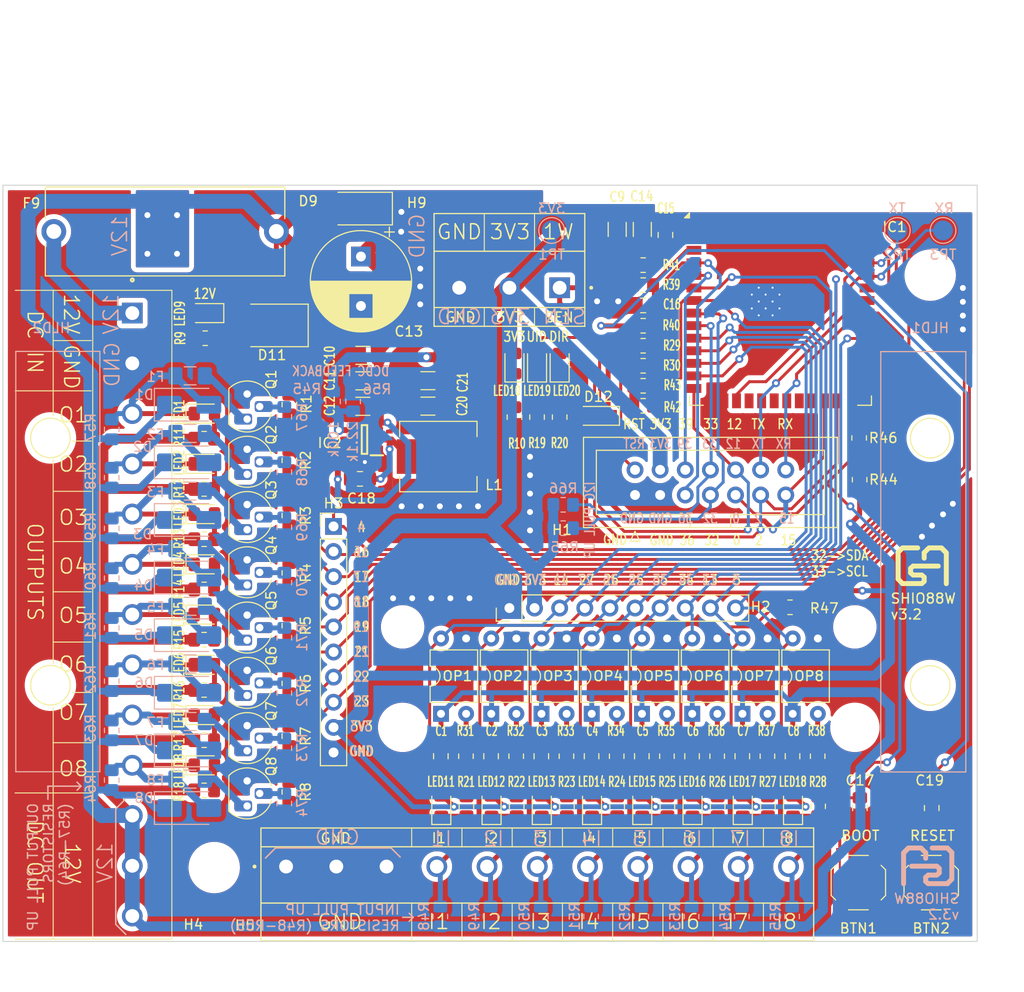
<source format=kicad_pcb>
(kicad_pcb (version 20240108) (generator "pcbnew") (generator_version "8.0")
  (layers (0 "F.Cu" signal) (31 "B.Cu" signal) (34 "B.Paste" user) (35 "F.Paste" user) (36 "B.SilkS" user "B.Silkscreen") (37 "F.SilkS" user "F.Silkscreen") (38 "B.Mask" user) (39 "F.Mask" user) (44 "Edge.Cuts" user))
  (net 0 "")
  (net 1 "Net-(Q1-B)")
  (net 2 "Net-(Q2-B)")
  (net 7 "Net-(IC1-EN)")
  (net 8 "33")
  (net 10 "Net-(IC1-IO0)")
  (net 11 "39")
  (net 12 "RX")
  (net 14 "12")
  (net 15 "32")
  (net 16 "TX")
  (net 17 "Net-(LED19-K)")
  (net 18 "GND")
  (net 20 "Net-(D1-A)")
  (net 21 "Net-(D2-A)")
  (net 22 "Net-(D3-A)")
  (net 23 "Net-(D4-A)")
  (net 24 "Net-(D5-A)")
  (net 25 "Net-(D6-A)")
  (net 26 "Net-(D7-A)")
  (net 27 "Net-(D8-A)")
  (net 28 "Net-(Q1-C)")
  (net 29 "Net-(Q2-C)")
  (net 30 "Net-(Q3-C)")
  (net 31 "Net-(Q4-C)")
  (net 32 "Net-(Q5-C)")
  (net 33 "Net-(Q6-C)")
  (net 34 "Net-(Q7-C)")
  (net 35 "Net-(Q8-C)")
  (net 36 "Net-(Q3-B)")
  (net 37 "Net-(Q4-B)")
  (net 38 "Net-(Q5-B)")
  (net 39 "Net-(Q6-B)")
  (net 40 "Net-(Q7-B)")
  (net 41 "Net-(Q8-B)")
  (net 42 "Net-(LED1-A)")
  (net 43 "Net-(LED2-A)")
  (net 44 "Net-(LED3-A)")
  (net 45 "Net-(LED4-A)")
  (net 46 "Net-(LED5-A)")
  (net 47 "Net-(LED6-A)")
  (net 48 "Net-(LED7-A)")
  (net 49 "Net-(LED8-A)")
  (net 50 "+12V")
  (net 51 "Net-(C1-Pad2)")
  (net 52 "Net-(C2-Pad2)")
  (net 53 "Net-(C3-Pad2)")
  (net 54 "Net-(C4-Pad2)")
  (net 55 "Net-(C5-Pad2)")
  (net 56 "Net-(C6-Pad2)")
  (net 57 "Net-(C7-Pad2)")
  (net 58 "Net-(LED11-K)")
  (net 59 "+3.3V")
  (net 60 "Net-(LED12-K)")
  (net 61 "Net-(LED13-K)")
  (net 62 "Net-(LED14-K)")
  (net 63 "Net-(LED15-K)")
  (net 64 "Net-(LED16-K)")
  (net 65 "Net-(LED17-K)")
  (net 66 "Net-(LED18-K)")
  (net 67 "Net-(LED20-K)")
  (net 68 "BOOT")
  (net 69 "Net-(LED9-K)")
  (net 70 "Net-(LED10-K)")
  (net 71 "Net-(C8-Pad2)")
  (net 72 "Net-(H2-Pin_9)")
  (net 73 "Net-(H2-Pin_10)")
  (net 74 "36")
  (net 75 "15")
  (net 76 "RST")
  (net 77 "2")
  (net 78 "Net-(H3-Pin_7)")
  (net 79 "Net-(H3-Pin_3)")
  (net 80 "Net-(H3-Pin_4)")
  (net 81 "Net-(H3-Pin_5)")
  (net 82 "Net-(H3-Pin_1)")
  (net 83 "Net-(H3-Pin_6)")
  (net 84 "Net-(H3-Pin_8)")
  (net 85 "Net-(H3-Pin_2)")
  (net 86 "Net-(H2-Pin_7)")
  (net 87 "Net-(H2-Pin_6)")
  (net 88 "Net-(H2-Pin_5)")
  (net 89 "Net-(H2-Pin_3)")
  (net 90 "Net-(H2-Pin_4)")
  (net 91 "Net-(H2-Pin_8)")
  (net 92 "12V_IN")
  (net 93 "Net-(H5-Pin_7)")
  (net 94 "Net-(H5-Pin_6)")
  (net 95 "Net-(H5-Pin_4)")
  (net 96 "Net-(H5-Pin_10)")
  (net 97 "Net-(H5-Pin_8)")
  (net 98 "Net-(H5-Pin_11)")
  (net 99 "Net-(H5-Pin_9)")
  (net 100 "Net-(H5-Pin_5)")
  (net 101 "Net-(IC2-CB)")
  (net 102 "Net-(IC2-SW)")
  (net 103 "Net-(IC2-FB)")
  (net 104 "Net-(D9-K)")
  (footprint "Resistor_SMD:R_0805_2012Metric_Pad1.20x1.40mm_HandSolder" (layer "F.Cu") (at 84.201 66.6746 90)
    (property "Reference" "R20")
    (property "Value" "R_Small")
  )
  (footprint "Capacitor_SMD:C_0805_2012Metric_Pad1.18x1.45mm_HandSolder" (layer "F.Cu") (at 92.6432 55.384856 180)
    (property "Reference" "C16")
    (property "Value" "C_Small")
  )
  (footprint "Resistor_SMD:R_0805_2012Metric_Pad1.20x1.40mm_HandSolder" (layer "F.Cu") (at 114.4778 68.7832 90)
    (property "Reference" "R46")
    (property "Value" "R_Small")
  )
  (footprint "Resistor_SMD:R_0805_2012Metric_Pad1.20x1.40mm_HandSolder" (layer "F.Cu") (at 56.8706 104.5699 -90)
    (property "Reference" "R8")
    (property "Value" "R_Small")
  )
  (footprint "Resistor_SMD:R_0805_2012Metric_Pad1.20x1.40mm_HandSolder" (layer "F.Cu") (at 110.2868 100.9611 -90)
    (property "Reference" "R38")
    (property "Value" "R_Small")
  )
  (footprint "Resistor_SMD:R_0805_2012Metric_Pad1.20x1.40mm_HandSolder" (layer "F.Cu") (at 48.2581 73.9394 180)
    (property "Reference" "R12")
    (property "Value" "R_Small")
  )
  (footprint "Capacitor_SMD:C_0805_2012Metric_Pad1.18x1.45mm_HandSolder" (layer "F.Cu") (at 77.2668 100.9611 -90)
    (property "Reference" "C2")
    (property "Value" "C_Small")
  )
  (footprint "Capacitor_SMD:C_0805_2012Metric_Pad1.18x1.45mm_HandSolder" (layer "F.Cu") (at 87.4268 100.9611 -90)
    (property "Reference" "C4")
    (property "Value" "C_Small")
  )
  (footprint "Resistor_SMD:R_0805_2012Metric_Pad1.20x1.40mm_HandSolder" (layer "F.Cu") (at 48.2581 68.8594 180)
    (property "Reference" "R11")
    (property "Value" "R_Small")
  )
  (footprint "MountingHole:MountingHole_2.2mm_M2" (layer "F.Cu") (at 114.046 87.884)
    (property "Reference" "REF**" (hide yes))
    (property "Value" "MountingHole_2.2mm_M2")
  )
  (footprint "Capacitor_SMD:C_0805_2012Metric_Pad1.18x1.45mm_HandSolder" (layer "F.Cu") (at 72.1868 100.9611 -90)
    (property "Reference" "C1")
    (property "Value" "C_Small")
  )
  (footprint "Resistor_SMD:R_0805_2012Metric_Pad1.20x1.40mm_HandSolder" (layer "F.Cu") (at 92.6432 61.48514 180)
    (property "Reference" "R30")
    (property "Value" "R_Small")
  )
  (footprint "Resistor_SMD:R_0805_2012Metric_Pad1.20x1.40mm_HandSolder" (layer "F.Cu") (at 48.2581 84.0994 180)
    (property "Reference" "R14")
    (property "Value" "R_Small")
  )
  (footprint "MountingHole:MountingHole_2.2mm_M2" (layer "F.Cu") (at 114.046 98.044)
    (property "Reference" "REF**" (hide yes))
    (property "Value" "MountingHole_2.2mm_M2")
  )
  (footprint "Capacitor_SMD:C_0805_2012Metric_Pad1.18x1.45mm_HandSolder" (layer "F.Cu") (at 92.5068 100.9611 -90)
    (property "Reference" "C5")
    (property "Value" "C_Small")
  )
  (footprint "MountingHole:MountingHole_2.2mm_M2" (layer "F.Cu") (at 121.666 52.324)
    (property "Reference" "REF**" (hide yes))
    (property "Value" "MountingHole_2.2mm_M2")
  )
  (footprint "Package_TO_SOT_THT:TO-92_HandSolder" (layer "F.Cu") (at 52.6034 69.9262 -90)
    (property "Reference" "Q2")
    (property "Value" "2N3904")
  )
  (footprint "Resistor_SMD:R_0805_2012Metric_Pad1.20x1.40mm_HandSolder" (layer "F.Cu") (at 107.4928 85.9028)
    (property "Reference" "R47")
    (property "Value" "R_Small")
  )
  (footprint "Resistor_SMD:R_0805_2012Metric_Pad1.20x1.40mm_HandSolder" (layer "F.Cu") (at 110.3351 106.0228 90)
    (property "Reference" "R28")
    (property "Value" "R_Small")
  )
  (footprint "Resistor_SMD:R_0805_2012Metric_Pad1.20x1.40mm_HandSolder" (layer "F.Cu") (at 92.6432 53.331428 180)
    (property "Reference" "R39")
    (property "Value" "R_Small")
  )
  (footprint "Button_Switch_SMD:SW_Push_1P1T_XKB_TS-1187A" (layer "F.Cu") (at 114.4016 113.7412 -90)
    (property "Reference" "BTN1")
    (property "Value" "SW_Push_Dual")
  )
  (footprint "LED_SMD:LED_0805_2012Metric_Pad1.15x1.40mm_HandSolder" (layer "F.Cu") (at 48.2781 101.8794)
    (property "Reference" "LED8")
    (property "Value" "LED_Small")
  )
  (footprint "Resistor_SMD:R_0805_2012Metric_Pad1.20x1.40mm_HandSolder" (layer "F.Cu") (at 105.2551 106.0228 90)
    (property "Reference" "R27")
    (property "Value" "R_Small")
  )
  (footprint "LED_SMD:LED_0805_2012Metric_Pad1.15x1.40mm_HandSolder" (layer "F.Cu") (at 84.201 61.2648 90)
    (property "Reference" "LED20")
    (property "Value" "LED_Small")
  )
  (footprint "Resistor_SMD:R_0805_2012Metric_Pad1.20x1.40mm_HandSolder" (layer "F.Cu") (at 90.0151 106.0228 90)
    (property "Reference" "R24")
    (property "Value" "R_Small")
  )
  (footprint "extras:PC817_custom" (layer "F.Cu") (at 107.7646 96.6724 90)
    (property "Reference" "OP8")
    (property "Value" "PC817")
  )
  (footprint "Diode_SMD:D_SMA" (layer "F.Cu") (at 63.7794 45.593 180)
    (property "Reference" "D9")
    (property "Value" "S1M")
  )
  (footprint "Capacitor_SMD:C_0805_2012Metric_Pad1.18x1.45mm_HandSolder" (layer "F.Cu") (at 64.0104 72.9168)
    (property "Reference" "C18")
    (property "Value" "C_Small")
  )
  (footprint "Resistor_SMD:R_0805_2012Metric_Pad1.20x1.40mm_HandSolder" (layer "F.Cu") (at 114.5286 72.9996 -90)
    (property "Reference" "R44")
    (property "Value" "R_Small")
  )
  (footprint "MountingHole:MountingHole_2.2mm_M2" (layer "F.Cu") (at 49.276 112.2172)
    (property "Reference" "REF**" (hide yes))
    (property "Value" "MountingHole_2.2mm_M2")
  )
  (footprint "Capacitor_SMD:C_1206_3216Metric_Pad1.33x1.80mm_HandSolder" (layer "F.Cu") (at 92.5576 47.7012 90)
    (property "Reference" "C14")
    (property "Value" "C_Small")
  )
  (footprint "Diode_SMD:D_SMB" (layer "F.Cu") (at 55.118 57.404 180)
    (property "Reference" "D11")
    (property "Value" "SM6T18A")
  )
  (footprint "LED_SMD:LED_0805_2012Metric_Pad1.15x1.40mm_HandSolder" (layer "F.Cu") (at 72.2351 106.0028 90)
    (property "Reference" "LED11")
    (property "Value" "LED_Small")
  )
  (footprint "LED_SMD:LED_0805_2012Metric_Pad1.15x1.40mm_HandSolder" (layer "F.Cu") (at 48.2781 81.5594)
    (property "Reference" "LED4")
    (property "Value" "LED_Small")
  )
  (footprint "Capacitor_SMD:C_0805_2012Metric_Pad1.18x1.45mm_HandSolder" (layer "F.Cu") (at 114.554 106.2013 90)
    (property "Reference" "C17")
    (property "Value" "C_Small")
  )
  (footprint "Resistor_SMD:R_0805_2012Metric_Pad1.20x1.40mm_HandSolder" (layer "F.Cu") (at 92.6432 51.308)
    (property "Reference" "R41")
    (property "Value" "R_Small")
  )
  (footprint "Resistor_SMD:R_0805_2012Metric_Pad1.20x1.40mm_HandSolder" (layer "F.Cu") (at 95.0951 106.0228 90)
    (property "Reference" "R25")
    (property "Value" "R_Small")
  )
  (footprint "Resistor_SMD:R_0805_2012Metric_Pad1.20x1.40mm_HandSolder" (layer "F.Cu") (at 48.2581 79.0194 180)
    (property "Reference" "R13")
    (property "Value" "R_Small")
  )
  (footprint "LED_SMD:LED_0805_2012Metric_Pad1.15x1.40mm_HandSolder" (layer "F.Cu") (at 82.3951 106.0028 90)
    (property "Reference" "LED13")
    (property "Value" "LED_Small")
  )
  (footprint "LED_SMD:LED_0805_2012Metric_Pad1.15x1.40mm_HandSolder" (layer "F.Cu") (at 77.3151 106.0028 90)
    (property "Reference" "LED12")
    (property "Value" "LED_Small")
  )
  (footprint "Resistor_SMD:R_0805_2012Metric_Pad1.20x1.40mm_HandSolder" (layer "F.Cu") (at 79.629 66.6746 -90)
    (property "Reference" "R10")
    (property "Value" "R_Small")
  )
  (footprint "extras:PC817_custom" (layer "F.Cu") (at 92.5246 96.6724 90)
    (property "Reference" "OP5")
    (property "Value" "PC817")
  )
  (footprint "LED_SMD:LED_0805_2012Metric_Pad1.15x1.40mm_HandSolder" (layer "F.Cu") (at 79.629 61.2648 90)
    (property "Reference" "LED10")
    (property "Value" "LED_Small")
  )
  (footprint "Resistor_SMD:R_0805_2012Metric_Pad1.20x1.40mm_HandSolder" (layer "F.Cu") (at 92.6432 65.532 180)
    (property "Reference" "R42")
    (property "Value" "R_Small")
  )
  (footprint "LED_SMD:LED_0805_2012Metric_Pad1.15x1.40mm_HandSolder" (layer "F.Cu") (at 92.5551 106.0028 90)
    (property "Reference" "LED15")
    (property "Value" "LED_Small")
  )
  (footprint "Resistor_SMD:R_0805_2012Metric_Pad1.20x1.40mm_HandSolder" (layer "F.Cu") (at 48.2581 104.4194 180)
    (property "Reference" "R18")
    (property "Value" "R_Small")
  )
  (footprint "LED_SMD:LED_0805_2012Metric_Pad1.15x1.40mm_HandSolder" (layer "F.Cu") (at 48.2781 91.7194)
    (property "Reference" "LED6")
    (property "Value" "LED_Small")
  )
  (footprint "LED_SMD:LED_0805_2012Metric_Pad1.15x1.40mm_HandSolder" (layer "F.Cu") (at 48.2781 86.6394)
    (property "Reference" "LED5")
    (property "Value" "LED_Small")
  )
  (footprint "Capacitor_SMD:C_1206_3216Metric_Pad1.33x1.80mm_HandSolder" (layer "F.Cu") (at 70.8815 65.564 180)
    (property "Reference" "C20")
    (property "Value" "C_Small")
  )
  (footprint "Resistor_SMD:R_0805_2012Metric_Pad1.20x1.40mm_HandSolder" (layer "F.Cu") (at 56.8706 93.6009 -90)
    (property "Reference" "R6")
    (property "Value" "R_Small")
  )
  (footprint "extras:PC817_custom" (layer "F.Cu") (at 72.2046 96.6724 90)
    (property "Reference" "OP1")
    (property "Value" "PC817")
  )
  (footprint "Resistor_SMD:R_0805_2012Metric_Pad1.20x1.40mm_HandSolder" (layer "F.Cu") (at 81.915 66.6746 90)
    (property "Reference" "R19")
    (property "Value" "R_Small")
  )
  (footprint "extras:PC817_custom" (layer "F.Cu") (at 82.3646 96.6724 90)
    (property "Reference" "OP3")
    (property "Value" "PC817")
  )
  (footprint "Resistor_SMD:R_0805_2012Metric_Pad1.20x1.40mm_HandSolder" (layer "F.Cu") (at 48.3616 58.6994 180)
    (property "Reference" "R9")
    (property "Value" "R_Small")
  )
  (footprint "Capacitor_THT:CP_Radial_D10.0mm_P5.00mm" (layer "F.Cu") (at 64.1096 50.438923 -90)
    (property "Reference" "C13")
    (property "Value" "C_Polarized_Small")
  )
  (footprint "Button_Switch_SMD:SW_Push_1P1T_XKB_TS-1187A" (layer "F.Cu") (at 121.7676 113.7412 -90)
    (property "Reference" "BTN2")
    (property "Value" "SW_Push_Dual")
  )
  (footprint "Capacitor_SMD:C_0805_2012Metric_Pad1.18x1.45mm_HandSolder" (layer "F.Cu") (at 97.5868 100.9611 -90)
    (property "Reference" "C6")
    (property "Value" "C_Small")
  )
  (footprint "Resistor_SMD:R_0805_2012Metric_Pad1.20x1.40mm_HandSolder" (layer "F.Cu") (at 56.8706 98.9349 -90)
    (property "Reference" "R7")
    (property "Value" "R_Small")
  )
  (footprint "Package_TO_SOT_THT:TO-92_HandSolder" (layer "F.Cu") (at 52.6034 86.6902 -90)
    (property "Reference" "Q5")
    (property "Value" "2N3904")
  )
  (footprint "Resistor_SMD:R_0805_2012Metric_Pad1.20x1.40mm_HandSolder" (layer "F.Cu") (at 56.8706 82.4249 -90)
    (property "Reference" "R4")
    (property "Value" "R_Small")
  )
  (footprint "LED_SMD:LED_0805_2012Metric_Pad1.15x1.40mm_HandSolder" (layer "F.Cu") (at 48.2781 76.4794)
    (property "Reference" "LED3")
    (property "Value" "LED_Small")
  )
  (footprint "Package_TO_SOT_THT:TO-92_HandSolder" (layer "F.Cu") (at 52.6034 64.3382 -90)
    (property "Reference" "Q1")
    (property "Value" "2N3904")
  )
  (footprint "extras:FUSE_holder" (layer "F.Cu") (at 44.3086 47.9044)
    (property "Reference" "F9")
    (property "Value" "Fuse_Small")
  )
  (footprint "Resistor_SMD:R_0805_2012Metric_Pad1.20x1.40mm_HandSolder" (layer "F.Cu") (at 100.1268 100.9611 -90)
    (property "Reference" "R36")
    (property "Value" "R_Small")
  )
  (footprint "Package_TO_SOT_THT:TO-92_HandSolder" (layer "F.Cu") (at 52.6034 97.8662 -90)
    (property "Reference" "Q7")
    (property "Value" "2N3904")
  )
  (footprint "LED_SMD:LED_0805_2012Metric_Pad1.15x1.40mm_HandSolder" (layer "F.Cu") (at 97.6351 106.0028 90)
    (property "Reference" "LED16")
    (property "Value" "LED_Small")
  )
  (footprint "Resistor_SMD:R_0805_2012Metric_Pad1.20x1.40mm_HandSolder" (layer "F.Cu") (at 100.1751 106.0228 90)
    (property "Reference" "R26")
    (property "Value" "R_Small")
  )
  (footprint "Resistor_SMD:R_0805_2012Metric_Pad1.20x1.40mm_HandSolder" (layer "F.Cu") (at 92.6432 63.508568 180)
    (property "Reference" "R43")
    (property "Value" "R_Small")
  )
  (footprint "Resistor_SMD:R_0805_2012Metric_Pad1.20x1.40mm_HandSolder" (layer "F.Cu") (at 92.6432 59.461712 180)
    (property "Reference" "R29")
    (property "Value" "R_Small")
  )
  (footprint "extras:TerminalBlock_MSTBV 2,513-G-5,08" (layer "F.Cu") (at 40.9926 56.1574 -90)
    (property "Reference" "H4")
    (property "Value" "Screw_Terminal_01x13" (hide yes))
  )
  (footprint "Capacitor_SMD:C_1206_3216Metric_Pad1.33x1.80mm_HandSolder" (layer "F.Cu") (at 70.8815 62.992 180)
    (property "Reference" "C21")
    (property "Value" "C_Small")
  )
  (footprint "Capacitor_SMD:C_1206_3216Metric_Pad1.33x1.80mm_HandSolder" (layer "F.Cu") (at 64.3029 65.5828 180)
    (property "Reference" "C12")
    (property "Value" "C_Small")
  )
  (footprint "LED_SMD:LED_0805_2012Metric_Pad1.15x1.40mm_HandSolder" (layer "F.Cu") (at 48.2781 66.3194)
    (property "Reference" "LED1")
    (property "Value" "LED_Small")
  )
  (footprint "Resistor_SMD:R_0805_2012Metric_Pad1.20x1.40mm_HandSolder" (layer "F.Cu") (at 74.7751 106.0228 90)
    (property "Reference" "R21")
    (property "Value" "R_Small")
  )
  (footprint "Resistor_SMD:R_0805_2012Metric_Pad1.20x1.40mm_HandSolder" (layer "F.Cu") (at 48.2581 99.3394 180)
    (property "Reference" "R17")
    (property "Value" "R_Small")
  )
  (footprint "Resistor_SMD:R_0805_2012Metric_Pad1.20x1.40mm_HandSolder" (layer "F.Cu") (at 92.6432 57.438284 180)
    (property "Reference" "R40")
    (property "Value" "R_Small")
  )
  (footprint "Resistor_SMD:R_0805_2012Metric_Pad1.20x1.40mm_HandSolder" (layer "F.Cu") (at 84.9351 106.0228 90)
    (property "Reference" "R23")
    (property "Value" "R_Small")
  )
  (footprint "Capacitor_SMD:C_0805_2012Metric_Pad1.18x1.45mm_HandSolder" (layer "F.Cu") (at 94.8944 48.26 90)
    (property "Reference" "C15")
    (property "Value" "C_Small")
  )
  (footprint "Resistor_SMD:R_0805_2012Metric_Pad1.20x1.40mm_HandSolder" (layer "F.Cu") (at 79.8551 106.0228 90)
    (property "Reference" "R22")
    (property "Value" "R_Small")
  )
  (footprint "LED_SMD:LED_0805_2012Metric_Pad1.15x1.40mm_HandSolder" (layer "F.Cu") (at 48.2781 71.3994)
    (property "Reference" "LED2")
    (property "Value" "LED_Small")
  )
  (footprint "LED_SMD:LED_0805_2012Metric_Pad1.15x1.40mm_HandSolder" (layer "F.Cu") (at 48.3816 56.1594 180)
    (property "Reference" "LED9")
    (property "Value" "LED_Small")
  )
  (footprint "Capacitor_SMD:C_1206_3216Metric_Pad1.33x1.80mm_HandSolder" (layer "F.Cu") (at 64.3029 60.432923 180)
    (property "Reference" "C10")
    (property "Value" "C_Small")
  )
  (footprint "MountingHole:MountingHole_2.2mm_M2" (layer "F.Cu") (at 68.326 98.044)
    (property "Reference" "REF**" (hide yes))
    (property "Value" "MountingHole_2.2mm_M2")
  )
  (footprint "extras:PC817_custom" (layer "F.Cu") (at 87.4446 96.6724 90)
    (property "Reference" "OP4")
    (property "Value" "PC817")
  )
  (footprint "Resistor_SMD:R_0805_2012Metric_Pad1.20x1.40mm_HandSolder" (layer "F.Cu") (at 105.2068 100.9611 -90)
    (property "Reference" "R37")
    (property "Value" "R_Small")
  )
  (footprint "Resistor_SMD:R_0805_2012Metric_Pad1.20x1.40mm_HandSolder" (layer "F.Cu") (at 56.8706 76.6299 -90)
    (property "Reference" "R3")
    (property "Value" "R_Small")
  )
  (footprint "MountingEquipment:DINRailAdapter_3xM3_PhoenixContact_1201578" (layer "F.Cu") (at 32.7152 81.28 -90)
    (property "Reference" "HLD2")
    (property "Value" "DINRailAdapter_3xM3_PhoenixContact_1201578")
  )
  (footprint "Inductor_SMD:L_Chilisin_BMRx00060630" (layer "F.Cu") (at 71.9352 70.6628)
    (property "Reference" "L1")
    (property "Value" "L_Small")
  )
  (footprint "Resistor_SMD:R_0805_2012Metric_Pad1.20x1.40mm_HandSolder" (layer "F.Cu") (at 48.2581 89.1794 180)
    (property "Reference" "R15")
    (property "Value" "R_Small")
  )
  (footprint "Capacitor_SMD:C_0805_2012Metric_Pad1.18x1.45mm_HandSolder" (layer "F.Cu") (at 121.8184 106.2013 90)
    (property "Reference" "C19")
    (property "Value" "C_Small")
  )
  (footprint "Resistor_SMD:R_0805_2012Metric_Pad1.20x1.40mm_HandSolder" (layer "F.Cu") (at 48.2581 94.2594 180)
    (property "Reference" "R16")
    (property "Value" "R_Small")
  )
  (footprint "Resistor_SMD:R_0805_2012Metric_Pad1.20x1.40mm_HandSolder" (layer "F.Cu") (at 56.8706 71.0438 -90)
    (property "Reference" "R2")
    (property "Value" "R_Small")
  )
  (footprint "Resistor_SMD:R_0805_2012Metric_Pad1.20x1.40mm_HandSolder" (layer "F.Cu") (at 79.8068 100.9611 -90)
    (property "Reference" "R32")
    (property "Value" "R_Small")
  )
  (footprint "Resistor_SMD:R_0805_2012Metric_Pad1.20x1.40mm_HandSolder" (layer "F.Cu") (at 89.9668 100.9611 -90)
    (property "Reference" "R34")
    (property "Value" "R_Small")
  )
  (footprint "Resistor_SMD:R_0805_2012Metric_Pad1.20x1.40mm_HandSolder" (layer "F.Cu") (at 56.8706 87.7589 -90)
    (property "Reference" "R5")
    (property "Value" "R_Small")
  )
  (footprint "Connector_PinHeader_2.54mm:PinHeader_1x10_P2.54mm_Vertical" (layer "F.Cu") (at 79.121 85.979 90)
    (property "Reference" "H2")
    (property "Value" "Conn_01x10")
  )
  (footprint "Capacitor_SMD:C_0805_2012Metric_Pad1.18x1.45mm_HandSolder" (layer "F.Cu") (at 82.3468 100.9611 -90)
    (property "Reference" "C3")
    (property "Value" "C_Small")
  )
  (footprint "LED_SMD:LED_0805_2012Metric_Pad1.15x1.40mm_HandSolder" (layer "F.Cu") (at 87.4751 106.0028 90)
    (property "Reference" "LED14")
    (property "Value" "LED_Small")
  )
  (footprint "Connector_IDC:IDC-Header_2x07_P2.54mm_Vertical" (layer "F.Cu") (at 91.821 74.549 90)
    (property "Reference" "H1")
    (property "Value" "Conn_02x07_Top_Bottom")
  )
  (footprint "LED_SMD:LED_0805_2012Metric_Pad1.15x1.40mm_HandSolder" (layer "F.Cu") (at 48.2781 96.7994)
    (property "Reference" "LED7")
    (property "Value" "LED_Small")
  )
  (footprint "Package_TO_SOT_THT:TO-92_HandSolder" (layer "F.Cu") (at 52.6034 81.1022 -90)
    (property "Reference" "Q4")
    (property "Value" "2N3904")
  )
  (footprint "extras:PC817_custom" (layer "F.Cu") (at 97.6046 96.6724 90)
    (property "Reference" "OP6")
    (property "Value" "PC817")
  )
  (footprint "extras:TerminalBlock_MSTB 2,5 3-G-5,08" (layer "F.Cu") (at 86.741 43.594 180)
    (property "Reference" "H9")
    (property "Value" "Screw_Terminal_01x03")
  )
  (footprint "Resistor_SMD:R_0805_2012Metric_Pad1.20x1.40mm_HandSolder" (layer "F.Cu") (at 95.0468 100.9611 -90)
    (property "Reference" "R35")
    (property "Value" "R_Small")
  )
  (footprint "Resistor_SMD:R_0805_2012Metric_Pad1.20x1.40mm_HandSolder" (layer "F.Cu") (at 56.8706 65.405 -90)
    (property "Reference" "R1")
    (property "Value" "R_Small")
  )
  (footprint "extras:TerminalBlock_MSTB 2,511-G-5,08" (layer "F.Cu") (at 54.0004 122.1156)
    (property "Reference" "H5")
    (property "Value" "Screw_Terminal_01x11")
  )
  (footprint "LED_SMD:LED_0805_2012Metric_Pad1.15x1.40mm_HandSolder" (layer "F.Cu") (at 102.7151 106.0028 90)
    (property "Reference" "LED17")
    (property "Value" "LED_Small")
  )
  (footprint "extras:PC817_custom" (layer "F.Cu") (at 77.2846 96.6724 90)
    (property "Reference" "OP2")
    (property "Value" "PC817")
  )
  (footprint "Capacitor_SMD:C_1206_3216Metric_Pad1.33x1.80mm_HandSolder" (layer "F.Cu") (at 90.0176 47.7012 90)
    (property "Reference" "C9")
    (property "Value" "C_Small")
  )
  (footprint "Package_TO_SOT_THT:TO-92_HandSolder" (layer "F.Cu") (at 52.6034 103.4542 -90)
    (property "Reference" "Q8")
    (property "Value" "2N3904")
  )
  (footprint "extras:PC817_custom" (layer "F.Cu") (at 102.6846 96.6724 90)
    (property "Reference" "OP7")
    (property "Value" "PC817")
  )
  (footprint "Connector_PinHeader_2.54mm:PinHeader_1x10_P2.54mm_Vertical" (layer "F.Cu") (at 61.341 77.724)
    (property "Reference" "H3")
    (property "Value" "Conn_01x10")
  )
  (footprint "extras:LMR51420" (layer "F.Cu") (at 64.4676 68.9356 180)
    (property "Reference" "IC2")
    (property "Value" "LMR51420XDDCR" (hide yes))
  )
  (footprint "Capacitor_SMD:C_0805_2012Metric_Pad1.18x1.45mm_HandSolder" (layer "F.Cu") (at 102.6668 100.9611 -90)
    (property "Reference" "C7")
    (property "Value" "C_Small")
  )
  (footprint "Package_TO_SOT_THT:TO-92_HandSolder" (layer "F.Cu") (at 52.6034 92.2782 -90)
    (property "Reference" "Q6")
    (property "Value" "2N3904")
  )
  (footprint "MountingEquipment:DINRailAdapter_3xM3_PhoenixContact_1201578" (layer "F.Cu") (at 121.666 81.302 -90)
    (property "Reference" "HLD1")
    (property "Value" "DINRailAdapter_3xM3_PhoenixContact_1201578")
  )
  (footprint "LED_SMD:LED_0805_2012Metric_Pad1.15x1.40mm_HandSolder" (layer "F.Cu") (at 107.7951 106.0028 90)
    (property "Reference" "LED18")
    (property "Value" "LED_Small")
  )
  (footprint "Capacitor_SMD:C_0805_2012Metric_Pad1.18x1.45mm_HandSolder" (layer "F.Cu") (at 107.7468 100.9611 -90)
    (property "Reference" "C8")
    (property "Value" "C_Small")
  )
  (footprint "RF_Module:ESP32-WROOM-32E" (layer "F.Cu") (at 106.526 52.528)
    (property "Reference" "IC1")
    (property "Value" "ESP32-WROOM-32E-N16")
  )
  (footprint "Capacitor_SMD:C_1206_3216Metric_Pad1.33x1.80mm_HandSolder" (layer "F.Cu") (at 64.3029 63.007861 180)
    (property "Reference" "C11")
    (property "Value" "C_Small")
  )
  (footprint "Package_TO_SOT_THT:TO-92_HandSolder" (layer "F.Cu") (at 52.6034 75.5142 -90)
    (property "Reference" "Q3")
    (property "Value" "2N3904")
  )
  (footprint "Resistor_SMD:R_0805_2012Metric_Pad1.20x1.40mm_HandSolder" (layer "F.Cu") (at 74.7268 100.9611 -90)
    (property "Reference" "R31")
    (property "Value" "R_Small")
  )
  (footprint "Diode_SMD:Nexperia_CFP3_SOD-123W" (layer "F.Cu") (at 87.9856 66.548 180)
    (property "Reference" "D12")
    (property "Value" "D_Zener_Small")
  )
  (footprint "MountingHole:MountingHole_2.2mm_M2" (layer "F.Cu") (at 68.326 87.884)
    (property "Reference" "REF**" (hide yes))
    (property "Value" "MountingHole_2.2mm_M2")
  )
  (footprint "LED_SMD:LED_0805_2012Metric_Pad1.15x1.40mm_HandSolder" (layer "F.Cu") (at 81.915 61.2648 90)
    (property "Reference" "LED19")
    (property "Value" "LED_Small")
  )
  (footprint "Resistor_SMD:R_0805_2012Metric_Pad1.20x1.40mm_HandSolder" (layer "F.Cu") (at 84.8868 100.9611 -90)
    (property "Reference" "R33")
    (property "Value" "R_Small")
  )
  (footprint "Fuse:Fuse_1206_3216Metric_Pad1.42x1.75mm_HandSolder" (layer "B.Cu") (at 46.8376 97.451334)
    (property "Reference" "F7")
    (property "Value" "Polyfuse")
  )
  (footprint "Resistor_SMD:R_0805_2012Metric_Pad1.20x1.40mm_HandSolder" (layer "B.Cu") (at 87.376 117.1608 -90)
    (property "Reference" "R51")
    (property "Value" "R_Small")
  )
  (footprint "Resistor_SMD:R_0805_2012Metric_Pad1.20x1.40mm_HandSolder" (layer "B.Cu") (at 56.3626 77.818342 -90)
    (property "Reference" "R69")
    (property "Value" "R_Small")
  )
  (footprint "Resistor_SMD:R_0805_2012Metric_Pad1.20x1.40mm_HandSolder" (layer "B.Cu") (at 77.216 117.1608 -90)
    (property "Reference" "R49")
    (property "Value" "R_Small")
  )
  (footprint "Resistor_SMD:R_0805_2012Metric_Pad1.20x1.40mm_HandSolder" (layer "B.Cu") (at 61.2902 65.0908 -90)
    (property "Reference" "R45")
    (property "Value" "R_Small")
  )
  (footprint "Resistor_SMD:R_0805_2012Metric_Pad1.20x1.40mm_HandSolder" (layer "B.Cu") (at 56.3626 72.233971 -90)
    (property "Reference" "R68")
    (property "Value" "R_Small")
  )
  (footprint "Diode_SMD:D_SMA" (layer "B.Cu") (at 46.7366 94.547263)
    (property "Reference" "D6")
    (property "Value" "S1M")
  )
  (footprint "Resistor_SMD:R_0805_2012Metric_Pad1.20x1.40mm_HandSolder" (layer "B.Cu") (at 56.3626 100.155826 -90)
    (property "Reference" "R73")
    (property "Value" "R_Small")
  )
  (footprint "Fuse:Fuse_1206_3216Metric_Pad1.42x1.75mm_HandSolder" (layer "B.Cu") (at 46.8376 79.976136)
    (property "Reference" "F4")
    (property "Value" "Polyfuse")
  )
  (footprint "Resistor_SMD:R_0805_2012Metric_Pad1.20x1.40mm_HandSolder" (layer "B.Cu") (at 92.456 117.1608 -90)
    (property "Reference" "R52")
    (property "Value" "R_Small")
  )
  (footprint "Resistor_SMD:R_0805_2012Metric_Pad1.20x1.40mm_HandSolder" (layer "B.Cu") (at 38.9128 103.378 -90)
    (property "Reference" "R64")
    (property "Value" "R_Small")
  )
  (footprint "Diode_SMD:D_SMA" (layer "B.Cu") (at 46.7366 82.897131)
    (property "Reference" "D4")
    (property "Value" "S1M")
  )
  (footprint "Fuse:Fuse_1206_3216Metric_Pad1.42x1.75mm_HandSolder" (layer "B.Cu") (at 46.8376 68.326004)
    (property "Reference" "F2")
    (property "Value" "Polyfuse")
  )
  (footprint "Diode_SMD:D_SMA" (layer "B.Cu") (at 46.7366 100.372329)
    (property "Reference" "D7")
    (property "Value" "S1M")
  )
  (footprint "Resistor_SMD:R_0805_2012Metric_Pad1.20x1.40mm_HandSolder" (layer "B.Cu") (at 38.9128 93.3704 -90)
    (property "Reference" "R62")
    (property "Value" "R_Small")
  )
  (footprint "Fuse:Fuse_1206_3216Metric_Pad1.42x1.75mm_HandSolder" (layer "B.Cu") (at 46.8376 103.2764)
    (property "Reference" "F8")
    (property "Value" "Polyfuse")
  )
  (footprint "Resistor_SMD:R_0805_2012Metric_Pad1.20x1.40mm_HandSolder" (layer "B.Cu") (at 38.9128 98.3488 -90)
    (property "Reference" "R63")
    (property "Value" "R_Small")
  )
  (footprint "Resistor_SMD:R_0805_2012Metric_Pad1.20x1.40mm_HandSolder" (layer "B.Cu") (at 56.3626 66.6496 -90)
    (property "Reference" "R67")
    (property "Value" "R_Small")
  )
  (footprint "Resistor_SMD:R_0805_2012Metric_Pad1.20x1.40mm_HandSolder" (layer "B.Cu") (at 56.3626 83.402713 -90)
    (property "Reference" "R70")
    (property "Value" "R_Small")
  )
  (footprint "Fuse:Fuse_1206_3216Metric_Pad1.42x1.75mm_HandSolder" (layer "B.Cu") (at 46.8376 91.626268)
    (property "Reference" "F6")
    (property "Value" "Polyfuse")
  )
  (footprint "Resistor_SMD:R_0805_2012Metric_Pad1.20x1.40mm_HandSolder" (layer "B.Cu") (at 107.696 117.1608 -90)
    (property "Reference" "R55")
    (property "Value" "R_Small")
  )
  (footprint "Diode_SMD:D_SMA" (layer "B.Cu") (at 46.7366 106.197395)
    (property "Reference" "D8")
    (property "Value" "S1M")
  )
  (footprint "Fuse:Fuse_1206_3216Metric_Pad1.42x1.75mm_HandSolder" (layer "B.Cu") (at 46.8376 74.15107)
    (property "Reference" "F3")
    (property "Value" "Polyfuse")
  )
  (footprint "extras:TestPoint_Pad_D2.0mm_custom" (layer "B.Cu") (at 122.9614 47.8028 180)
    (property "Reference" "TP3")
    (property "Value" "TestPoint")
  )
  (footprint "Diode_SMD:D_SMA" (layer "B.Cu") (at 46.7366 77.072065)
    (property "Reference" "D3")
    (property "Value" "S1M")
  )
  (footprint "Diode_SMD:D_SMA" (layer "B.Cu") (at 46.7366 65.421933)
    (property "Reference" "D1")
    (property "Value" "S1M")
  )
  (footprint "Resistor_SMD:R_0805_2012Metric_Pad1.20x1.40mm_HandSolder" (layer "B.Cu") (at 38.9128 72.7964 -90)
    (property "Reference" "R58")
    (property "Value" "R_Small")
  )
  (footprint "Resistor_SMD:R_0805_2012Metric_Pad1.20x1.40mm_HandSolder" (layer "B.Cu") (at 38.9128 87.9856 -90)
    (property "Reference" "R61")
    (property "Value" "R_Small")
  )
  (footprint "Resistor_SMD:R_0805_2012Metric_Pad1.20x1.40mm_HandSolder" (layer "B.Cu") (at 63.3222 65.0908 90)
    (property "Reference" "R56")
    (property "Value" "R_Small")
  )
  (footprint "Resistor_SMD:R_0805_2012Metric_Pad1.20x1.40mm_HandSolder" (layer "B.Cu") (at 97.536 117.1608 -90)
    (property "Reference" "R53")
    (property "Value" "R_Small")
  )
  (footprint "Resistor_SMD:R_0805_2012Metric_Pad1.20x1.40mm_HandSolder" (layer "B.Cu") (at 84.5566 77.9018 180)
    (property "Reference" "R65")
    (property "Value" "R_Small")
  )
  (footprint "Diode_SMD:D_SMA" (layer "B.Cu") (at 46.7366 88.722197)
    (property "Reference" "D5")
    (property "Value" "S1M")
  )
  (footprint "Resistor_SMD:R_0805_2012Metric_Pad1.20x1.40mm_HandSolder" (layer "B.Cu") (at 72.136 117.1608 -90)
    (property "Reference" "R48")
    (property "Value" "R_Small")
  )
  (footprint "extras:TestPoint_Pad_D2.0mm_custom" (layer "B.Cu") (at 118.3386 47.8028 180)
    (property "Reference" "TP2")
    (property "Value" "TestPoint")
  )
  (footprint "Fuse:Fuse_1206_3216Metric_Pad1.42x1.75mm_HandSolder" (layer "B.Cu") (at 46.8376 85.801202)
    (property "Reference" "F5")
    (property "Value" "Polyfuse")
  )
  (footprint "Resistor_SMD:R_0805_2012Metric_Pad1.20x1.40mm_HandSolder" (layer "B.Cu") (at 56.3626 105.7402 -90)
    (property "Reference" "R74")
    (property "Value" "R_Small")
  )
  (footprint "Resistor_SMD:R_0805_2012Metric_Pad1.20x1.40mm_HandSolder" (layer "B.Cu") (at 84.5566 75.5396 180)
    (property "Reference" "R66")
    (property "Value" "R_Small")
  )
  (footprint "Resistor_SMD:R_0805_2012Metric_Pad1.20x1.40mm_HandSolder" (layer "B.Cu") (at 56.3626 94.571455 -90)
    (property "Reference" "R72")
    (property "Value" "R_Small")
  )
  (footprint "Resistor_SMD:R_0805_2012Metric_Pad1.20x1.40mm_HandSolder" (layer "B.Cu") (at 56.3626 88.987084 -90)
    (property "Reference" "R71")
    (property "Value" "R_Small")
  )
  (footprint "Resistor_SMD:R_0805_2012Metric_Pad1.20x1.40mm_HandSolder" (layer "B.Cu") (at 38.9128 77.9272 -90)
    (property "Reference" "R59")
    (property "Value" "R_Small")
  )
  (footprint "Resistor_SMD:R_0805_2012Metric_Pad1.20x1.40mm_HandSolder" (layer "B.Cu") (at 38.9128 67.9196 -90)
    (property "Reference" "R57")
    (property "Value" "R_Small")
  )
  (footprint "Resistor_SMD:R_0805_2012Metric_Pad1.20x1.40mm_HandSolder" (layer "B.Cu") (at 38.9128 82.9564 -90)
    (property "Reference" "R60")
    (property "Value" "R_Small")
  )
  (footprint "Resistor_SMD:R_0805_2012Metric_Pad1.20x1.40mm_HandSolder" (layer "B.Cu") (at 82.296 117.1608 -90)
    (property "Reference" "R50")
    (property "Value" "R_Small")
  )
  (footprint "extras:TestPoint_Pad_D2.0mm_custom" (layer "B.Cu") (at 83.3882 47.8028 180)
    (property "Reference" "TP1")
    (property "Value" "TestPoint")
  )
  (footprint "Resistor_SMD:R_0805_2012Metric_Pad1.20x1.40mm_HandSolder" (layer "B.Cu") (at 102.616 117.1608 -90)
    (property "Reference" "R54")
    (property "Value" "R_Small")
  )
  (footprint "Diode_SMD:D_SMA" (layer "B.Cu") (at 46.7366 71.246999)
    (property "Reference" "D2")
    (property "Value" "S1M")
  )
  (footprint "Fuse:Fuse_1206_3216Metric_Pad1.42x1.75mm_HandSolder" (layer "B.Cu") (at 46.8376 62.500938)
    (property "Reference" "F1")
    (property "Value" "Polyfuse")
  )
  (gr_line (start 122.3264 112.0775) (end 119.7864 112.0775) (stroke (width 0.5)) (layer "B.SilkS"))
  (gr_line (start 67.1576 110.236) (end 68.072 111.1504) (stroke (width 0.15)) (layer "B.SilkS"))
  (gr_line (start 118.9736 113.8555) (end 118.9736 110.76305) (stroke (width 0.5)) (layer "B.SilkS"))
  (gr_line (start 35.814 103.9876) (end 35.4076 103.5812) (stroke (width 0.15)) (layer "B.SilkS"))
  (gr_line (start 69.3928 117.2464) (end 68.9864 116.84) (stroke (width 0.15)) (layer "B.SilkS"))
  (gr_line (start 69.3928 117.2464) (end 68.9864 117.6528) (stroke (width 0.15)) (layer "B.SilkS"))
  (gr_line (start 122.3264 112.9792) (end 121.4628 112.9792) (stroke (width 0.5)) (layer "B.SilkS"))
  (gr_line (start 35.814 103.9876) (end 35.4076 104.394) (stroke (width 0.15)) (layer "B.SilkS"))
  (gr_line (start 123.3932 113.8428) (end 123.8504 113.3856) (stroke (width 0.5)) (layer "B.SilkS"))
  (gr_line (start 122.5804 112.7633) (end 122.5804 112.3315) (stroke (width 0.5)) (layer "B.SilkS"))
  (gr_line (start 123.8504 110.6932) (end 123.3932 110.236) (stroke (width 0.5)) (layer "B.SilkS"))
  (gr_line (start 54.4576 111.252) (end 55.4736 110.236) (stroke (width 0.15)) (layer "B.SilkS"))
  (gr_line (start 32.4612 105.3084) (end 32.4612 103.9876) (stroke (width 0.15)) (layer "B.SilkS"))
  (gr_line (start 122.3264 112.9792) (end 122.5804 112.7633) (stroke (width 0.5)) (layer "B.SilkS"))
  (gr_line (start 121.2088 113.1951) (end 121.4628 112.9792) (stroke (width 0.5)) (layer "B.SilkS"))
  (gr_line (start 122.5804 112.2934) (end 122.3264 112.0775) (stroke (width 0.5)) (layer "B.SilkS"))
  (gr_line (start 123.4186 113.8428) (end 121.4628 113.8428) (stroke (width 0.5)) (layer "B.SilkS"))
  (gr_line (start 120.7008 110.236) (end 119.4816 110.236) (stroke (width 0.5)) (layer "B.SilkS"))
  (gr_line (start 39.3192 117.9576) (end 39.3192 106.2736) (stroke (width 0.15)) (layer "B.SilkS"))
  (gr_line (start 121.2088 110.7186) (end 120.7516 110.2614) (stroke (width 0.5)) (layer "B.SilkS"))
  (gr_line (start 121.2088 113.6015) (end 121.2088 113.1951) (stroke (width 0.5)) (layer "B.SilkS"))
  (gr_line (start 121.4628 113.8428) (end 121.2088 113.6269) (stroke (width 0.5)) (layer "B.SilkS"))
  (gr_line (start 121.2088 111.2774) (end 121.2088 110.7186) (stroke (width 0.5)) (layer "B.SilkS"))
  (gr_line (start 119.017333 110.694914) (end 119.474533 110.237714) (stroke (width 0.5)) (layer "B.SilkS"))
  (gr_line (start 40.3352 118.9736) (end 39.3192 117.9576) (stroke (width 0.15)) (layer "B.SilkS"))
  (gr_line (start 39.3192 106.2736) (end 40.2336 105.3592) (stroke (width 0.15)) (layer "B.SilkS"))
  (gr_line (start 68.326 117.2464) (end 69.3928 117.2464) (stroke (width 0.15)) (layer "B.SilkS"))
  (gr_line (start 123.3932 110.236) (end 121.8692 110.236) (stroke (width 0.5)) (layer "B.SilkS"))
  (gr_line (start 123.8504 113.3856) (end 123.8504 110.6932) (stroke (width 0.5)) (layer "B.SilkS"))
  (gr_line (start 32.4612 103.9876) (end 35.814 103.9876) (stroke (width 0.15)) (layer "B.SilkS"))
  (gr_line (start 55.4736 110.236) (end 67.1576 110.236) (stroke (width 0.15)) (layer "B.SilkS"))
  (gr_line (start 118.9736 110.7313) (end 119.4308 110.2741) (stroke (width 0.5)) (layer "B.SilkS"))
  (gr_line (start 32.9946 64.0174) (end 29.149 64.0174) (stroke (width 0.1)) (layer "F.SilkS"))
  (gr_line (start 36.8402 64.0174) (end 32.9946 64.0174) (stroke (width 0.1)) (layer "F.SilkS"))
  (gr_line (start 32.9946 53.8574) (end 32.9946 66.548) (stroke (width 0.1)) (layer "F.SilkS"))
  (gr_line (start 36.8402 79.2574) (end 32.9946 79.2574) (stroke (width 0.1)) (layer "F.SilkS"))
  (gr_line (start 32.9946 119.4562) (end 32.9946 96.012) (stroke (width 0.1)) (layer "F.SilkS"))
  (gr_line (start 122.4788 81.7372) (end 119.9388 81.7372) (stroke (width 0.5)) (layer "F.SilkS"))
  (gr_line (start 120.396 79.8957) (end 118.872 79.8957) (stroke (width 0.5)) (layer "F.SilkS"))
  (gr_line (start 36.8402 84.3374) (end 32.9946 84.3374) (stroke (width 0.1)) (layer "F.SilkS"))
  (gr_line (start 32.9946 70.9676) (end 32.9946 91.5924) (stroke (width 0.1)) (layer "F.SilkS"))
  (gr_line (start 123.2916 80.42275) (end 123.2916 83.5152) (stroke (width 0.5)) (layer "F.SilkS"))
  (gr_line (start 36.8554 99.5934) (end 32.9692 99.5934) (stroke (width 0.1)) (layer "F.SilkS"))
  (gr_line (start 32.987 119.4562) (end 29.1414 119.4562) (stroke (width 0.1)) (layer "F.SilkS"))
  (gr_line (start 118.4148 83.0453) (end 118.872 83.5025) (stroke (width 0.5)) (layer "F.SilkS"))
  (gr_line (start 36.8554 104.6734) (end 33.0098 104.6734) (stroke (width 0.1)) (layer "F.SilkS"))
  (gr_line (start 36.8402 69.0974) (end 34.8996 69.0974) (stroke (width 0.1)) (layer "F.SilkS"))
  (gr_line (start 119.6848 81.9912) (end 119.6848 82.423) (stroke (width 0.5)) (layer "F.SilkS"))
  (gr_line (start 122.8344 79.9338) (end 123.2916 80.391) (stroke (width 0.5)) (layer "F.SilkS"))
  (gr_line (start 118.4148 80.3529) (end 118.4148 83.0453) (stroke (width 0.5)) (layer "F.SilkS"))
  (gr_line (start 36.8402 58.9374) (end 32.9946 58.9374) (stroke (width 0.1)) (layer "F.SilkS"))
  (gr_line (start 119.9388 81.7372) (end 119.6848 81.9531) (stroke (width 0.5)) (layer "F.SilkS"))
  (gr_line (start 36.8402 53.8574) (end 32.9946 53.8574) (stroke (width 0.1)) (layer "F.SilkS"))
  (gr_line (start 120.8024 82.6389) (end 119.9388 82.6389) (stroke (width 0.5)) (layer "F.SilkS"))
  (gr_line (start 121.0564 83.2866) (end 120.8024 83.5025) (stroke (width 0.5)) (layer "F.SilkS"))
  (gr_line (start 32.987 104.6734) (end 29.1414 104.6734) (stroke (width 0.1)) (layer "F.SilkS"))
  (gr_line (start 36.8402 89.4174) (end 32.9946 89.4174) (stroke (width 0.1)) (layer "F.SilkS"))
  (gr_line (start 121.5136 79.9211) (end 121.0564 80.3783) (stroke (width 0.5)) (layer "F.SilkS"))
  (gr_line (start 120.8024 82.6389) (end 121.0564 82.8548) (stroke (width 0.5)) (layer "F.SilkS"))
  (gr_line (start 36.8402 74.1774) (end 33.02 74.1774) (stroke (width 0.1)) (layer "F.SilkS"))
  (gr_line (start 122.7836 79.8957) (end 121.5644 79.8957) (stroke (width 0.5)) (layer "F.SilkS"))
  (gr_line (start 119.6848 82.423) (end 119.9388 82.6389) (stroke (width 0.5)) (layer "F.SilkS"))
  (gr_line (start 121.0564 80.3783) (end 121.0564 80.9371) (stroke (width 0.5)) (layer "F.SilkS"))
  (gr_line (start 36.8402 119.4562) (end 32.9946 119.4562) (stroke (width 0.1)) (layer "F.SilkS"))
  (gr_line (start 33.005651 53.855539) (end 29.160051 53.855539) (stroke (width 0.1)) (layer "F.SilkS"))
  (gr_line (start 36.8554 94.5134) (end 34.9504 94.5134) (stroke (width 0.1)) (layer "F.SilkS"))
  (gr_line (start 122.790667 79.897414) (end 123.247867 80.354614) (stroke (width 0.5)) (layer "F.SilkS"))
  (gr_line (start 121.0564 82.8548) (end 121.0564 83.2612) (stroke (width 0.5)) (layer "F.SilkS"))
  (gr_line (start 120.8024 83.5025) (end 118.8466 83.5025) (stroke (width 0.5)) (layer "F.SilkS"))
  (gr_line (start 118.872 79.8957) (end 118.4148 80.3529) (stroke (width 0.5)) (layer "F.SilkS"))
  (gr_line (start 27.9146 119.6848) (end 27.9146 43.2308) (stroke (width 0.1)) (layer "Edge.Cuts"))
  (gr_line (start 27.9146 43.2308) (end 57.849 43.2308) (stroke (width 0.1)) (layer "Edge.Cuts"))
  (gr_line (start 126.4158 119.6848) (end 27.9146 119.6848) (stroke (width 0.1)) (layer "Edge.Cuts"))
  (gr_line (start 126.4158 43.2308) (end 126.4158 119.6848) (stroke (width 0.1)) (layer "Edge.Cuts"))
  (gr_line (start 57.849 43.2308) (end 126.4158 43.2308) (stroke (width 0.1)) (layer "Edge.Cuts"))
  (gr_text "12" (at 102.616 69.9516 0) (layer "B.SilkS") (effects (font (size 1 0.8)) (justify left bottom mirror)))
  (gr_text "22" (at 64.973258 93.488932 -0) (layer "B.SilkS") (effects (font (size 1 0.8)) (justify left bottom mirror)))
  (gr_text "GND" (at 95.7072 77.5208 0) (layer "B.SilkS") (effects (font (size 1 0.8)) (justify left bottom mirror)))
  (gr_text "RST" (at 92.9132 69.9516 0) (layer "B.SilkS") (effects (font (size 1 0.8)) (justify left bottom mirror)))
  (gr_text "3V3" (at 82.9564 83.7184 0) (layer "B.SilkS") (effects (font (size 1 0.8)) (justify left bottom mirror)))
  (gr_text "100k" (at 61.9252 67.0052 90) (layer "B.SilkS") (effects (font (size 1 1)) (justify left bottom mirror)))
  (gr_text "35" (at 95.1992 83.7184 0) (layer "B.SilkS") (effects (font (size 1 0.8)) (justify left bottom mirror)))
  (gr_text "I2C PULL UP" (at 87.8332 73.1012 90) (layer "B.SilkS") (effects (font (size 1 0.8)) (justify left bottom mirror)))
  (gr_text "3V3" (at 65.316115 98.523776 -0) (layer "B.SilkS") (effects (font (size 1 0.8)) (justify left bottom mirror)))
  (gr_text "34" (at 97.8408 83.7184 0) (layer "B.SilkS") (effects (font (size 1 0.8)) (justify left bottom mirror)))
  (gr_text "18" (at 64.973258 85.936666 -0) (layer "B.SilkS") (effects (font (size 1 0.8)) (justify left bottom mirror)))
  (gr_text "23" (at 64.973258 96.006354 -0) (layer "B.SilkS") (effects (font (size 1 0.8)) (justify left bottom mirror)))
  (gr_text "13" (at 100.2284 83.7184 0) (layer "B.SilkS") (effects (font (size 1 0.8)) (justify left bottom mirror)))
  (gr_text "3V3" (at 95.6056 69.9516 0) (layer "B.SilkS") (effects (font (size 1 0.8)) (justify left bottom mirror)))
  (gr_text "3V3" (at 77.0128 57.404 -0) (layer "B.SilkS") (effects (font (size 1.5 1.5)) (justify right bottom mirror)))
  (gr_text "I2" (at 78.6892 110.1852 0) (layer "B.SilkS") (effects (font (size 1.5 1.5)) (justify left bottom mirror)))
  (gr_text "TX" (at 105.1052 69.9516 0) (layer "B.SilkS") (effects (font (size 1 0.8)) (justify left bottom mirror)))
  (gr_text "RX" (at 124.1552 46.1518 0) (layer "B.SilkS") (effects (font (size 1 1)) (justify left bottom mirror)))
  (gr_text "5" (at 102.4636 83.7184 0) (layer "B.SilkS") (effects (font (size 1 0.8)) (justify left bottom mirror)))
  (gr_text "SEN" (at 82.3976 57.404 -0) (layer "B.SilkS") (effects (font (size 1.5 1.5)) (justify right bottom mirror)))
  (gr_text "33" (at 100.2284 69.9516 0) (layer "B.SilkS") (effects (font (size 1 0.8)) (justify left bottom mirror)))
  (gr_text "I3" (at 83.6676 110.1852 0) (layer "B.SilkS") (effects (font (size 1.5 1.5)) (justify left bottom mirror)))
  (gr_text "I8" (at 108.5596 110.1852 0) (layer "B.SilkS") (effects (font (size 1.5 1.5)) (justify left bottom mirror)))
  (gr_text "19" (at 64.973258 88.454088 -0) (layer "B.SilkS") (effects (font (size 1 0.8)) (justify left bottom mirror)))
  (gr_text "I7" (at 103.632 110.1852 0) (layer "B.SilkS") (effects (font (size 1.5 1.5)) (justify left bottom mirror)))
  (gr_text "OUTPUT PULL UP\nRESISTORS\n(R57-R64)" (at 34.7472 105.6132 90) (layer "B.SilkS") (effects (font (size 1 1)) (justify left bottom mirror)))
  (gr_text "17" (at 64.973258 83.419244 -0) (layer "B.SilkS") (effects (font (size 1 0.8)) (justify left bottom mirror)))
  (gr_text "GND" (at 80.1116 83.7184 0) (layer "B.SilkS") (effects (font (size 1 0.8)) (justify left bottom mirror)))
  (gr_text "12V" (at 40.5892 50.5206 90) (layer "B.SilkS") (effects (font (size 1.5 1.5)) (justify right bottom mirror)))
  (gr_text "INPUT PULL UP\nRESISTORS (R48-R55)" (at 68.1228 118.6688 0) (layer "B.SilkS") (effects (font (size 1 1)) (justify left bottom mirror)))
  (gr_text "GND" (at 71.6788 57.404 -0) (layer "B.SilkS") (effects (font (size 1.5 1.5)) (justify right bottom mirror)))
  (gr_text "32" (at 100.2792 77.5208 0) (layer "B.SilkS") (effects (font (size 1 0.8)) (justify left bottom mirror)))
  (gr_text "GND" (at 92.837 77.4954 0) (layer "B.SilkS") (effects (font (size 1 0.8)) (justify left bottom mirror)))
  (gr_text "DCDC FEEDBACK" (at 67.056 62.611 0) (layer "B.SilkS") (effects (font (size 1 0.8)) (justify left bottom mirror)))
  (gr_text "I5" (at 93.726 110.1852 0) (layer "B.SilkS") (effects (font (size 1.5 1.5)) (justify left bottom mirror)))
  (gr_text "GND" (at 64.1096 110.0328 0) (layer "B.SilkS") (effects (font (size 1.5 1.5)) (justify left bottom mirror)))
  (gr_text "GND" (at 39.8272 58.9788 90) (layer "B.SilkS") (effects (font (size 1.5 1.5)) (justify left bottom mirror)))
  (gr_text "I1" (at 73.406 110.1852 0) (layer "B.SilkS") (effects (font (size 1.5 1.5)) (justify left bottom mirror)))
  (gr_text "I4" (at 88.5952 110.1852 0) (layer "B.SilkS") (effects (font (size 1.5 1.5)) (justify left bottom mirror)))
  (gr_text "RX" (at 107.725703 69.9516 0) (layer "B.SilkS") (effects (font (size 1 0.8)) (justify left bottom mirror)))
  (gr_text "TX" (at 119.2784 46.1518 0) (layer "B.SilkS") (effects (font (size 1 1)) (justify left bottom mirror)))
  (gr_text "22.1k" (at 63.8556 67.0052 90) (layer "B.SilkS") (effects (font (size 1 1)) (justify left bottom mirror)))
  (gr_text "GND" (at 70.6628 50.760287 90) (layer "B.SilkS") (effects (font (size 1.5 1.5)) (justify right bottom mirror)))
  (gr_text "27" (at 87.6808 83.7184 0) (layer "B.SilkS") (effects (font (size 1 0.8)) (justify left bottom mirror)))
  (gr_text "I6" (at 98.7552 110.1852 0) (layer "B.SilkS") (effects (font (size 1.5 1.5)) (justify left bottom mirror)))
  (gr_text "SHIO88W\nv3.2" (at 124.6886 117.5512 0) (layer "B.SilkS") (effects (font (size 1 1)) (justify left bottom mirror)))
  (gr_text "21" (at 64.973258 90.97151 -0) (layer "B.SilkS") (effects (font (size 1 0.8)) (justify left bottom mirror)))
  (gr_text "GND" (at 65.4304 101.0412 -0) (layer "B.SilkS") (effects (font (size 1 0.8)) (justify left bottom mirror)))
  (gr_text "0" (at 102.5144 77.5208 0) (layer "B.SilkS") (effects (font (size 1 0.8)) (justify left bottom mirror)))
  (gr_text "4" (at 64.592305 78.3844 -0) (layer "B.SilkS") (effects (font (size 1 0.8)) (justify left bottom mirror)))
  (gr_text "14" (at 85.1408 83.7184 0) (layer "B.SilkS") (effects (font (size 1 0.8)) (justify left bottom mirror)))
  (gr_text "36" (at 97.79 77.5208 0) (layer "B.SilkS") (effects (font (size 1 0.8)) (justify left bottom mirror)))
  (gr_text "25" (at 92.7608 83.7184 0) (layer "B.SilkS") (effects (font (size 1 0.8)) (justify left bottom mirror)))
  (gr_text "3V3" (at 84.8614 46.1518 0) (layer "B.SilkS") (effects (font (size 1 1)) (justify left bottom mirror)))
  (gr_text "12V" (at 39.7256 54.102 90) (layer "B.SilkS") (effects (font (size 1.5 1.5)) (justify left bottom mirror)))
  (gr_text "26" (at 90.17 83.7184 0) (layer "B.SilkS") (effects (font (size 1 0.8)) (justify left bottom mirror)))
  (gr_text "2" (at 104.7496 77.5208 0) (layer "B.SilkS") (effects (font (size 1 0.8)) (justify left bottom mirror)))
  (gr_text "16" (at 64.973258 80.901822 -0) (layer "B.SilkS") (effects (font (size 1 0.8)) (justify left bottom mirror)))
  (gr_text "39" (at 97.6884 69.9516 0) (layer "B.SilkS") (effects (font (size 1 0.8)) (justify left bottom mirror)))
  (gr_text "12V" (at 39.116 109.5756 90) (layer "B.SilkS") (effects (font (size 1.5 1.5)) (justify left bottom mirror)))
  (gr_text "15" (at 108.030503 77.5208 0) (layer "B.SilkS") (effects (font (size 1 0.8)) (justify left bottom mirror)))
  (gr_text "GND" (at 33.9598 59.2074 -90) (layer "F.SilkS") (effects (font (size 1.5 1.5)) (justify left bottom)))
  (gr_text "22" (at 63.334857 93.488932 0) (layer "F.SilkS") (effects (font (size 1 0.8)) (justify left bottom)))
  (gr_text "TX" (at 103.500697 67.9704 0) (layer "F.SilkS") (effects (font (size 1 0.8)) (justify left bottom)))
  (gr_text "DC IN" (at 30.2768 55.753 -90) (layer "F.SilkS") (effects (font (size 1.5 1.5)) (justify left bottom)))
  (gr_text "32" (at 98.725497 79.7052 0) (layer "F.SilkS") (effects (font (size 1 0.8)) (justify left bottom)))
  (gr_text "GND" (at 72.5424 57.15 0) (layer "F.SilkS") (effects (font (size 1 1)) (justify left bottom)))
  (gr_text "RX" (at 106.1212 67.9704 0) (layer "F.SilkS") (effects (font (size 1 0.8)) (justify left bottom)))
  (gr_text "I4" (at 86.36 109.8296 0) (layer "F.SilkS") (effects (font (size 1 1)) (justify left bottom)))
  (gr_text "O6" (at 33.4518 92.5322 0) (layer "F.SilkS") (effects (font (size 1.5 1.5)) (justify left bottom)))
  (gr_text "I3" (at 81.0768 118.5672 0) (layer "F.SilkS") (effects (font (size 1.5 1.5)) (justify left bottom)))
  (gr_text "GND" (at 88.4936 79.6544 0) (layer "F.SilkS") (effects (font (size 1 0.8)) (justify left bottom)))
  (gr_text "O5" (at 33.4518 87.6046 0) (layer "F.SilkS") (effects (font (size 1.5 1.5)) (justify left bottom)))
  (gr_text "I1" (at 71.1708 109.8296 0) (layer "F.SilkS") (effects (font (size 1 1)) (justify left bottom)))
  (gr_text "27" (at 86.0552 83.7184 0) (layer "F.SilkS") (effects (font (size 1 0.8)) (justify left bottom)))
  (gr_text "3V3" (at 93.218 67.9704 0) (layer "F.SilkS") (effects (font (size 1 0.8)) (justify left bottom)))
  (gr_text "3V3" (at 62.992 98.523776 0) (layer "F.SilkS") (effects (font (size 1 0.8)) (justify left bottom)))
  (gr_text "3V3" (at 77.6732 57.15 0) (layer "F.SilkS") (effects (font (size 1 1)) (justify left bottom)))
  (gr_text "32->SDA\n33->SCL" (at 109.5502 82.8548 0) (layer "F.SilkS") (effects (font (size 1 0.8)) (justify left bottom)))
  (gr_text "39" (at 96.083897 67.9704 0) (layer "F.SilkS") (effects (font (size 1 0.8)) (justify left bottom)))
  (gr_text "19" (at 63.334857 88.454088 0) (layer "F.SilkS") (effects (font (size 1 0.8)) (justify left bottom)))
  (gr_text "I8" (at 105.9688 118.5672 0) (layer "F.SilkS") (effects (font (size 1.5 1.5)) (justify left bottom)))
  (gr_text "O4" (at 33.4518 82.6262 0) (layer "F.SilkS") (effects (font (size 1.5 1.5)) (justify left bottom)))
  (gr_text "17" (at 63.334857 83.419244 0) (layer "F.SilkS") (effects (font (size 1 0.8)) (justify left bottom)))
  (gr_text "I6" (at 96.1644 118.5672 0) (layer "F.SilkS") (effects (font (size 1.5 1.5)) (justify left bottom)))
  (gr_text "SEN" (at 82.6008 57.1754 0) (layer "F.SilkS") (effects (font (size 1 1)) (justify left bottom)))
  (gr_text "12" (at 101.011497 67.9704 0) (layer "F.SilkS") (effects (font (size 1 0.8)) (justify left bottom)))
  (gr_text "5" (at 101.6508 83.7184 0) (layer "F.SilkS") (effects (font (size 1 0.8)) (justify left bottom)))
  (gr_text "3V3" (at 80.518 83.7184 0) (layer "F.SilkS") (effects (font (size 1 0.8)) (justify left bottom)))
  (gr_text "33" (at 98.623897 67.9704 0) (layer "F.SilkS") (effects (font (size 1 0.8)) (justify left bottom)))
  (gr_text "3V3" (at 78.4352 59.1312 0) (layer "F.SilkS") (effects (font (size 1 0.8)) (justify left bottom)))
  (gr_text "O1" (at 33.4518 67.3354 0) (layer "F.SilkS") (effects (font (size 1.5 1.5)) (justify left bottom)))
  (gr_text "O3" (at 33.4518 77.6986 0) (layer "F.SilkS") (effects (font (size 1.5 1.5)) (justify left bottom)))
  (gr_text "GND" (at 93.188297 79.7052 0) (layer "F.SilkS") (effects (font (size 1 0.8)) (justify left bottom)))
  (gr_text "GND" (at 59.5884 118.5672 0) (layer "F.SilkS") (effects (font (size 1.5 1.5)) (justify left bottom)))
  (gr_text "I3" (at 81.4324 109.8296 0) (layer "F.SilkS") (effects (font (size 1 1)) (justify left bottom)))
  (gr_text "0" (at 101.621097 79.7052 0) (layer "F.SilkS") (effects (font (size 1 0.8)) (justify left bottom)))
  (gr_text "16" (at 63.334857 80.901822 0) (layer "F.SilkS") (effects (font (size 1 0.8)) (justify left bottom)))
  (gr_text "I4" (at 86.0044 118.5672 0) (layer "F.SilkS") (effects (font (size 1.5 1.5)) (justify left bottom)))
  (gr_text "RESET" (at 119.5324 109.5756 0) (layer "F.SilkS") (effects (font (size 1 1)) (justify left bottom)))
  (gr_text "DIR" (at 83.058 59.1312 0) (layer "F.SilkS") (effects (font (size 1 0.8)) (justify left bottom)))
  (gr_text "21" (at 63.334857 90.97151 0) (layer "F.SilkS") (effects (font (size 1 0.8)) (justify left bottom)))
  (gr_text "25" (at 91.0844 83.7184 0) (layer "F.SilkS") (effects (font (size 1 0.8)) (justify left bottom)))
  (gr_text "O7" (at 33.4518 97.409 0) (layer "F.SilkS") (effects (font (size 1.5 1.5)) (justify left bottom)))
  (gr_text "12V" (at 47.117 54.7878 0) (layer "F.SilkS") (effects (font (size 1 0.8)) (justify left bottom)))
  (gr_text "I8" (at 106.3244 109.8296 0) (layer "F.SilkS") (effects (font (size 1 1)) (justify left bottom)))
  (gr_text "I1" (at 70.8152 118.5672 0) (layer "F.SilkS") (effects (font (size 1.5 1.5)) (justify left bottom)))
  (gr_text "GND" (at 71.6788 48.8188 0) (layer "F.SilkS") (effects (font (size 1.5 1.5)) (justify left bottom)))
  (gr_text "26" (at 88.5444 83.7184 0) (layer "F.SilkS") (effects (font (size 1 0.8)) (justify left bottom)))
  (gr_text "12V" (at 33.9598 54.0766 -90) (layer "F.SilkS") (effects (font (size 1.5 1.5)) (justify left bottom)))
  (gr_text "UID" (at 80.772 59.1312 0) (layer "F.SilkS") (effects (font (size 1 0.8)) (justify left bottom)))
  (gr_text "3V3" (at 77.0128 48.8188 0) (layer "F.SilkS") (effects (font (size 1.5 1.5)) (justify left bottom)))
  (gr_text "2" (at 103.856297 79.7052 0) (layer "F.SilkS") (effects (font (size 1 0.8)) (justify left bottom)))
  (gr_text "GND" (at 62.877715 101.0412 0) (layer "F.SilkS") (effects (font (size 1 0.8)) (justify left bottom)))
  (gr_text "23" (at 63.334857 96.006354 0) (layer "F.SilkS") (effects (font (size 1 0.8)) (justify left bottom)))
  (gr_text "O8" (at 33.4518 103.0986 0) (layer "F.SilkS") (effects (font (size 1.5 1.5)) (justify left bottom)))
  (gr_text "I2" (at 76.454 109.8296 0) (layer "F.SilkS") (effects (font (size 1 1)) (justify left bottom)))
  (gr_text "14" (at 83.5152 83.7184 0) (layer "F.SilkS") (effects (font (size 1 0.8)) (justify left bottom)))
  (gr_text "I7" (at 101.3968 109.8296 0) (layer "F.SilkS") (effects (font (size 1 1)) (justify left bottom)))
  (gr_text "GND" (at 59.944 109.8296 0) (layer "F.SilkS") (effects (font (size 1 1)) (justify left bottom)))
  (gr_text "13" (at 98.552 83.7184 0) (layer "F.SilkS") (effects (font (size 1 0.8)) (justify left bottom)))
  (gr_text "I6" (at 96.52 109.8296 0) (layer "F.SilkS") (effects (font (size 1 1)) (justify left bottom)))
  (gr_text "I5" (at 91.4908 109.8296 0) (layer "F.SilkS") (effects (font (size 1 1)) (justify left bottom)))
  (gr_text "OUTPUTS" (at 30.2768 77.2668 270) (layer "F.SilkS") (effects (font (size 1.5 1.5)) (justify left bottom)))
  (gr_text "I5" (at 91.1352 118.5672 0) (layer "F.SilkS") (effects (font (size 1.5 1.5)) (justify left bottom)))
  (gr_text "RST" (at 90.5256 67.9704 0) (layer "F.SilkS") (effects (font (size 1 0.8)) (justify left bottom)))
  (gr_text "I7" (at 101.0412 118.5672 0) (layer "F.SilkS") (effects (font (size 1.5 1.5)) (justify left bottom)))
  (gr_text "12V" (at 34.0614 109.601 -90) (layer "F.SilkS") (effects (font (size 1.5 1.5)) (justify left bottom)))
  (gr_text "I2" (at 76.0984 118.5672 0) (layer "F.SilkS") (effects (font (size 1.5 1.5)) (justify left bottom)))
  (gr_text "SHIO88W\nv3.2" (at 117.5766 87.2109 0) (layer "F.SilkS") (effects (font (size 1 1)) (justify left bottom)))
  (gr_text "4" (at 63.71581 78.3844 0) (layer "F.SilkS") (effects (font (size 1 0.8)) (justify left bottom)))
  (gr_text "36" (at 96.236297 79.7052 0) (layer "F.SilkS") (effects (font (size 1 0.8)) (justify left bottom)))
  (gr_text "1W" (at 82.3976 48.8188 0) (layer "F.SilkS") (effects (font (size 1.5 1.5)) (justify left bottom)))
  (gr_text "35" (at 93.5228 83.7184 0) (layer "F.SilkS") (effects (font (size 1 0.8)) (justify left bottom)))
  (gr_text "O2" (at 33.4518 72.3138 0) (layer "F.SilkS") (effects (font (size 1.5 1.5)) (justify left bottom)))
  (gr_text "DC OUT" (at 30.2768 107.315 -90) (layer "F.SilkS") (effects (font (size 1.5 1.5)) (justify left bottom)))
  (gr_text "15" (at 106.4768 79.7052 0) (layer "F.SilkS") (effects (font (size 1 0.8)) (justify left bottom)))
  (gr_text "34" (at 96.1644 83.7184 0) (layer "F.SilkS") (effects (font (size 1 0.8)) (justify left bottom)))
  (gr_text "18" (at 63.334857 85.936666 0) (layer "F.SilkS") (effects (font (size 1 0.8)) (justify left bottom)))
  (gr_text "BOOT" (at 112.5728 109.5756 0) (layer "F.SilkS") (effects (font (size 1 1)) (justify left bottom)))
  (gr_text "GND" (at 77.6732 83.7184 0) (layer "F.SilkS") (effects (font (size 1 0.8)) (justify left bottom)))
  (segment (start 53.8734 65.6082) (end 56.0738 65.6082) (width 0.3) (layer "F.Cu") (net 1))
  (segment (start 56.0738 65.6082) (end 56.8706 66.405) (width 0.3) (layer "F.Cu") (net 1))
  (segment (start 53.9148 65.6496) (end 53.8734 65.6082) (width 0.5) (layer "B.Cu") (net 1))
  (segment (start 56.3626 65.6496) (end 53.9148 65.6496) (width 0.5) (layer "B.Cu") (net 1))
  (segment (start 56.023 71.1962) (end 56.8706 72.0438) (width 0.3) (layer "F.Cu") (net 2))
  (segment (start 53.8734 71.1962) (end 56.023 71.1962) (width 0.3) (layer "F.Cu") (net 2))
  (segment (start 53.911171 71.233971) (end 53.8734 71.1962) (width 0.5) (layer "B.Cu") (net 2))
  (segment (start 56.3626 71.233971) (end 53.911171 71.233971) (width 0.5) (layer "B.Cu") (net 2))
  (segment (start 93.6432 57.438284) (end 93.6432 55.422356) (width 0.3) (layer "F.Cu") (net 7))
  (segment (start 93.6432 53.331428) (end 93.6432 53.1688) (width 0.3) (layer "F.Cu") (net 7))
  (segment (start 93.6432 53.1688) (end 97.004 49.808) (width 0.3) (layer "F.Cu") (net 7))
  (segment (start 93.6432 55.422356) (end 93.6807 55.384856) (width 0.3) (layer "F.Cu") (net 7))
  (segment (start 93.6807 55.384856) (end 93.6807 53.368928) (width 0.3) (layer "F.Cu") (net 7))
  (segment (start 93.6807 53.368928) (end 93.6432 53.331428) (width 0.3) (layer "F.Cu") (net 7))
  (segment (start 97.004 49.808) (end 97.776 49.808) (width 0.3) (layer "F.Cu") (net 7))
  (segment (start 97.776 57.428) (end 99.4932 57.428) (width 0.3) (layer "F.Cu") (net 8))
  (via (at 99.4664 57.4548) (size 0.8) (drill 0.4) (layers "F.Cu" "B.Cu") (net 8))
  (segment (start 97.282 76.3016) (end 88.0364 76.3016) (width 0.3) (layer "B.Cu") (net 8))
  (segment (start 88.0364 76.3016) (end 87.2744 75.5396) (width 0.3) (layer "B.Cu") (net 8))
  (segment (start 99.441 72.009) (end 99.441 72.4916) (width 0.3) (layer "B.Cu") (net 8))
  (segment (start 87.2744 75.5396) (end 85.5566 75.5396) (width 0.3) (layer "B.Cu") (net 8))
  (segment (start 99.5172 57.4548) (end 99.5172 71.9328) (width 0.3) (layer "B.Cu") (net 8))
  (segment (start 99.441 72.4916) (end 98.171 73.7616) (width 0.3) (layer "B.Cu") (net 8))
  (segment (start 98.171 75.4126) (end 97.282 76.3016) (width 0.3) (layer "B.Cu") (net 8))
  (segment (start 98.171 73.7616) (end 98.171 75.4126) (width 0.3) (layer "B.Cu") (net 8))
  (segment (start 99.5172 71.9328) (end 99.441 72.009) (width 0.3) (layer "B.Cu") (net 8))
  (segment (start 115.7478 70.7804) (end 115.7478 68.2752) (width 0.3) (layer "F.Cu") (net 10))
  (segment (start 115.7478 68.2752) (end 115.2558 67.7832) (width 0.3) (layer "F.Cu") (net 10))
  (segment (start 114.5286 71.9996) (end 115.7478 70.7804) (width 0.3) (layer "F.Cu") (net 10))
  (segment (start 115.2558 67.7832) (end 114.4778 67.7832) (width 0.3) (layer "F.Cu") (net 10))
  (segment (start 114.4778 67.7832) (end 114.4778 65.659) (width 0.3) (layer "F.Cu") (net 10))
  (segment (start 115.276 64.8608) (end 115.276 63.778) (width 0.3) (layer "F.Cu") (net 10))
  (segment (start 114.4778 65.659) (end 115.276 64.8608) (width 0.3) (layer "F.Cu") (net 10))
  (segment (start 97.776 52.348) (end 99.1856 52.348) (width 0.3) (layer "F.Cu") (net 11))
  (segment (start 93.6432 61.48514) (end 95.448267 59.680073) (width 0.3) (layer "F.Cu") (net 11))
  (segment (start 95.448267 53.1876) (end 96.287867 52.348) (width 0.3) (layer "F.Cu") (net 11))
  (segment (start 99.1856 52.348) (end 99.2124 52.3748) (width 0.3) (layer "F.Cu") (net 11))
  (segment (start 96.287867 52.348) (end 97.776 52.348) (width 0.3) (layer "F.Cu") (net 11))
  (segment (start 95.448267 59.680073) (end 95.448267 53.1876) (width 0.3) (layer "F.Cu") (net 11))
  (via (at 99.2124 52.3748) (size 0.8) (drill 0.4) (layers "F.Cu" "B.Cu") (net 11))
  (segment (start 96.901 54.6862) (end 96.901 72.009) (width 0.3) (layer "B.Cu") (net 11))
  (segment (start 99.2124 52.3748) (end 96.901 54.6862) (width 0.3) (layer "B.Cu") (net 11))
  (segment (start 114.6824 52.348) (end 113.6396 53.3908) (width 0.3) (layer "F.Cu") (net 12))
  (segment (start 108.1532 62.3316) (end 108.1532 63.246) (width 0.3) (layer "F.Cu") (net 12))
  (segment (start 115.284 52.451) (end 116.7196 52.451) (width 0.3) (layer "F.Cu") (net 12))
  (segment (start 115.276 52.348) (end 114.6824 52.348) (width 0.3) (layer "F.Cu") (net 12))
  (segment (start 113.6396 56.8452) (end 108.1532 62.3316) (width 0.3) (layer "F.Cu") (net 12))
  (segment (start 113.6396 53.3908) (end 113.6396 56.8452) (width 0.3) (layer "F.Cu") (net 12))
  (via (at 108.1532 63.246) (size 0.8) (drill 0.4) (layers "F.Cu" "B.Cu") (net 12))
  (via (at 116.713 52.4764) (size 0.8) (drill 0.4) (layers "F.Cu" "B.Cu") (net 12))
  (segment (start 116.713 52.3494) (end 121.2596 47.8028) (width 0.3) (layer "B.Cu") (net 12))
  (segment (start 107.061 64.3382) (end 107.061 72.009) (width 0.3) (layer "B.Cu") (net 12))
  (segment (start 116.713 52.578) (end 116.713 52.3494) (width 0.3) (layer "B.Cu") (net 12))
  (segment (start 108.1532 63.246) (end 107.061 64.3382) (width 0.3) (layer "B.Cu") (net 12))
  (segment (start 121.2596 47.8028) (end 122.9614 47.8028) (width 0.3) (layer "B.Cu") (net 12))
  (segment (start 81.9404 59.182) (end 81.9404 60.189) (width 0.3) (layer "F.Cu") (net 14))
  (segment (start 101.981 71.997) (end 97.776 67.792) (width 0.3) (layer "F.Cu") (net 14))
  (segment (start 101.981 72.009) (end 101.981 71.997) (width 0.3) (layer "F.Cu") (net 14))
  (segment (start 82.4992 58.6232) (end 81.9404 59.182) (width 0.3) (layer "F.Cu") (net 14))
  (segment (start 90.7288 78.232) (end 88.2396 75.7428) (width 0.3) (layer "F.Cu") (net 14))
  (segment (start 88.2396 75.7428) (end 88.2396 60.6552) (width 0.3) (layer "F.Cu") (net 14))
  (segment (start 103.2256 78.0408) (end 103.0344 78.232) (width 0.3) (layer "F.Cu") (net 14))
  (segment (start 103.0344 78.232) (end 90.7288 78.232) (width 0.3) (layer "F.Cu") (net 14))
  (segment (start 97.776 67.792) (end 97.776 63.766) (width 0.3) (layer "F.Cu") (net 14))
  (segment (start 88.2396 60.6552) (end 86.2076 58.6232) (width 0.3) (layer "F.Cu") (net 14))
  (segment (start 86.2076 58.6232) (end 82.4992 58.6232) (width 0.3) (layer "F.Cu") (net 14))
  (via (at 103.2256 78.0288) (size 0.8) (drill 0.4) (layers "F.Cu" "B.Cu") (net 14))
  (segment (start 103.2764 77.978) (end 103.2764 73.3044) (width 0.3) (layer "B.Cu") (net 14))
  (segment (start 103.2764 73.3044) (end 101.981 72.009) (width 0.3) (layer "B.Cu") (net 14))
  (segment (start 103.2256 78.0288) (end 103.2764 77.978) (width 0.3) (layer "B.Cu") (net 14))
  (segment (start 100.7364 56.6928) (end 100.2792 56.2356) (width 0.3) (layer "F.Cu") (net 15))
  (segment (start 100.2792 56.2356) (end 97.7442 56.2356) (width 0.3) (layer "F.Cu") (net 15))
  (via (at 100.7364 56.6928) (size 0.8) (drill 0.4) (layers "F.Cu" "B.Cu") (net 15))
  (segment (start 100.7364 70.9676) (end 100.7364 73.2536) (width 0.3) (layer "B.Cu") (net 15))
  (segment (start 100.7364 73.2536) (end 99.441 74.549) (width 0.3) (layer "B.Cu") (net 15))
  (segment (start 85.6074 77.9526) (end 85.5566 77.9018) (width 0.3) (layer "B.Cu") (net 15))
  (segment (start 99.441 74.549) (end 99.441 75.751081) (width 0.3) (layer "B.Cu") (net 15))
  (segment (start 88.011 76.9874) (end 87.0458 77.9526) (width 0.3) (layer "B.Cu") (net 15))
  (segment (start 98.204681 76.9874) (end 88.011 76.9874) (width 0.3) (layer "B.Cu") (net 15))
  (segment (start 100.7364 56.6928) (end 100.2164 57.2128) (width 0.3) (layer "B.Cu") (net 15))
  (segment (start 100.2164 57.2128) (end 100.2164 70.4476) (width 0.3) (layer "B.Cu") (net 15))
  (segment (start 87.0458 77.9526) (end 85.6074 77.9526) (width 0.3) (layer "B.Cu") (net 15))
  (segment (start 99.441 75.751081) (end 98.204681 76.9874) (width 0.3) (layer "B.Cu") (net 15))
  (segment (start 100.2164 70.4476) (end 100.7364 70.9676) (width 0.3) (layer "B.Cu") (net 15))
  (segment (start 116.7116 51.078) (end 116.713 51.0794) (width 0.3) (layer "F.Cu") (net 16))
  (segment (start 114.646 51.078) (end 113.03 52.694) (width 0.3) (layer "F.Cu") (net 16))
  (segment (start 115.276 51.078) (end 114.646 51.078) (width 0.3) (layer "F.Cu") (net 16))
  (segment (start 113.03 56.2864) (end 106.0704 63.246) (width 0.3) (layer "F.Cu") (net 16))
  (segment (start 115.276 51.078) (end 116.7116 51.078) (width 0.3) (layer "F.Cu") (net 16))
  (segment (start 113.03 52.694) (end 113.03 56.2864) (width 0.3) (layer "F.Cu") (net 16))
  (via (at 106.0704 63.246) (size 0.8) (drill 0.4) (layers "F.Cu" "B.Cu") (net 16))
  (via (at 116.713 51.1048) (size 0.8) (drill 0.4) (layers "F.Cu" "B.Cu") (net 16))
  (segment (start 118.3386 49.5046) (end 118.3386 47.8028) (width 0.3) (layer "B.Cu") (net 16))
  (segment (start 104.521 64.7954) (end 104.521 72.009) (width 0.3) (layer "B.Cu") (net 16))
  (segment (start 116.7384 51.1048) (end 118.3386 49.5046) (width 0.3) (layer "B.Cu") (net 16))
  (segment (start 116.713 51.1048) (end 116.7384 51.1048) (width 0.3) (layer "B.Cu") (net 16))
  (segment (start 106.0704 63.246) (end 104.521 64.7954) (width 0.3) (layer "B.Cu") (net 16))
  (segment (start 81.915 65.6746) (end 81.915 62.2898) (width 0.3) (layer "F.Cu") (net 17))
  (via (at 81.2038 78.1304) (size 1) (drill 0.6) (layers "F.Cu" "B.Cu") (net 18))
  (via (at 68.2244 75.692) (size 1) (drill 0.6) (layers "F.Cu" "B.Cu") (net 18))
  (via (at 68.1736 47.9298) (size 1) (drill 0.6) (layers "F.Cu" "B.Cu") (net 18))
  (via (at 71.2216 84.9884) (size 1) (drill 0.6) (layers "F.Cu" "B.Cu") (net 18))
  (via (at 122.9614 76.5048) (size 1) (drill 0.6) (layers "F.Cu" "B.Cu") (net 18))
  (via (at 124.968 57.8104) (size 1) (drill 0.6) (layers "F.Cu" "B.Cu") (net 18))
  (via (at 124.968 55.0164) (size 1) (drill 0.6) (layers "F.Cu" "B.Cu") (net 18))
  (via (at 124.968 53.6194) (size 1) (drill 0.6) (layers "F.Cu" "B.Cu") (net 18))
  (via (at 121.8438 77.6478) (size 1) (drill 0.6) (layers "F.Cu" "B.Cu") (net 18))
  (via (at 70.104 53.467) (size 1) (drill 0.6) (layers "F.Cu" "B.Cu") (net 18))
  (via (at 75.946 75.692) (size 1) (drill 0.6) (layers "F.Cu" "B.Cu") (net 18))
  (via (at 70.104 55.2704) (size 1) (drill 0.6) (layers "F.Cu" "B.Cu") (net 18))
  (via (at 72.0852 75.692) (size 1) (drill 0.6) (layers "F.Cu" "B.Cu") (net 18))
  (via (at 81.2038 72.54875) (size 1) (drill 0.6) (layers "F.Cu" "B.Cu") (net 18))
  (via (at 81.2038 74.4093) (size 1) (drill 0.6) (layers "F.Cu" "B.Cu") (net 18))
  (via (at 81.2038 76.26985) (size 1) (drill 0.6) (layers "F.Cu" "B.Cu") (net 18))
  (via (at 124.968 56.4134) (size 1) (drill 0.6) (layers "F.Cu" "B.Cu") (net 18))
  (via (at 123.952 75.438) (size 1) (drill 0.6) (layers "F.Cu" "B.Cu") (net 18))
  (via (at 70.1548 75.692) (size 1) (drill 0.6) (layers "F.Cu" "B.Cu") (net 18))
  (via (at 74.0156 75.692) (size 1) (drill 0.6) (layers "F.Cu" "B.Cu") (net 18))
  (via (at 90.1192 54.9656) (size 1) (drill 0.6) (layers "F.Cu" "B.Cu") (net 18))
  (via (at 73.152 84.9884) (size 1) (drill 0.6) (layers "F.Cu" "B.Cu") (net 18))
  (via (at 120.8278 78.7654) (size 1) (drill 0.6) (layers "F.Cu" "B.Cu") (net 18))
  (via (at 81.2038 70.6882) (size 1) (drill 0.6) (layers "F.Cu" "B.Cu") (net 18))
  (via (at 75.0824 84.9884) (size 1) (drill 0.6) (layers "F.Cu" "B.Cu") (net 18))
  (via (at 64.5061 71.2216) (size 0.8) (drill 0.4) (layers "F.Cu" "B.Cu") (net 18))
  (via (at 87.9856 54.9656) (size 1) (drill 0.6) (layers "F.Cu" "B.Cu") (net 18))
  (via (at 68.199 45.9232) (size 1) (drill 0.6) (layers "F.Cu" "B.Cu") (net 18))
  (via (at 70.104 51.6636) (size 1) (drill 0.6) (layers "F.Cu" "B.Cu") (net 18))
  (via (at 67.3608 84.9884) (size 1) (drill 0.6) (layers "F.Cu" "B.Cu") (net 18))
  (via (at 69.2912 84.9884) (size 1) (drill 0.6) (layers "F.Cu" "B.Cu") (net 18))
  (segment (start 40.9926 66.3174) (end 47.3386 66.3174) (width 0.5) (layer "F.Cu") (net 20))
  (segment (start 47.3386 66.3174) (end 47.3406 66.3194) (width 0.5) (layer "F.Cu") (net 20))
  (segment (start 45.4376 62.6334) (end 48.226133 65.421933) (width 0.7) (layer "B.Cu") (net 20))
  (segment (start 40.9926 66.3174) (end 39.515 66.3174) (width 0.5) (layer "B.Cu") (net 20))
  (segment (start 43.544062 62.500938) (end 40.9926 65.0524) (width 0.7) (layer "B.Cu") (net 20))
  (segment (start 45.4376 62.500938) (end 45.4376 62.6334) (width 0.7) (layer "B.Cu") (net 20))
  (segment (start 45.4376 62.500938) (end 43.544062 62.500938) (width 0.7) (layer "B.Cu") (net 20))
  (segment (start 39.515 66.3174) (end 38.9128 66.9196) (width 0.5) (layer "B.Cu") (net 20))
  (segment (start 48.226133 65.421933) (end 48.7366 65.421933) (width 0.7) (layer "B.Cu") (net 20))
  (segment (start 40.9926 65.0524) (end 40.9926 66.3174) (width 0.7) (layer "B.Cu") (net 20))
  (segment (start 47.3386 71.3974) (end 47.3406 71.3994) (width 0.5) (layer "F.Cu") (net 21))
  (segment (start 40.9926 71.3974) (end 47.3386 71.3974) (width 0.5) (layer "F.Cu") (net 21))
  (segment (start 44.063996 68.326004) (end 40.9926 71.3974) (width 0.7) (layer "B.Cu") (net 21))
  (segment (start 39.3118 71.3974) (end 38.9128 71.7964) (width 0.5) (layer "B.Cu") (net 21))
  (segment (start 45.4376 68.326004) (end 44.063996 68.326004) (width 0.7) (layer "B.Cu") (net 21))
  (segment (start 48.7366 71.246999) (end 48.358595 71.246999) (width 0.7) (layer "B.Cu") (net 21))
  (segment (start 48.358595 71.246999) (end 45.4376 68.326004) (width 0.7) (layer "B.Cu") (net 21))
  (segment (start 40.9926 71.3974) (end 39.3118 71.3974) (width 0.5) (layer "B.Cu") (net 21))
  (segment (start 47.3386 76.4774) (end 47.3406 76.4794) (width 0.5) (layer "F.Cu") (net 22))
  (segment (start 40.9926 76.4774) (end 47.3386 76.4774) (width 0.5) (layer "F.Cu") (net 22))
  (segment (start 45.4376 74.15107) (end 43.31893 74.15107) (width 0.7) (layer "B.Cu") (net 22))
  (segment (start 48.358595 77.072065) (end 45.4376 74.15107) (width 0.7) (layer "B.Cu") (net 22))
  (segment (start 43.31893 74.15107) (end 40.9926 76.4774) (width 0.7) (layer "B.Cu") (net 22))
  (segment (start 40.9926 76.4774) (end 39.3626 76.4774) (width 0.5) (layer "B.Cu") (net 22))
  (segment (start 48.7366 77.072065) (end 48.358595 77.072065) (width 0.7) (layer "B.Cu") (net 22))
  (segment (start 39.3626 76.4774) (end 38.9128 76.9272) (width 0.5) (layer "B.Cu") (net 22))
  (segment (start 47.3386 81.5574) (end 47.3406 81.5594) (width 0.5) (layer "F.Cu") (net 23))
  (segment (start 40.9926 81.5574) (end 47.3386 81.5574) (width 0.5) (layer "F.Cu") (net 23))
  (segment (start 42.573864 79.976136) (end 40.9926 81.5574) (width 0.7) (layer "B.Cu") (net 23))
  (segment (start 40.9926 81.5574) (end 39.3118 81.5574) (width 0.5) (layer "B.Cu") (net 23))
  (segment (start 48.7366 82.897131) (end 48.358595 82.897131) (width 0.7) (layer "B.Cu") (net 23))
  (segment (start 45.4376 79.976136) (end 42.573864 79.976136) (width 0.7) (layer "B.Cu") (net 23))
  (segment (start 39.3118 81.5574) (end 38.9128 81.9564) (width 0.5) (layer "B.Cu") (net 23))
  (segment (start 48.358595 82.897131) (end 45.4376 79.976136) (width 0.7) (layer "B.Cu") (net 23))
  (segment (start 40.9926 86.6374) (end 47.3386 86.6374) (width 0.5) (layer "F.Cu") (net 24))
  (segment (start 47.3386 86.6374) (end 47.3406 86.6394) (width 0.5) (layer "F.Cu") (net 24))
  (segment (start 48.358595 88.722197) (end 45.4376 85.801202) (width 0.7) (layer "B.Cu") (net 24))
  (segment (start 45.4376 85.801202) (end 41.828798 85.801202) (width 0.7) (layer "B.Cu") (net 24))
  (segment (start 48.7366 88.722197) (end 48.358595 88.722197) (width 0.7) (layer "B.Cu") (net 24))
  (segment (start 39.261 86.6374) (end 38.9128 86.9856) (width 0.5) (layer "B.Cu") (net 24))
  (segment (start 40.9926 86.6374) (end 39.261 86.6374) (width 0.5) (layer "B.Cu") (net 24))
  (segment (start 41.828798 85.801202) (end 40.9926 86.6374) (width 0.7) (layer "B.Cu") (net 24))
  (segment (start 47.3386 91.7174) (end 47.3406 91.7194) (width 0.5) (layer "F.Cu") (net 25))
  (segment (start 40.9926 91.7174) (end 47.3386 91.7174) (width 0.5) (layer "F.Cu") (net 25))
  (segment (start 41.083732 91.626268) (end 40.9926 91.7174) (width 0.7) (layer "B.Cu") (net 25))
  (segment (start 48.7366 94.547263) (end 48.358595 94.547263) (width 0.7) (layer "B.Cu") (net 25))
  (segment (start 40.9926 91.7174) (end 39.5658 91.7174) (width 0.5) (layer "B.Cu") (net 25))
  (segment (start 39.5658 91.7174) (end 38.9128 92.3704) (width 0.5) (layer "B.Cu") (net 25))
  (segment (start 48.358595 94.547263) (end 45.4376 91.626268) (width 0.7) (layer "B.Cu") (net 25))
  (segment (start 45.4376 91.626268) (end 41.083732 91.626268) (width 0.7) (layer "B.Cu") (net 25))
  (segment (start 47.3386 96.7974) (end 47.3406 96.7994) (width 0.5) (layer "F.Cu") (net 26))
  (segment (start 40.9926 96.7974) (end 47.3386 96.7974) (width 0.5) (layer "F.Cu") (net 26))
  (segment (start 48.358595 100.372329) (end 45.4376 97.451334) (width 0.7) (layer "B.Cu") (net 26))
  (segment (start 39.4642 96.7974) (end 38.9128 97.3488) (width 0.5) (layer "B.Cu") (net 26))
  (segment (start 40.9926 96.7974) (end 39.4642 96.7974) (width 0.5) (layer "B.Cu") (net 26))
  (segment (start 48.7366 100.372329) (end 48.358595 100.372329) (width 0.7) (layer "B.Cu") (net 26))
  (segment (start 43.298534 97.451334) (end 42.6446 96.7974) (width 0.7) (layer "B.Cu") (net 26))
  (segment (start 42.6446 96.7974) (end 40.9926 96.7974) (width 0.7) (layer "B.Cu") (net 26))
  (segment (start 45.4376 97.451334) (end 43.298534 97.451334) (width 0.7) (layer "B.Cu") (net 26))
  (segment (start 47.3386 101.8774) (end 47.3406 101.8794) (width 0.5) (layer "F.Cu") (net 27))
  (segment (start 40.9926 101.8774) (end 47.3386 101.8774) (width 0.5) (layer "F.Cu") (net 27))
  (segment (start 42.3916 103.2764) (end 40.9926 101.8774) (width 0.7) (layer "B.Cu") (net 27))
  (segment (start 45.4376 103.2764) (end 42.3916 103.2764) (width 0.7) (layer "B.Cu") (net 27))
  (segment (start 48.358595 106.197395) (end 45.4376 103.2764) (width 0.7) (layer "B.Cu") (net 27))
  (segment (start 39.4134 101.8774) (end 38.9128 102.378) (width 0.5) (layer "B.Cu") (net 27))
  (segment (start 48.7366 106.197395) (end 48.358595 106.197395) (width 0.7) (layer "B.Cu") (net 27))
  (segment (start 40.9926 101.8774) (end 39.4134 101.8774) (width 0.5) (layer "B.Cu") (net 27))
  (segment (start 52.6034 66.8782) (end 52.1934 66.8782) (width 0.7) (layer "B.Cu") (net 28))
  (segment (start 52.1934 66.8782) (end 50.6476 65.3324) (width 0.7) (layer "B.Cu") (net 28))
  (segment (start 48.683338 62.500938) (end 48.2376 62.500938) (width 0.7) (layer "B.Cu") (net 28))
  (segment (start 50.6476 65.3324) (end 50.6476 64.4652) (width 0.7) (layer "B.Cu") (net 28))
  (segment (start 52.5846 66.8594) (end 52.6034 66.8782) (width 0.2) (layer "B.Cu") (net 28))
  (segment (start 52.4716 66.8594) (end 52.5846 66.8594) (width 0.2) (layer "B.Cu") (net 28))
  (segment (start 50.6476 64.4652) (end 48.683338 62.500938) (width 0.7) (layer "B.Cu") (net 28))
  (segment (start 52.2224 72.4662) (end 52.6034 72.4662) (width 0.7) (layer "B.Cu") (net 29))
  (segment (start 48.8626 68.326004) (end 50.6476 70.111004) (width 0.7) (layer "B.Cu") (net 29))
  (segment (start 50.6476 70.111004) (end 50.6476 70.8914) (width 0.7) (layer "B.Cu") (net 29))
  (segment (start 50.6476 70.8914) (end 52.2224 72.4662) (width 0.7) (layer "B.Cu") (net 29))
  (segment (start 48.2376 68.326004) (end 48.8626 68.326004) (width 0.7) (layer "B.Cu") (net 29))
  (segment (start 49.15747 74.15107) (end 50.6222 75.6158) (width 0.7) (layer "B.Cu") (net 30))
  (segment (start 52.1114 78.0542) (end 52.6034 78.0542) (width 0.7) (layer "B.Cu") (net 30))
  (segment (start 50.6222 76.565) (end 52.1114 78.0542) (width 0.7) (layer "B.Cu") (net 30))
  (segment (start 48.2376 74.15107) (end 49.15747 74.15107) (width 0.7) (layer "B.Cu") (net 30))
  (segment (start 50.6222 75.6158) (end 50.6222 76.565) (width 0.7) (layer "B.Cu") (net 30))
  (segment (start 50.6222 82.423) (end 51.8414 83.6422) (width 0.7) (layer "B.Cu") (net 31))
  (segment (start 51.8414 83.6422) (end 52.6034 83.6422) (width 0.7) (layer "B.Cu") (net 31))
  (segment (start 50.6222 81.735736) (end 50.6222 82.423) (width 0.7) (layer "B.Cu") (net 31))
  (segment (start 48.2376 79.976136) (end 48.8626 79.976136) (width 0.7) (layer "B.Cu") (net 31))
  (segment (start 48.8626 79.976136) (end 50.6222 81.735736) (width 0.7) (layer "B.Cu") (net 31))
  (segment (start 52.197 89.2302) (end 48.768002 85.801202) (width 0.7) (layer "B.Cu") (net 32))
  (segment (start 48.768002 85.801202) (end 48.2376 85.801202) (width 0.7) (layer "B.Cu") (net 32))
  (segment (start 52.6034 89.2302) (end 52.197 89.2302) (width 0.7) (layer "B.Cu") (net 32))
  (segment (start 49.121336 91.626268) (end 52.313268 94.8182) (width 0.7) (layer "B.Cu") (net 33))
  (segment (start 48.2376 91.626268) (end 49.121336 91.626268) (width 0.7) (layer "B.Cu") (net 33))
  (segment (start 52.313268 94.8182) (end 52.6034 94.8182) (width 0.7) (layer "B.Cu") (net 33))
  (segment (start 52.1114 100.4062) (end 49.156534 97.451334) (width 0.7) (layer "B.Cu") (net 34))
  (segment (start 52.6034 100.4062) (end 52.1114 100.4062) (width 0.7) (layer "B.Cu") (net 34))
  (segment (start 49.156534 97.451334) (end 48.2376 97.451334) (width 0.7) (layer "B.Cu") (net 34))
  (segment (start 52.6034 105.9942) (end 52.1114 105.9942) (width 0.7) (layer "B.Cu") (net 35))
  (segment (start 52.1114 105.9942) (end 49.3936 103.2764) (width 0.7) (layer "B.Cu") (net 35))
  (segment (start 49.3936 103.2764) (end 48.2376 103.2764) (width 0.7) (layer "B.Cu") (net 35))
  (segment (start 56.0936 76.7654) (end 56.8706 77.5424) (width 0.3) (layer "F.Cu") (net 36))
  (segment (start 53.8734 76.7842) (end 53.8922 76.7654) (width 0.3) (layer "F.Cu") (net 36))
  (segment (start 53.8922 76.7654) (end 56.0936 76.7654) (width 0.3) (layer "F.Cu") (net 36))
  (segment (start 53.907542 76.818342) (end 53.8734 76.7842) (width 0.5) (layer "B.Cu") (net 36))
  (segment (start 56.3626 76.818342) (end 53.907542 76.818342) (width 0.5) (layer "B.Cu") (net 36))
  (segment (start 55.9054 82.3722) (end 56.8706 83.3374) (width 0.3) (layer "F.Cu") (net 37))
  (segment (start 53.8734 82.3722) (end 55.9054 82.3722) (width 0.3) (layer "F.Cu") (net 37))
  (segment (start 53.903913 82.402713) (end 53.8734 82.3722) (width 0.5) (layer "B.Cu") (net 37))
  (segment (start 56.3626 82.402713) (end 53.903913 82.402713) (width 0.5) (layer "B.Cu") (net 37))
  (segment (start 56.1406 87.9414) (end 56.8706 88.6714) (width 0.3) (layer "F.Cu") (net 38))
  (segment (start 53.8734 87.9602) (end 53.8922 87.9414) (width 0.3) (layer "F.Cu") (net 38))
  (segment (start 53.8922 87.9414) (end 56.1406 87.9414) (width 0.3) (layer "F.Cu") (net 38))
  (segment (start 56.3626 87.987084) (end 53.900284 87.987084) (width 0.5) (layer "B.Cu") (net 38))
  (segment (start 53.900284 87.987084) (end 53.8734 87.9602) (width 0.5) (layer "B.Cu") (net 38))
  (segment (start 55.9054 93.5482) (end 56.8706 94.5134) (width 0.3) (layer "F.Cu") (net 39))
  (segment (start 53.8734 93.5482) (end 55.9054 93.5482) (width 0.3) (layer "F.Cu") (net 39))
  (segment (start 53.896655 93.571455) (end 53.8734 93.5482) (width 0.5) (layer "B.Cu") (net 39))
  (segment (start 56.3626 93.571455) (end 53.896655 93.571455) (width 0.5) (layer "B.Cu") (net 39))
  (segment (start 53.8734 99.1362) (end 53.8922 99.1174) (width 0.3) (layer "F.Cu") (net 40))
  (segment (start 56.1406 99.1174) (end 56.8706 99.8474) (width 0.3) (layer "F.Cu") (net 40))
  (segment (start 53.8922 99.1174) (end 56.1406 99.1174) (width 0.3) (layer "F.Cu") (net 40))
  (segment (start 56.3626 99.155826) (end 53.893026 99.155826) (width 0.5) (layer "B.Cu") (net 40))
  (segment (start 53.893026 99.155826) (end 53.8734 99.1362) (width 0.5) (layer "B.Cu") (net 40))
  (segment (start 56.0936 104.7054) (end 56.8706 105.4824) (width 0.3) (layer "F.Cu") (net 41))
  (segment (start 53.8922 104.7054) (end 56.0936 104.7054) (width 0.3) (layer "F.Cu") (net 41))
  (segment (start 53.8734 104.7242) (end 53.8922 104.7054) (width 0.3) (layer "F.Cu") (net 41))
  (segment (start 56.3626 104.7402) (end 53.8894 104.7402) (width 0.5) (layer "B.Cu") (net 41))
  (segment (start 53.8894 104.7402) (end 53.8734 104.7242) (width 0.5) (layer "B.Cu") (net 41))
  (segment (start 49.2156 68.8144) (end 49.1706 68.8594) (width 0.5) (layer "F.Cu") (net 42))
  (segment (start 49.3014 66.3194) (end 49.3014 68.8144) (width 0.5) (layer "F.Cu") (net 42))
  (segment (start 49.2156 73.8944) (end 49.1706 73.9394) (width 0.5) (layer "F.Cu") (net 43))
  (segment (start 49.3014 71.3994) (end 49.3014 73.8944) (width 0.5) (layer "F.Cu") (net 43))
  (segment (start 49.2156 78.9744) (end 49.1706 79.0194) (width 0.5) (layer "F.Cu") (net 44))
  (segment (start 49.3014 76.4794) (end 49.3014 78.9744) (width 0.5) (layer "F.Cu") (net 44))
  (segment (start 49.3014 81.5594) (end 49.3014 84.0544) (width 0.5) (layer "F.Cu") (net 45))
  (segment (start 49.2156 84.0544) (end 49.1706 84.0994) (width 0.5) (layer "F.Cu") (net 45))
  (segment (start 49.2156 89.1344) (end 49.1706 89.1794) (width 0.5) (layer "F.Cu") (net 46))
  (segment (start 49.3014 86.6394) (end 49.3014 89.1344) (width 0.5) (layer "F.Cu") (net 46))
  (segment (start 49.3014 91.7194) (end 49.3014 94.2144) (width 0.5) (layer "F.Cu") (net 47))
  (segment (start 49.2156 94.2144) (end 49.1706 94.2594) (width 0.5) (layer "F.Cu") (net 47))
  (segment (start 49.2156 99.2944) (end 49.1706 99.3394) (width 0.5) (layer "F.Cu") (net 48))
  (segment (start 49.3014 96.7994) (end 49.3014 99.2944) (width 0.5) (layer "F.Cu") (net 48))
  (segment (start 49.3014 101.8794) (end 49.3014 104.3744) (width 0.5) (layer "F.Cu") (net 49))
  (segment (start 49.2156 104.3744) (end 49.1706 104.4194) (width 0.5) (layer "F.Cu") (net 49))
  (segment (start 38.0746 78.9686) (end 38.0746 73.9394) (width 1) (layer "F.Cu") (net 50))
  (segment (start 38.0746 89.1794) (end 38.0746 84.2518) (width 1) (layer "F.Cu") (net 50))
  (segment (start 38.1254 79.0194) (end 38.0746 78.9686) (width 1) (layer "F.Cu") (net 50))
  (segment (start 87.4446 96.6724) (end 87.4446 99.9058) (width 0.5) (layer "F.Cu") (net 50))
  (segment (start 38.1254 99.3394) (end 38.0746 99.3902) (width 1) (layer "F.Cu") (net 50))
  (segment (start 47.879 53.6702) (end 47.3566 54.1926) (width 0.5) (layer "F.Cu") (net 50))
  (segment (start 52.541646 53.6702) (end 47.879 53.6702) (width 0.5) (layer "F.Cu") (net 50))
  (segment (start 55.5586 50.653246) (end 52.541646 53.6702) (width 0.5) (layer "F.Cu") (net 50))
  (segment (start 92.5246 99.9058) (end 92.5068 99.9236) (width 0.5) (layer "F.Cu") (net 50))
  (segment (start 57.268 49.6138) (end 55.5586 47.9044) (width 1.5) (layer "F.Cu") (net 50))
  (segment (start 38.0746 73.9394) (end 38.0746 69.7738) (width 1) (layer "F.Cu") (net 50))
  (segment (start 77.2846 96.6724) (end 77.2846 99.9058) (width 0.5) (layer "F.Cu") (net 50))
  (segment (start 47.2581 94.2594) (end 38.0746 94.2594) (width 1) (layer "F.Cu") (net 50))
  (segment (start 47.2581 89.1794) (end 38.0746 89.1794) (width 1) (layer "F.Cu") (net 50))
  (segment (start 47.2581 73.9394) (end 38.0746 73.9394) (width 1) (layer "F.Cu") (net 50))
  (segment (start 72.2046 96.6724) (end 72.2046 99.9058) (width 0.5) (layer "F.Cu") (net 50))
  (segment (start 38.0746 69.7738) (end 38.989 68.8594) (width 1) (layer "F.Cu") (net 50))
  (segment (start 38.227 84.0994) (end 38.0746 84.2518) (width 1) (layer "F.Cu") (net 50))
  (segment (start 38.0746 84.2518) (end 38.0746 78.9686) (width 1) (layer "F.Cu") (net 50))
  (segment (start 107.7646 96.6724) (end 107.7646 99.9058) (width 0.5) (layer "F.Cu") (net 50))
  (segment (start 47.2581 84.0994) (end 38.227 84.0994) (width 1) (layer "F.Cu") (net 50))
  (segment (start 57.87 45.593) (end 55.5586 47.9044) (width 1.5) (layer "F.Cu") (net 50))
  (segment (start 72.2046 99.9058) (end 72.1868 99.9236) (width 0.5) (layer "F.Cu") (net 50))
  (segment (start 38.0746 94.2594) (end 38.0746 89.1794) (width 1) (layer "F.Cu") (net 50))
  (segment (start 38.0746 104.0394) (end 38.0746 99.3902) (width 1) (layer "F.Cu") (net 50))
  (segment (start 40.9926 106.9574) (end 38.0746 104.0394) (width 1) (layer "F.Cu") (net 50))
  (segment (start 57.268 57.404) (end 57.268 49.6138) (width 1.5) (layer "F.Cu") (net 50))
  (segment (start 102.6846 99.9058) (end 102.6668 99.9236) (width 0.5) (layer "F.Cu") (net 50))
  (segment (start 97.6046 96.6724) (end 97.6046 99.9058) (width 0.5) (layer "F.Cu") (net 50))
  (segment (start 55.5586 47.9044) (end 55.5586 50.653246) (width 0.5) (layer "F.Cu") (net 50))
  (segment (start 38.4546 104.4194) (end 38.0746 104.0394) (width 1) (layer "F.Cu") (net 50))
  (segment (start 87.4446 99.9058) (end 87.4268 99.9236) (width 0.5) (layer "F.Cu") (net 50))
  (segment (start 47.3566 54.1926) (end 47.3566 56.1594) (width 0.5) (layer "F.Cu") (net 50))
  (segment (start 82.3646 96.6724) (end 82.3646 99.9058) (width 0.5) (layer "F.Cu") (net 50))
  (segment (start 38.989 68.8594) (end 47.2581 68.8594) (width 1) (layer "F.Cu") (net 50))
  (segment (start 82.3646 99.9058) (end 82.3468 99.9236) (width 0.5) (layer "F.Cu") (net 50))
  (segment (start 92.5246 96.6724) (end 92.5246 99.9058) (width 0.5) (layer "F.Cu") (net 50))
  (segment (start 61.7794 45.593) (end 57.87 45.593) (width 1.5) (layer "F.Cu") (net 50))
  (segment (start 47.2581 104.4194) (end 38.4546 104.4194) (width 1) (layer "F.Cu") (net 50))
  (segment (start 107.7646 99.9058) (end 107.7468 99.9236) (width 0.5) (layer "F.Cu") (net 50))
  (segment (start 47.2581 99.3394) (end 38.1254 99.3394) (width 1) (layer "F.Cu") (net 50))
  (segment (start 102.6846 96.6724) (end 102.6846 99.9058) (width 0.5) (layer "F.Cu") (net 50))
  (segment (start 38.0746 99.3902) (end 38.0746 94.2594) (width 1) (layer "F.Cu") (net 50))
  (segment (start 77.2846 99.9058) (end 77.2668 99.9236) (width 0.5) (layer "F.Cu") (net 50))
  (segment (start 97.6046 99.9058) (end 97.5868 99.9236) (width 0.5) (layer "F.Cu") (net 50))
  (segment (start 47.2581 79.0194) (end 38.1254 79.0194) (width 1) (layer "F.Cu") (net 50))
  (via (at 45.5168 50.165) (size 1) (drill 0.6) (layers "F.Cu" "B.Cu") (net 50))
  (via (at 45.5168 46.2534) (size 1) (drill 0.6) (layers "F.Cu" "B.Cu") (net 50))
  (via (at 42.5196 50.165) (size 1) (drill 0.6) (layers "F.Cu" "B.Cu") (net 50))
  (via (at 42.5196 46.2534) (size 1) (drill 0.6) (layers "F.Cu" "B.Cu") (net 50))
  (segment (start 97.663 94.5388) (end 92.5322 94.5388) (width 0.5) (layer "B.Cu") (net 50))
  (segment (start 82.3606 96.9656) (end 82.3976 97.0026) (width 0.5) (layer "B.Cu") (net 50))
  (segment (start 82.3606 94.5504) (end 82.3722 94.5388) (width 0.5) (layer "B.Cu") (net 50))
  (segment (start 77.2414 94.5388) (end 74.3382 94.5388) (width 0.5) (layer "B.Cu") (net 50))
  (segment (start 109.1692 118.1608) (end 110.8202 116.5098) (width 1) (layer "B.Cu") (net 50))
  (segment (start 117.602 95.9104) (end 116.1796 94.488) (width 1) (layer "B.Cu") (net 50))
  (segment (start 107.7656 97.0854) (end 107.7976 97.1174) (width 0.5) (layer "B.Cu") (net 50))
  (segment (start 41.3766 68.8594) (end 36.7538 68.8594) (width 0.7) (layer "B.Cu") (net 50))
  (segment (start 42.722803 88.722197) (end 42.3926 89.0524) (width 0.7) (layer "B.Cu") (net 50))
  (segment (start 44.7366 94.547263) (end 43.061463 94.547263) (width 0.7) (layer "B.Cu") (net 50))
  (segment (start 87.4522 94.5388) (end 82.3722 94.5388) (width 0.5) (layer "B.Cu") (net 50))
  (segment (start 110.8202 116.5098) (end 110.8202 112.5474) (width 1) (layer "B.Cu") (net 50))
  (segment (start 42.3926 99.4664) (end 36.83 99.4664) (width 0.7) (layer "B.Cu") (net 50))
  (segment (start 114.6048 108.7628) (end 114.6048 102.2096) (width 1) (layer "B.Cu") (net 50))
  (segment (start 40.9926 106.9574) (end 37.8948 106.9574) (width 1.5) (layer "B.Cu") (net 50))
  (segment (start 107.696 118.1608) (end 108.0516 118.1608) (width 0.3) (layer "B.Cu") (net 50))
  (segment (start 36.83 99.4664) (end 36.8046 99.4918) (width 0.7) (layer "B.Cu") (net 50))
  (segment (start 77.3176 96.6724) (end 77.3176 94.615) (width 0.5) (layer "B.Cu") (net 50))
  (segment (start 108.0516 118.1608) (end 109.1692 118.1608) (width 1) (layer "B.Cu") (net 50))
  (segment (start 107.7656 95.7006) (end 106.6038 94.5388) (width 0.5) (layer "B.Cu") (net 50))
  (segment (start 117.602 99.2124) (end 117.602 95.9104) (width 1) (layer "B.Cu") (net 50))
  (segment (start 82.3722 94.5388) (end 77.2414 94.5388) (width 0.5) (layer "B.Cu") (net 50))
  (segment (start 43.594869 82.897131) (end 42.5196 83.9724) (width 0.7) (layer "B.Cu") (net 50))
  (segment (start 74.3382 94.5388) (end 72.2046 96.6724) (width 0.5) (layer "B.Cu") (net 50))
  (segment (start 97.6056 94.5962) (end 97.663 94.5388) (width 0.5) (layer "B.Cu") (net 50))
  (segment (start 107.7656 96.6724) (end 107.7656 97.0854) (width 0.5) (layer "B.Cu") (net 50))
  (segment (start 31.7246 44.8564) (end 52.5106 44.8564) (width 1.5) (layer "B.Cu") (net 50))
  (segment (start 41.7576 73.8124) (end 36.8046 73.8124) (width 0.7) (layer "B.Cu") (net 50))
  (segment (start 40.9926 106.9574) (end 40.9926 117.1174) (width 1.5) (layer "B.Cu") (net 50))
  (segment (start 44.7366 71.246999) (end 44.323001 71.246999) (width 0.7) (layer "B.Cu") (net 50))
  (segment (start 102.6856 96.6724) (end 102.6856 94.5454) (width 0.5) (layer "B.Cu") (net 50))
  (segment (start 92.5256 94.5454) (end 92.5322 94.5388) (width 0.5) (layer "B.Cu") (net 50))
  (segment (start 43.298529 100.372329) (end 42.3926 99.4664) (width 0.7) (layer "B.Cu") (net 50))
  (segment (start 42.036 118.1608) (end 107.696 118.1608) (width 1) (layer "B.Cu") (net 50))
  (segment (start 38.9128 104.378) (end 36.8394 104.378) (width 0.7) (layer "B.Cu") (net 50))
  (segment (start 43.061463 94.547263) (end 42.9006 94.3864) (width 0.7) (layer "B.Cu") (net 50))
  (segment (start 36.8046 62.3824) (end 30.4546 56.0324) (width 1.5) (layer "B.Cu") (net 50))
  (segment (start 87.4456 96.6724) (end 87.4456 94.5454) (width 0.5) (layer "B.Cu") (net 50))
  (segment (start 44.7366 65.421933) (end 44.7366 65.4994) (width 0.7) (layer "B.Cu") (net 50))
  (segment (start 42.9006 94.3864) (end 36.7284 94.3864) (width 0.7) (layer "B.Cu") (net 50))
  (segment (start 30.4546 46.1264) (end 31.7246 44.8564) (width 1.5) (layer "B.Cu") (net 50))
  (segment (start 108.7374 94.488) (end 107.7656 95.4598) (width 1) (layer "B.Cu") (net 50))
  (segment (start 44.7366 100.372329) (end 43.298529 100.372329) (width 0.7) (layer "B.Cu") (net 50))
  (segment (start 30.4546 56.0324) (end 30.4546 46.1264) (width 1.5) (layer "B.Cu") (net 50))
  (segment (start 42.3926 89.0524) (end 36.83 89.0524) (width 0.7) (layer "B.Cu") (net 50))
  (segment (start 92.5256 96.6724) (end 92.5256 94.5454) (width 0.5) (layer "B.Cu") (net 50))
  (segment (start 36.8046 104.3432) (end 36.8046 62.3824) (width 1.5) (layer "B.Cu") (net 50))
  (segment (start 107.7656 96.6724) (end 107.7656 95.7006) (width 0.5) (layer "B.Cu") (net 50))
  (segment (start 82.3606 96.6724) (end 82.3606 94.5504) (width 0.5) (layer "B.Cu") (net 50))
  (segment (start 44.7366 77.072065) (end 43.450935 77.072065) (width 0.7) (layer "B.Cu") (net 50))
  (segment (start 87.4456 94.5454) (end 87.4522 94.5388) (width 0.5) (layer "B.Cu") (net 50))
  (segment (start 40.9926 117.1174) (end 42.036 118.1608) (width 1) (layer "B.Cu") (net 50))
  (segment (start 106.6038 94.5388) (end 102.6922 94.5388) (width 0.5) (layer "B.Cu") (net 50))
  (segment (start 39.4246 104.8898) (end 41.974 104.8898) (width 0.7) (layer "B.Cu") (net 50))
  (segment (start 116.1796 94.488) (end 108.7374 94.488) (width 1) (layer "B.Cu") (net 50))
  (segment (start 107.7656 95.4598) (end 107.7656 96.6724) (width 1) (layer "B.Cu") (net 50))
  (segment (start 42.5196 83.9724) (end 36.8808 83.9724) (width 0.7) (layer "B.Cu") (net 50))
  (segment (start 43.281595 106.197395) (end 44.7366 106.197395) (width 0.7) (layer "B.Cu") (net 50))
  (segment (start 52.5106 44.8564) (end 55.5586 47.9044) (width 1.5) (layer "B.Cu") (net 50))
  (segment (start 110.8202 112.5474) (end 114.6048 108.7628) (width 1) (layer "B.Cu") (net 50))
  (segment (start 44.7366 88.722197) (end 42.722803 88.722197) (width 0.7) (layer "B.Cu") (net 50))
  (segment (start 44.323001 71.246999) (end 41.7576 73.8124) (width 0.7) (layer "B.Cu") (net 50))
  (segment (start 36.8046 105.8672) (end 36.8046 104.3432) (width 1.5) (layer "B.Cu") (net 50))
  (segment (start 77.3176 94.615) (end 77.2414 94.5388) (width 0.5) (layer "B.Cu") (net 50))
  (segment (start 44.7366 65.4994) (end 41.3766 68.8594) (width 0.7) (layer "B.Cu") (net 50))
  (segment (start 38.9128 104.378) (end 39.4246 104.8898) (width 0.7) (layer "B.Cu") (net 50))
  (segment (start 41.974 104.8898) (end 43.281595 106.197395) (width 0.7) (layer "B.Cu") (net 50))
  (segment (start 97.6056 96.6724) (end 97.6056 94.5962) (width 0.5) (layer "B.Cu") (net 50))
  (segment (start 36.9316 78.8924) (end 36.8046 78.7654) (width 0.7) (layer "B.Cu") (net 50))
  (segment (start 41.6306 78.8924) (end 36.9316 78.8924) (width 0.7) (layer "B.Cu") (net 50))
  (segment (start 82.3606 96.6724) (end 82.3606 96.9656) (width 0.5) (layer "B.Cu") (net 50))
  (segment (start 92.5322 94.5388) (end 87.4522 94.5388) (width 0.5) (layer "B.Cu") (net 50))
  (segment (start 44.7366 82.897131) (end 43.594869 82.897131) (width 0.7) (layer "B.Cu") (net 50))
  (segment (start 102.6856 94.5454) (end 102.6922 94.5388) (width 0.5) (layer "B.Cu") (net 50))
  (segment (start 37.8948 106.9574) (end 36.8046 105.8672) (width 1.5) (layer "B.Cu") (net 50))
  (segment (start 36.8394 104.378) (end 36.8046 104.3432) (width 0.7) (layer "B.Cu") (net 50))
  (segment (start 102.6922 94.5388) (end 97.663 94.5388) (width 0.5) (layer "B.Cu") (net 50))
  (segment (start 36.83 89.0524) (end 36.8046 89.0778) (width 0.7) (layer "B.Cu") (net 50))
  (segment (start 114.6048 102.2096) (end 117.602 99.2124) (width 1) (layer "B.Cu") (net 50))
  (segment (start 43.450935 77.072065) (end 41.6306 78.8924) (width 0.7) (layer "B.Cu") (net 50))
  (segment (start 72.1868 101.9986) (end 72.3978 101.9986) (width 0.5) (layer "F.Cu") (net 51))
  (segment (start 74.7446 99.9433) (end 74.7268 99.9611) (width 0.5) (layer "F.Cu") (net 51))
  (segment (start 72.3978 101.9986) (end 74.4353 99.9611) (width 0.5) (layer "F.Cu") (net 51))
  (segment (start 74.4353 99.9611) (end 74.7268 99.9611) (width 0.5) (layer "F.Cu") (net 51))
  (segment (start 74.7446 96.6724) (end 74.7446 99.9433) (width 0.5) (layer "F.Cu") (net 51))
  (segment (start 74.7776 96.7054) (end 74.7446 96.6724) (width 0.5) (layer "B.Cu") (net 51))
  (segment (start 79.8246 96.6724) (end 79.8246 99.9433) (width 0.5) (layer "F.Cu") (net 52))
  (segment (start 79.5153 99.9611) (end 79.8068 99.9611) (width 0.5) (layer "F.Cu") (net 52))
  (segment (start 79.8246 99.9433) (end 79.8068 99.9611) (width 0.5) (layer "F.Cu") (net 52))
  (segment (start 77.2668 101.9986) (end 77.4778 101.9986) (width 0.5) (layer "F.Cu") (net 52))
  (segment (start 77.4778 101.9986) (end 79.5153 99.9611) (width 0.5) (layer "F.Cu") (net 52))
  (segment (start 82.3468 101.9986) (end 82.5578 101.9986) (width 0.5) (layer "F.Cu") (net 53))
  (segment (start 82.5578 101.9986) (end 84.5953 99.9611) (width 0.5) (layer "F.Cu") (net 53))
  (segment (start 84.9046 99.9433) (end 84.8868 99.9611) (width 0.5) (layer "F.Cu") (net 53))
  (segment (start 84.5953 99.9611) (end 84.8868 99.9611) (width 0.5) (layer "F.Cu") (net 53))
  (segment (start 84.9046 96.6724) (end 84.9046 99.9433) (width 0.5) (layer "F.Cu") (net 53))
  (segment (start 84.9376 96.7094) (end 84.9006 96.6724) (width 0.5) (layer "B.Cu") (net 53))
  (segment (start 87.6378 101.9986) (end 89.6753 99.9611) (width 0.5) (layer "F.Cu") (net 54))
  (segment (start 89.6753 99.9611) (end 89.9668 99.9611) (width 0.5) (layer "F.Cu") (net 54))
  (segment (start 87.4268 101.9986) (end 87.6378 101.9986) (width 0.5) (layer "F.Cu") (net 54))
  (segment (start 89.9846 99.9433) (end 89.9668 99.9611) (width 0.5) (layer "F.Cu") (net 54))
  (segment (start 89.9846 96.6724) (end 89.9846 99.9433) (width 0.5) (layer "F.Cu") (net 54))
  (segment (start 90.0176 96.7044) (end 89.9856 96.6724) (width 0.5) (layer "B.Cu") (net 54))
  (segment (start 92.7178 101.9986) (end 94.7553 99.9611) (width 0.5) (layer "F.Cu") (net 55))
  (segment (start 95.0646 96.6724) (end 95.0646 99.9433) (width 0.5) (layer "F.Cu") (net 55))
  (segment (start 94.7553 99.9611) (end 95.0468 99.9611) (width 0.5) (layer "F.Cu") (net 55))
  (segment (start 95.0646 99.9433) (end 95.0468 99.9611) (width 0.5) (layer "F.Cu") (net 55))
  (segment (start 92.5068 101.9986) (end 92.7178 101.9986) (width 0.5) (layer "F.Cu") (net 55))
  (segment (start 95.0976 96.7044) (end 95.0656 96.6724) (width 0.5) (layer "B.Cu") (net 55))
  (segment (start 97.7978 101.9986) (end 99.8353 99.9611) (width 0.5) (layer "F.Cu") (net 56))
  (segment (start 100.1446 96.6724) (end 100.1446 99.9433) (width 0.5) (layer "F.Cu") (net 56))
  (segment (start 100.1446 99.9433) (end 100.1268 99.9611) (width 0.5) (layer "F.Cu") (net 56))
  (segment (start 99.8353 99.9611) (end 100.1268 99.9611) (width 0.5) (layer "F.Cu") (net 56))
  (segment (start 97.5868 101.9986) (end 97.7978 101.9986) (width 0.5) (layer "F.Cu") (net 56))
  (segment (start 100.1776 96.7044) (end 100.1456 96.6724) (width 0.5) (layer "B.Cu") (net 56))
  (segment (start 104.9153 99.9611) (end 105.2068 99.9611) (width 0.5) (layer "F.Cu") (net 57))
  (segment (start 105.2246 99.9433) (end 105.2068 99.9611) (width 0.5) (layer "F.Cu") (net 57))
  (segment (start 102.8778 101.9986) (end 104.9153 99.9611) (width 0.5) (layer "F.Cu") (net 57))
  (segment (start 102.6668 101.9986) (end 102.8778 101.9986) (width 0.5) (layer "F.Cu") (net 57))
  (segment (start 105.2246 96.6724) (end 105.2246 99.9433) (width 0.5) (layer "F.Cu") (net 57))
  (segment (start 105.2576 96.7044) (end 105.2256 96.6724) (width 0.5) (layer "B.Cu") (net 57))
  (segment (start 72.2351 107.0278) (end 74.7701 107.0278) (width 0.5) (layer "F.Cu") (net 58))
  (segment (start 74.7701 107.0278) (end 74.7751 107.0228) (width 0.5) (layer "F.Cu") (net 58))
  (segment (start 94.8944 49.2975) (end 83.4175 49.2975) (width 2) (layer "F.Cu") (net 59))
  (segment (start 82.6258 104.9778) (end 83.7184 106.0704) (width 0.5) (layer "F.Cu") (net 59))
  (segment (start 107.7951 104.9778) (end 107.975 104.9778) (width 0.5) (layer "F.Cu") (net 59))
  (segment (start 72.444 65.564) (end 72.444 68.1466) (width 2) (layer "F.Cu") (net 59))
  (segment (start 91.6432 66.4464) (end 94.361 69.1642) (width 0.8) (layer "F.Cu") (net 59))
  (segment (start 94.8944 49.2975) (end 94.8944 50.0568) (width 0.6) (layer "F.Cu") (net 59))
  (segment (start 93.6432 51.308) (end 93.6432 51.331428) (width 0.3) (layer "F.Cu") (net 59))
  (segment (start 113.5888 77.47) (end 114.5286 76.5302) (width 0.5) (layer "F.Cu") (net 59))
  (segment (start 114.5286 76.5302) (end 114.5286 73.9996) (width 0.5) (layer "F.Cu") (net 59))
  (segment (start 94.8944 50.0568) (end 93.6432 51.308) (width 0.6) (layer "F.Cu") (net 59))
  (segment (start 83.4175 49.2975) (end 79.121 53.594) (width 2) (layer "F.Cu") (net 59))
  (segment (start 110.9472 84.2264) (end 109.2708 85.9028) (width 0.5) (layer "F.Cu") (net 59))
  (segment (start 72.444 60.271) (end 79.121 53.594) (width 2) (layer "F.Cu") (net 59))
  (segment (start 96.242 48.538) (end 97.776 48.538) (width 0.9) (layer "F.Cu") (net 59))
  (segment (start 72.444 60.9723) (end 72.444 62.992) (width 2) (layer "F.Cu") (net 59))
  (segment (start 72.444 62.992) (end 72.444 65.564) (width 2) (layer "F.Cu") (net 59))
  (segment (start 87.7058 104.9778) (end 88.7984 106.0704) (width 0.5) (layer "F.Cu") (net 59))
  (segment (start 109.2708 85.9028) (end 108.4928 85.9028) (width 0.5) (layer "F.Cu") (net 59))
  (segment (start 87.4751 104.9778) (end 87.7058 104.9778) (width 0.5) (layer "F.Cu") (net 59))
  (segment (start 97.8658 104.9778) (end 98.9584 106.0704) (width 0.5) (layer "F.Cu") (net 59))
  (segment (start 72.444 68.1466) (end 74.9602 70.6628) (width 2) (layer "F.Cu") (net 59))
  (segment (start 102.9458 104.9778) (end 104.0384 106.0704) (width 0.5) (layer "F.Cu") (net 59))
  (segment (start 79.121 53.594) (end 79.6544 54.1274) (width 0.5) (layer "F.Cu") (net 59))
  (segment (start 72.444 62.992) (end 72.444 60.271) (width 2) (layer "F.Cu") (net 59))
  (segment (start 107.975 104.9778) (end 109.0676 106.0704) (width 0.5) (layer "F.Cu") (net 59))
  (segment (start 72.0949 60.6232) (end 72.444 60.9723) (width 1) (layer "F.Cu") (net 59))
  (segment (start 70.7291 60.6232) (end 72.0949 60.6232) (width 1) (layer "F.Cu") (net 59))
  (segment (start 94.361 69.1642) (end 94.361 72.009) (width 0.8) (layer "F.Cu") (net 59))
  (segment (start 92.5551 104.9778) (end 92.7858 104.9778) (width 0.5) (layer "F.Cu") (net 59))
  (segment (start 114.808 84.2264) (end 110.9472 84.2264) (width 0.5) (layer "F.Cu") (net 59))
  (segment (start 93.6432 51.331428) (end 91.6432 53.331428) (width 0.3) (layer "F.Cu") (net 59))
  (segment (start 79.6544 54.1274) (end 79.6544 60.189) (width 0.5) (layer "F.Cu") (net 59))
  (segment (start 72.415 104.9778) (end 73.5076 106.0704) (width 0.5) (layer "F.Cu") (net 59))
  (segment (start 77.495 104.9778) (end 78.5876 106.0704) (width 0.5) (layer "F.Cu") (net 59))
  (segment (start 102.7151 104.9778) (end 102.9458 104.9778) (width 0.5) (layer "F.Cu") (net 59))
  (segment (start 92.7858 104.9778) (end 93.8784 106.0704) (width 0.5) (layer "F.Cu") (net 59))
  (segment (start 94.8944 49.2975) (end 95.4825 49.2975) (width 0.9) (layer "F.Cu") (net 59))
  (segment (start 72.2351 104.9778) (end 72.415 104.9778) (width 0.5) (layer "F.Cu") (net 59))
  (segment (start 97.6351 104.9778) (end 97.8658 104.9778) (width 0.5) (layer "F.Cu") (net 59))
  (segment (start 95.4825 49.2975) (end 96.242 48.538) (width 0.9) (layer "F.Cu") (net 59))
  (segment (start 82.3951 104.9778) (end 82.6258 104.9778) (width 0.5) (layer "F.Cu") (net 59))
  (segment (start 91.6432 59.461712) (end 91.6432 65.532) (width 0.8) (layer "F.Cu") (net 59))
  (segment (start 91.6432 65.532) (end 91.6432 66.4464) (width 0.8) (layer "F.Cu") (net 59))
  (segment (start 77.3151 104.9778) (end 77.495 104.9778) (width 0.5) (layer "F.Cu") (net 59))
  (via (at 93.8784 106.0704) (size 0.8) (drill 0.4) (layers "F.Cu" "B.Cu") (net 59))
  (via (at 70.7291 60.6232) (size 1) (drill 0.6) (layers "F.Cu" "B.Cu") (net 59))
  (via (at 113.5888 77.47) (size 0.8) (drill 0.4) (layers "F.Cu" "B.Cu") (net 59))
  (via (at 104.0384 106.0704) (size 0.8) (drill 0.4) (layers "F.Cu" "B.Cu") (net 59))
  (via (at 73.5076 106.0704) (size 0.8) (drill 0.4) (layers "F.Cu" "B.Cu") (net 59))
  (via (at 114.808 84.2264) (size 0.8) (drill 0.4) (layers "F.Cu" "B.Cu") (net 59))
  (via (at 109.0676 106.0704) (size 0.8) (drill 0.4) (layers "F.Cu" "B.Cu") (net 59))
  (via (at 88.7984 106.0704) (size 0.8) (drill 0.4) (layers "F.Cu" "B.Cu") (net 59))
  (via (at 78.5876 106.0704) (size 0.8) (drill 0.4) (layers "F.Cu" "B.Cu") (net 59))
  (via (at 98.9584 106.0704) (size 0.8) (drill 0.4) (layers "F.Cu" "B.Cu") (net 59))
  (via (at 83.7184 106.0704) (size 0.8) (drill 0.4) (layers "F.Cu" "B.Cu") (net 59))
  (segment (start 109.0676 106.0704) (end 109.1184 106.0704) (width 0.5) (layer "B.Cu") (net 59))
  (segment (start 98.9584 106.0704) (end 104.0384 106.0704) (width 0.5) (layer "B.Cu") (net 59))
  (segment (start 78.5876 106.0704) (end 83.7184 106.0704) (width 0.5) (layer "B.Cu") (net 59))
  (segment (start 117.602 91.2876) (end 117.602 81.4832) (width 1) (layer "B.Cu") (net 59))
  (segment (start 79.121 53.721) (end 79.121 53.594) (width 1.5) (layer "B.Cu") (net 59))
  (segment (start 83.7184 106.0704) (end 88.7984 106.0704) (width 0.5) (layer "B.Cu") (net 59))
  (segment (start 88.7984 106.0704) (end 93.8784 106.0704) (width 0.5) (layer "B.Cu") (net 59))
  (segment (start 67.8688 77.6732) (end 64.1096 81.4324) (width 1.5) (layer "B.Cu") (net 59))
  (segment (start 104.0384 106.0704) (end 109.0676 106.0704) (width 0.5) (layer "B.Cu") (net 59))
  (segment (start 116.078 92.8116) (end 117.602 91.2876) (width 1) (layer "B.Cu") (net 59))
  (segment (start 73.5076 106.0704) (end 78.5876 106.0704) (width 0.5) (layer "B.Cu") (net 59))
  (segment (start 117.602 81.4832) (end 113.6396 77.5208) (width 1) (layer "B.Cu") (net 59))
  (segment (start 62.543081 98.044) (end 61.341 98.044) (width 1.5) (layer "B.Cu") (net 59))
  (segment (start 70.7291 60.6232) (end 62.8462 60.6232) (width 1) (layer "B.Cu") (net 59))
  (segment (start 93.8784 106.0704) (end 98.9584 106.0704) (width 0.5) (layer "B.Cu") (net 59))
  (segment (start 81.661 82.169) (end 77.1652 77.6732) (width 1.5) (layer "B.Cu") (net 59))
  (segment (start 69.3674 106.0704) (end 73.5076 106.0704) (width 0.5) (layer "B.Cu") (net 59))
  (segment (start 64.1096 81.4324) (end 64.1096 96.477481) (width 1.5) (layer "B.Cu") (net 59))
  (segment (start 62.8462 60.6232) (end 61.2902 62.1792) (width 1) (layer "B.Cu") (net 59))
  (segment (start 61.341 98.044) (end 69.3674 106.0704) (width 0.5) (layer "B.Cu") (net 59))
  (segment (start 83.3882 49.3268) (end 79.121 53.594) (width 1) (layer "B.Cu") (net 59))
  (segment (start 83.5566 75.5396) (end 83.5566 80.2734) (width 1) (layer "B.Cu") (net 59))
  (segment (start 94.361 68.961) (end 79.121 53.721) (width 1.5) (layer "B.Cu") (net 59))
  (segment (start 83.3882 47.8028) (end 83.3882 49.3268) (width 1) (layer "B.Cu") (net 59))
  (segment (start 79.121 75.7174) (end 77.1652 77.6732) (width 1.5) (layer "B.Cu") (net 59))
  (segment (start 77.1652 77.6732) (end 67.8688 77.6732) (width 1.5) (layer "B.Cu") (net 59))
  (segment (start 61.2902 62.1792) (end 61.2902 64.0908) (width 1) (layer "B.Cu") (net 59))
  (segment (start 114.808 84.2264) (end 117.602 84.2264) (width 0.5) (layer "B.Cu") (net 59))
  (segment (start 79.121 53.594) (end 79.121 75.7174) (width 1.5) (layer "B.Cu") (net 59))
  (segment (start 94.361 72.009) (end 94.361 68.961) (width 1.5) (layer "B.Cu") (net 59))
  (segment (start 64.4652 92.8116) (end 116.078 92.8116) (width 1) (layer "B.Cu") (net 59))
  (segment (start 64.1096 96.477481) (end 62.543081 98.044) (width 1.5) (layer "B.Cu") (net 59))
  (segment (start 81.661 85.979) (end 81.661 82.169) (width 1.5) (layer "B.Cu") (net 59))
  (segment (start 83.5566 80.2734) (end 81.661 82.169) (width 1) (layer "B.Cu") (net 59))
  (segment (start 77.3151 107.0278) (end 79.8501 107.0278) (width 0.5) (layer "F.Cu") (net 60))
  (segment (start 79.8501 107.0278) (end 79.8551 107.0228) (width 0.5) (layer "F.Cu") (net 60))
  (segment (start 84.9301 107.0278) (end 84.9351 107.0228) (width 0.5) (layer "F.Cu") (net 61))
  (segment (start 82.2452 107.0786) (end 84.7802 107.0786) (width 0.5) (layer "F.Cu") (net 61))
  (segment (start 90.0101 107.0278) (end 90.0151 107.0228) (width 0.5) (layer "F.Cu") (net 62))
  (segment (start 87.4751 107.0278) (end 90.0101 107.0278) (width 0.5) (layer "F.Cu") (net 62))
  (segment (start 95.0901 107.0278) (end 95.0951 107.0228) (width 0.5) (layer "F.Cu") (net 63))
  (segment (start 92.5551 107.0278) (end 95.0901 107.0278) (width 0.5) (layer "F.Cu") (net 63))
  (segment (start 100.1701 107.0278) (end 100.1751 107.0228) (width 0.5) (layer "F.Cu") (net 64))
  (segment (start 97.6351 107.0278) (end 100.1701 107.0278) (width 0.5) (layer "F.Cu") (net 64))
  (segment (start 105.2501 107.0278) (end 105.2551 107.0228) (width 0.5) (layer "F.Cu") (net 65))
  (segment (start 102.7151 107.0278) (end 105.2501 107.0278) (width 0.5) (layer "F.Cu") (net 65))
  (segment (start 107.7951 107.0278) (end 110.3301 107.0278) (width 0.5) (layer "F.Cu") (net 66))
  (segment (start 110.3301 107.0278) (end 110.3351 107.0228) (width 0.5) (layer "F.Cu") (net 66))
  (segment (start 84.201 65.6746) (end 84.201 62.2898) (width 0.3) (layer "F.Cu") (net 67))
  (segment (start 111.1424 73.4488) (end 114.4778 70.1134) (width 0.3) (layer "F.Cu") (net 68))
  (segment (start 111.244 73.4488) (end 111.1424 73.4488) (width 0.3) (layer "F.Cu") (net 68))
  (segment (start 112.522 105.0544) (end 112.522 106.7308) (width 0.3) (layer "F.Cu") (net 68))
  (segment (start 112.5266 110.7412) (end 112.5266 116.7412) (width 0.2) (layer "F.Cu") (net 68))
  (segment (start 113.5888 75.692) (end 113.4872 75.692) (width 0.3) (layer "F.Cu") (net 68))
  (segment (start 117.2972 101.5746) (end 116.0018 101.5746) (width 0.3) (layer "F.Cu") (net 68))
  (segment (start 112.6314 105.1638) (end 112.522 105.0544) (width 0.3) (layer "F.Cu") (net 68))
  (segment (start 116.0018 101.5746) (end 112.522 105.0544) (width 0.3) (layer "F.Cu") (net 68))
  (segment (start 108.1452 76.446) (end 111.1424 73.4488) (width 0.3) (layer "F.Cu") (net 68))
  (segment (start 112.522 110.7366) (end 112.5266 110.7412) (width 0.3) (layer "F.Cu") (net 68))
  (segment (start 101.981 74.549) (end 103.878 76.446) (width 0.3) (layer "F.Cu") (net 68))
  (segment (start 103.878 76.446) (end 108.1452 76.446) (width 0.3) (layer "F.Cu") (net 68))
  (segment (start 114.554 105.1638) (end 112.6314 105.1638) (width 0.3) (layer "F.Cu") (net 68))
  (segment (start 112.522 106.7308) (end 112.522 110.7366) (width 0.3) (layer "F.Cu") (net 68))
  (segment (start 114.4778 70.1134) (end 114.4778 69.7832) (width 0.3) (layer "F.Cu") (net 68))
  (segment (start 113.4872 75.692) (end 111.244 73.4488) (width 0.3) (layer "F.Cu") (net 68))
  (via (at 117.2972 101.5746) (size 0.8) (drill 0.4) (layers "F.Cu" "B.Cu") (net 68))
  (via (at 113.5888 75.692) (size 0.8) (drill 0.4) (layers "F.Cu" "B.Cu") (net 68))
  (segment (start 118.5926 100.2792) (end 118.5926 80.7466) (width 0.3) (layer "B.Cu") (net 68))
  (segment (start 117.2972 101.5746) (end 118.5926 100.2792) (width 0.3) (layer "B.Cu") (net 68))
  (segment (start 118.5926 80.7466) (end 113.5888 75.7428) (width 0.3) (layer "B.Cu") (net 68))
  (segment (start 113.5888 75.7428) (end 113.5888 75.692) (width 0.3) (layer "B.Cu") (net 68))
  (segment (start 49.3616 56.2044) (end 49.4066 56.1594) (width 0.5) (layer "F.Cu") (net 69))
  (segment (start 49.3616 58.6994) (end 49.3616 56.2044) (width 0.5) (layer "F.Cu") (net 69))
  (segment (start 79.6798 65.6586) (end 79.6798 62.3406) (width 0.3) (layer "F.Cu") (net 70))
  (segment (start 107.7468 101.9986) (end 107.9578 101.9986) (width 0.5) (layer "F.Cu") (net 71))
  (segment (start 109.9953 99.9611) (end 110.2868 99.9611) (width 0.5) (layer "F.Cu") (net 71))
  (segment (start 110.2868 96.7321) (end 110.2868 99.9655) (width 0.5) (layer "F.Cu") (net 71))
  (segment (start 107.9578 101.9986) (end 109.9953 99.9611) (width 0.5) (layer "F.Cu") (net 71))
  (segment (start 110.3376 96.7044) (end 110.3056 96.6724) (width 0.5) (layer "B.Cu") (net 71))
  (segment (start 101.5346 102.7538) (end 102.2604 103.4796) (width 0.3) (layer "F.Cu") (net 72))
  (segment (start 112.141 52.7304) (end 112.141 56.007) (width 0.3) (layer "F.Cu") (net 72))
  (segment (start 101.5346 90.2024) (end 101.5346 102.7538) (width 0.3) (layer "F.Cu") (net 72))
  (segment (start 102.2604 103.4796) (end 103.7119 103.4796) (width 0.3) (layer "F.Cu") (net 72))
  (segment (start 105.0544 63.0936) (end 103.3854 63.0936) (width 0.3) (layer "F.Cu") (net 72))
  (segment (start 102.6846 89.0524) (end 101.5346 90.2024) (width 0.3) (layer "F.Cu") (net 72))
  (segment (start 102.081 64.398) (end 102.081 65.028) (width 0.3) (layer "F.Cu") (net 72))
  (segment (start 103.3854 63.0936) (end 102.081 64.398) (width 0.3) (layer "F.Cu") (net 72))
  (segment (start 112.141 56.007) (end 105.0544 63.0936) (width 0.3) (layer "F.Cu") (net 72))
  (segment (start 105.7656 85.9028) (end 103.7844 87.884) (width 0.3) (layer "F.Cu") (net 72))
  (segment (start 101.346 87.884) (end 99.441 85.979) (width 0.3) (layer "F.Cu") (net 72))
  (segment (start 103.7844 87.884) (end 101.346 87.884) (width 0.3) (layer "F.Cu") (net 72))
  (segment (start 106.4928 85.9028) (end 105.7656 85.9028) (width 0.3) (layer "F.Cu") (net 72))
  (segment (start 103.7119 103.4796) (end 105.2551 105.0228) (width 0.3) (layer "F.Cu") (net 72))
  (via (at 112.141 52.7304) (size 0.8) (drill 0.4) (layers "F.Cu" "B.Cu") (net 72))
  (segment (start 102.6846 89.0524) (end 102.5144 89.0524) (width 0.3) (layer "B.Cu") (net 72))
  (segment (start 102.5144 89.0524) (end 99.441 85.979) (width 0.3) (layer "B.Cu") (net 72))
  (segment (start 112.1184 79.474642) (end 108.532242 83.0608) (width 0.3) (layer "B.Cu") (net 72))
  (segment (start 102.3592 83.0608) (end 99.441 85.979) (width 0.3) (layer "B.Cu") (net 72))
  (segment (start 112.1184 52.753) (end 112.1184 79.474642) (width 0.3) (layer "B.Cu") (net 72))
  (segment (start 112.141 52.7304) (end 112.1184 52.753) (width 0.3) (layer "B.Cu") (net 72))
  (segment (start 108.532242 83.0608) (end 102.3592 83.0608) (width 0.3) (layer "B.Cu") (net 72))
  (segment (start 107.7646 89.0524) (end 106.6146 90.2024) (width 0.3) (layer "F.Cu") (net 73))
  (segment (start 106.6146 90.2024) (end 106.6146 102.7538) (width 0.3) (layer "F.Cu") (net 73))
  (segment (start 107.3404 103.4796) (end 108.7919 103.4796) (width 0.3) (layer "F.Cu") (net 73))
  (segment (start 106.6146 102.7538) (end 107.3404 103.4796) (width 0.3) (layer "F.Cu") (net 73))
  (segment (start 108.7919 103.4796) (end 110.3351 105.0228) (width 0.3) (layer "F.Cu") (net 73))
  (segment (start 115.2492 58.7248) (end 115.276 58.698) (width 0.3) (layer "F.Cu") (net 73))
  (segment (start 113.284 58.7248) (end 115.2492 58.7248) (width 0.3) (layer "F.Cu") (net 73))
  (via (at 113.284 58.7248) (size 0.8) (drill 0.4) (layers "F.Cu" "B.Cu") (net 73))
  (segment (start 104.5464 83.566) (end 108.734149 83.566) (width 0.3) (layer "B.Cu") (net 73))
  (segment (start 108.734149 83.566) (end 112.6184 79.681749) (width 0.3) (layer "B.Cu") (net 73))
  (segment (start 104.108 85.979) (end 107.791 89.662) (width 0.3) (layer "B.Cu") (net 73))
  (segment (start 101.981 85.979) (end 104.394 83.566) (width 0.3) (layer "B.Cu") (net 73))
  (segment (start 112.6184 59.3904) (end 113.284 58.7248) (width 0.3) (layer "B.Cu") (net 73))
  (segment (start 104.394 83.566) (end 104.5464 83.566) (width 0.3) (layer "B.Cu") (net 73))
  (segment (start 112.6184 79.681749) (end 112.6184 60.452) (width 0.3) (layer "B.Cu") (net 73))
  (segment (start 112.6184 60.452) (end 112.6184 59.3904) (width 0.3) (layer "B.Cu") (net 73))
  (segment (start 101.981 85.979) (end 104.108 85.979) (width 0.3) (layer "B.Cu") (net 73))
  (segment (start 94.948267 58.156645) (end 94.948267 52.733467) (width 0.3) (layer "F.Cu") (net 74))
  (segment (start 96.603734 51.078) (end 97.776 51.078) (width 0.3) (layer "F.Cu") (net 74))
  (segment (start 99.2872 51.078) (end 99.314 51.1048) (width 0.3) (layer "F.Cu") (net 74))
  (segment (start 97.776 51.078) (end 99.2872 51.078) (width 0.3) (layer "F.Cu") (net 74))
  (segment (start 94.948267 52.733467) (end 96.603734 51.078) (width 0.3) (layer "F.Cu") (net 74))
  (segment (start 93.6432 59.461712) (end 94.948267 58.156645) (width 0.3) (layer "F.Cu") (net 74))
  (via (at 99.2124 51.1048) (size 0.8) (drill 0.4) (layers "F.Cu" "B.Cu") (net 74))
  (segment (start 98.1456 55.5244) (end 100.4316 53.2384) (width 0.3) (layer "B.Cu") (net 74))
  (segment (start 100.4316 53.2384) (end 100.4316 52.324) (width 0.3) (layer "B.Cu") (net 74))
  (segment (start 100.4316 52.324) (end 99.2124 51.1048) (width 0.3) (layer "B.Cu") (net 74))
  (segment (start 96.901 74.549) (end 96.901 73.8886) (width 0.3) (layer "B.Cu") (net 74))
  (segment (start 96.901 73.8886) (end 98.1456 72.644) (width 0.3) (layer "B.Cu") (net 74))
  (segment (start 98.1456 72.644) (end 98.1456 55.5244) (width 0.3) (layer "B.Cu") (net 74))
  (segment (start 91.186 77.1652) (end 89.1032 75.0824) (width 0.5) (layer "F.Cu") (net 75))
  (segment (start 89.1032 75.0824) (end 89.1032 60.0456) (width 0.5) (layer "F.Cu") (net 75))
  (segment (start 105.7656 78.0288) (end 104.902 77.1652) (width 0.5) (layer "F.Cu") (net 75))
  (segment (start 84.201 53.594) (end 89.3572 53.594) (width 0.5) (layer "F.Cu") (net 75))
  (segment (start 104.902 77.1652) (end 91.186 77.1652) (width 0.5) (layer "F.Cu") (net 75))
  (segment (start 89.3572 53.594) (end 91.6432 51.308) (width 0.5) (layer "F.Cu") (net 75))
  (segment (start 110.971 65.028) (end 110.971 70.639) (width 0.3) (layer "F.Cu") (net 75))
  (segment (start 84.201 55.1434) (end 84.201 53.594) (width 0.5) (layer "F.Cu") (net 75))
  (segment (start 89.1032 60.0456) (end 84.201 55.1434) (width 0.5) (layer "F.Cu") (net 75))
  (segment (start 110.971 70.639) (end 107.061 74.549) (width 0.3) (layer "F.Cu") (net 75))
  (via (at 105.7656 78.0288) (size 0.8) (drill 0.4) (layers "F.Cu" "B.Cu") (net 75))
  (segment (start 105.7656 78.0288) (end 107.061 76.7334) (width 0.5) (layer "B.Cu") (net 75))
  (segment (start 107.061 76.7334) (end 107.061 74.549) (width 0.5) (layer "B.Cu") (net 75))
  (segment (start 88.404856 57.4548) (end 91.592622 57.4548) (width 0.5) (layer "F.Cu") (net 76))
  (segment (start 119.888 110.7366) (end 119.8926 110.7412) (width 0.3) (layer "F.Cu") (net 76))
  (segment (start 90.3732 70.5612) (end 90.3732 58.708284) (width 0.3) (layer "F.Cu") (net 76))
  (segment (start 88.392 57.441944) (end 88.404856 57.4548) (width 0.5) (layer "F.Cu") (net 76))
  (segment (start 119.888 104.8512) (end 119.888 110.7366) (width 0.3) (layer "F.Cu") (net 76))
  (segment (start 91.821 72.009) (end 90.3732 70.5612) (width 0.3) (layer "F.Cu") (net 76))
  (segment (start 119.8958 105.1638) (end 119.888 105.156) (width 0.3) (layer "F.Cu") (net 76))
  (segment (start 90.3732 58.708284) (end 91.6432 57.438284) (width 0.3) (layer "F.Cu") (net 76))
  (segment (start 121.8184 105.1638) (end 119.8958 105.1638) (width 0.3) (layer "F.Cu") (net 76))
  (segment (start 119.8926 110.7412) (end 119.8926 116.7412) (width 0.2) (layer "F.Cu") (net 76))
  (segment (start 123.1646 101.5746) (end 119.888 104.8512) (width 0.3) (layer "F.Cu") (net 76))
  (via (at 123.1646 101.5746) (size 0.8) (drill 0.4) (layers "F.Cu" "B.Cu") (net 76))
  (via (at 88.392 57.441944) (size 0.8) (drill 0.4) (layers "F.Cu" "B.Cu") (net 76))
  (segment (start 125.4252 99.314) (end 125.4252 64.318939) (width 0.3) (layer "B.Cu") (net 76))
  (segment (start 123.1646 101.5746) (end 125.4252 99.314) (width 0.3) (layer "B.Cu") (net 76))
  (segment (start 97.1804 49.8348) (end 89.573256 57.441944) (width 0.3) (layer "B.Cu") (net 76))
  (segment (start 110.941061 49.8348) (end 97.1804 49.8348) (width 0.3) (layer "B.Cu") (net 76))
  (segment (start 89.573256 57.441944) (end 88.392 57.441944) (width 0.3) (layer "B.Cu") (net 76))
  (segment (start 125.4252 64.318939) (end 110.941061 49.8348) (width 0.3) (layer "B.Cu") (net 76))
  (segment (start 103.759 78.7908) (end 90.0176 78.7908) (width 0.3) (layer "F.Cu") (net 77))
  (segment (start 105.918 75.946) (end 104.521 74.549) (width 0.3) (layer "F.Cu") (net 77))
  (segment (start 104.521 74.803) (end 104.521 74.549) (width 0.3) (layer "F.Cu") (net 77))
  (segment (start 87.7316 62.2808) (end 85.6398 60.189) (width 0.3) (layer "F.Cu") (net 77))
  (segment (start 90.0176 78.7908) (end 87.7316 76.5048) (width 0.3) (layer "F.Cu") (net 77))
  (segment (start 104.521 78.0288) (end 103.759 78.7908) (width 0.3) (layer "F.Cu") (net 77))
  (segment (start 112.241 65.028) (end 112.241 71.3502) (width 0.3) (layer "F.Cu") (net 77))
  (segment (start 112.241 71.3502) (end 107.6452 75.946) (width 0.3) (layer "F.Cu") (net 77))
  (segment (start 87.7316 76.5048) (end 87.7316 62.2808) (width 0.3) (layer "F.Cu") (net 77))
  (segment (start 107.6452 75.946) (end 105.918 75.946) (width 0.3) (layer "F.Cu") (net 77))
  (segment (start 85.6398 60.189) (end 84.2264 60.189) (width 0.3) (layer "F.Cu") (net 77))
  (via (at 104.521 78.0288) (size 0.8) (drill 0.4) (layers "F.Cu" "B.Cu") (net 77))
  (segment (start 104.521 78.0288) (end 104.521 74.4728) (width 0.3) (layer "B.Cu") (net 77))
  (segment (start 117.475 53.9242) (end 117.475 50.546) (width 0.3) (layer "F.Cu") (net 78))
  (segment (start 117.475 50.546) (end 116.737 49.808) (width 0.3) (layer "F.Cu") (net 78))
  (segment (start 66.286 83.066) (end 113.790042 83.066) (width 0.3) (layer "F.Cu") (net 78))
  (segment (start 125.1204 61.5696) (end 117.475 53.9242) (width 0.3) (layer "F.Cu") (net 78))
  (segment (start 56.8706 97.4344) (end 56.8706 97.9349) (width 0.3) (layer "F.Cu") (net 78))
  (segment (start 116.737 49.808) (end 115.276 49.808) (width 0.3) (layer "F.Cu") (net 78))
  (segment (start 113.790042 83.066) (end 125.1204 71.735642) (width 0.3) (layer "F.Cu") (net 78))
  (segment (start 61.3664 92.964) (end 64.262 90.0684) (width 0.3) (layer "F.Cu") (net 78))
  (segment (start 125.1204 71.735642) (end 125.1204 61.5696) (width 0.3) (layer "F.Cu") (net 78))
  (segment (start 64.262 85.09) (end 66.286 83.066) (width 0.3) (layer "F.Cu") (net 78))
  (segment (start 64.262 90.0684) (end 64.262 85.09) (width 0.3) (layer "F.Cu") (net 78))
  (segment (start 61.341 92.964) (end 56.8706 97.4344) (width 0.3) (layer "F.Cu") (net 78))
  (segment (start 117.2718 76.755814) (end 117.2718 65.532) (width 0.3) (layer "F.Cu") (net 79))
  (segment (start 117.729 61.341) (end 116.332 59.944) (width 0.3) (layer "F.Cu") (net 79))
  (segment (start 58.8264 80.2894) (end 58.8264 77.3684) (width 0.3) (layer "F.Cu") (net 79))
  (segment (start 61.341 82.804) (end 58.8264 80.2894) (width 0.3) (layer "F.Cu") (net 79))
  (segment (start 112.961614 81.066) (end 117.2718 76.755814) (width 0.3) (layer "F.Cu") (net 79))
  (segment (start 64.5776 81.066) (end 112.961614 81.066) (width 0.3) (layer "F.Cu") (net 79))
  (segment (start 61.3664 82.804) (end 62.8396 82.804) (width 0.3) (layer "F.Cu") (net 79))
  (segment (start 116.332 59.944) (end 115.3 59.944) (width 0.3) (layer "F.Cu") (net 79))
  (segment (start 57.0879 75.6299) (end 56.8706 75.6299) (width 0.3) (layer "F.Cu") (net 79))
  (segment (start 115.3 59.944) (end 115.276 59.968) (width 0.3) (layer "F.Cu") (net 79))
  (segment (start 62.8396 82.804) (end 64.5776 81.066) (width 0.3) (layer "F.Cu") (net 79))
  (segment (start 58.8264 77.3684) (end 57.0879 75.6299) (width 0.3) (layer "F.Cu") (net 79))
  (segment (start 117.729 65.0748) (end 117.729 61.341) (width 0.3) (layer "F.Cu") (net 79))
  (segment (start 117.2718 65.532) (end 117.729 65.0748) (width 0.3) (layer "F.Cu") (net 79))
  (segment (start 61.3664 85.344) (end 61.468 85.344) (width 0.3) (layer "F.Cu") (net 80))
  (segment (start 118.2624 65.3034) (end 118.2624 59.4868) (width 0.3) (layer "F.Cu") (net 80))
  (segment (start 116.2036 57.428) (end 115.276 57.428) (width 0.3) (layer "F.Cu") (net 80))
  (segment (start 118.2624 59.4868) (end 116.2036 57.428) (width 0.3) (layer "F.Cu") (net 80))
  (segment (start 113.168721 81.566) (end 117.8052 76.929521) (width 0.3) (layer "F.Cu") (net 80))
  (segment (start 57.4219 81.4249) (end 56.8706 81.4249) (width 0.3) (layer "F.Cu") (net 80))
  (segment (start 117.8052 65.7606) (end 118.2624 65.3034) (width 0.3) (layer "F.Cu") (net 80))
  (segment (start 61.468 85.344) (end 65.246 81.566) (width 0.3) (layer "F.Cu") (net 80))
  (segment (start 65.246 81.566) (end 113.168721 81.566) (width 0.3) (layer "F.Cu") (net 80))
  (segment (start 61.341 85.344) (end 57.4219 81.4249) (width 0.3) (layer "F.Cu") (net 80))
  (segment (start 117.8052 76.929521) (end 117.8052 65.7606) (width 0.3) (layer "F.Cu") (net 80))
  (segment (start 58.2093 86.7589) (end 56.8706 86.7589) (width 0.3) (layer "F.Cu") (net 81))
  (segment (start 62.738 84.836) (end 65.508 82.066) (width 0.3) (layer "F.Cu") (net 81))
  (segment (start 62.738 86.487) (end 62.738 84.836) (width 0.3) (layer "F.Cu") (net 81))
  (segment (start 113.375828 82.066) (end 118.364 77.077828) (width 0.3) (layer "F.Cu") (net 81))
  (segment (start 61.341 87.884) (end 62.738 86.487) (width 0.3) (layer "F.Cu") (net 81))
  (segment (start 118.364 77.077828) (end 118.364 65.9892) (width 0.3) (layer "F.Cu") (net 81))
  (segment (start 61.341 87.884) (end 59.3344 87.884) (width 0.3) (layer "F.Cu") (net 81))
  (segment (start 65.508 82.066) (end 113.375828 82.066) (width 0.3) (layer "F.Cu") (net 81))
  (segment (start 118.364 65.9892) (end 118.8466 65.5066) (width 0.3) (layer "F.Cu") (net 81))
  (segment (start 118.8466 58.5978) (end 116.4068 56.158) (width 0.3) (layer "F.Cu") (net 81))
  (segment (start 118.8466 65.5066) (end 118.8466 58.5978) (width 0.3) (layer "F.Cu") (net 81))
  (segment (start 116.4068 56.158) (end 115.276 56.158) (width 0.3) (layer "F.Cu") (net 81))
  (segment (start 59.3344 87.884) (end 58.2093 86.7589) (width 0.3) (layer "F.Cu") (net 81))
  (segment (start 62.0268 87.884) (end 62.0268 87.79468) (width 0.3) (layer "B.Cu") (net 81))
  (segment (start 61.341 87.884) (end 62.0268 87.884) (width 0.3) (layer "B.Cu") (net 81))
  (segment (start 116.1528 62.508) (end 116.6114 62.9666) (width 0.3) (layer "F.Cu") (net 82))
  (segment (start 115.276 62.508) (end 116.1528 62.508) (width 0.3) (layer "F.Cu") (net 82))
  (segment (start 116.2304 76.383) (end 112.5474 80.066) (width 0.3) (layer "F.Cu") (net 82))
  (segment (start 112.5474 80.066) (end 64.6736 80.066) (width 0.3) (layer "F.Cu") (net 82))
  (segment (start 116.6114 64.4398) (end 116.2304 64.8208) (width 0.3) (layer "F.Cu") (net 82))
  (segment (start 60.3504 74.676) (end 60.3504 67.8848) (width 0.3) (layer "F.Cu") (net 82))
  (segment (start 116.6114 62.9666) (end 116.6114 64.4398) (width 0.3) (layer "F.Cu") (net 82))
  (segment (start 64.6736 80.066) (end 62.3316 77.724) (width 0.3) (layer "F.Cu") (net 82))
  (segment (start 60.3504 67.8848) (end 56.8706 64.405) (width 0.3) (layer "F.Cu") (net 82))
  (segment (start 62.3316 77.724) (end 61.3664 77.724) (width 0.3) (layer "F.Cu") (net 82))
  (segment (start 61.341 77.724) (end 61.341 75.6666) (width 0.3) (layer "F.Cu") (net 82))
  (segment (start 61.341 75.6666) (end 60.3504 74.676) (width 0.3) (layer "F.Cu") (net 82))
  (segment (start 116.2304 64.8208) (end 116.2304 76.383) (width 0.3) (layer "F.Cu") (net 82))
  (segment (start 61.3664 90.424) (end 63.5 88.2904) (width 0.3) (layer "F.Cu") (net 83))
  (segment (start 118.8974 66.421) (end 119.507 65.8114) (width 0.3) (layer "F.Cu") (net 83))
  (segment (start 118.8974 77.251535) (end 118.8974 66.421) (width 0.3) (layer "F.Cu") (net 83))
  (segment (start 63.5 84.9376) (end 65.8716 82.566) (width 0.3) (layer "F.Cu") (net 83))
  (segment (start 119.507 65.8114) (end 119.507 56.9214) (width 0.3) (layer "F.Cu") (net 83))
  (segment (start 59.0475 90.424) (end 56.8706 92.6009) (width 0.3) (layer "F.Cu") (net 83))
  (segment (start 63.5 88.2904) (end 63.5 84.9376) (width 0.3) (layer "F.Cu") (net 83))
  (segment (start 119.507 56.9214) (end 116.2036 53.618) (width 0.3) (layer "F.Cu") (net 83))
  (segment (start 61.341 90.424) (end 59.0475 90.424) (width 0.3) (layer "F.Cu") (net 83))
  (segment (start 113.582935 82.566) (end 118.8974 77.251535) (width 0.3) (layer "F.Cu") (net 83))
  (segment (start 65.8716 82.566) (end 113.582935 82.566) (width 0.3) (layer "F.Cu") (net 83))
  (segment (start 116.2036 53.618) (end 115.276 53.618) (width 0.3) (layer "F.Cu") (net 83))
  (segment (start 118.237 53.7718) (end 118.237 50.165) (width 0.3) (layer "F.Cu") (net 84))
  (segment (start 118.237 50.165) (end 116.61 48.538) (width 0.3) (layer "F.Cu") (net 84))
  (segment (start 125.6284 61.1632) (end 118.237 53.7718) (width 0.3) (layer "F.Cu") (net 84))
  (segment (start 116.61 48.538) (end 115.276 48.538) (width 0.3) (layer "F.Cu") (net 84))
  (segment (start 59.2328 97.6122) (end 59.2328 102.8192) (width 0.3) (layer "F.Cu") (net 84))
  (segment (start 58.4595 103.5699) (end 56.8706 103.5699) (width 0.3) (layer "F.Cu") (net 84))
  (segment (start 59.2328 102.8192) (end 58.4708 103.5812) (width 0.3) (layer "F.Cu") (net 84))
  (segment (start 61.341 95.504) (end 59.2328 97.6122) (width 0.3) (layer "F.Cu") (net 84))
  (segment (start 125.6284 71.934749) (end 125.6284 61.1632) (width 0.3) (layer "F.Cu") (net 84))
  (segment (start 61.3664 95.504) (end 65.0446 91.8258) (width 0.3) (layer "F.Cu") (net 84))
  (segment (start 65.0446 85.2726) (end 66.7512 83.566) (width 0.3) (layer "F.Cu") (net 84))
  (segment (start 65.0446 91.8258) (end 65.0446 85.2726) (width 0.3) (layer "F.Cu") (net 84))
  (segment (start 58.4708 103.5812) (end 58.4595 103.5699) (width 0.3) (layer "F.Cu") (net 84))
  (segment (start 66.7512 83.566) (end 113.997149 83.566) (width 0.3) (layer "F.Cu") (net 84))
  (segment (start 113.997149 83.566) (end 125.6284 71.934749) (width 0.3) (layer "F.Cu") (net 84))
  (segment (start 59.7408 79.502) (end 59.7408 72.914) (width 0.3) (layer "F.Cu") (net 85))
  (segment (start 112.754507 80.566) (end 116.7638 76.556707) (width 0.3) (layer "F.Cu") (net 85))
  (segment (start 117.1956 62.1792) (end 116.2544 61.238) (width 0.3) (layer "F.Cu") (net 85))
  (segment (start 116.7638 65.2272) (end 117.1956 64.7954) (width 0.3) (layer "F.Cu") (net 85))
  (segment (start 116.2544 61.238) (end 115.276 61.238) (width 0.3) (layer "F.Cu") (net 85))
  (segment (start 61.3664 80.2894) (end 61.643 80.566) (width 0.3) (layer "F.Cu") (net 85))
  (segment (start 61.643 80.566) (end 112.754507 80.566) (width 0.3) (layer "F.Cu") (net 85))
  (segment (start 59.7408 72.914) (end 56.8706 70.0438) (width 0.3) (layer "F.Cu") (net 85))
  (segment (start 61.3664 80.264) (end 61.3664 80.2894) (width 0.3) (layer "F.Cu") (net 85))
  (segment (start 117.1956 64.7954) (end 117.1956 62.1792) (width 0.3) (layer "F.Cu") (net 85))
  (segment (start 116.7638 76.556707) (end 116.7638 65.2272) (width 0.3) (layer "F.Cu") (net 85))
  (segment (start 61.341 80.264) (end 60.5028 80.264) (width 0.3) (layer "F.Cu") (net 85))
  (segment (start 60.5028 80.264) (end 59.7408 79.502) (width 0.3) (layer "F.Cu") (net 85))
  (segment (start 96.448267 55.165733) (end 96.726 54.888) (width 0.3) (layer "F.Cu") (net 86))
  (segment (start 100.3032 54.888) (end 97.776 54.888) (width 0.3) (layer "F.Cu") (net 86))
  (segment (start 96.726 54.888) (end 97.776 54.888) (width 0.3) (layer "F.Cu") (net 86))
  (segment (start 91.3746 102.7538) (end 92.1004 103.4796) (width 0.3) (layer "F.Cu") (net 86))
  (segment (start 91.3746 90.2024) (end 91.3746 102.7538) (width 0.3) (layer "F.Cu") (net 86))
  (segment (start 93.6432 65.532) (end 96.448267 62.726933) (width 0.3) (layer "F.Cu") (net 86))
  (segment (start 96.448267 62.726933) (end 96.448267 55.165733) (width 0.3) (layer "F.Cu") (net 86))
  (segment (start 93.5519 103.4796) (end 95.0951 105.0228) (width 0.3) (layer "F.Cu") (net 86))
  (segment (start 92.5246 89.0524) (end 91.3746 90.2024) (width 0.3) (layer "F.Cu") (net 86))
  (segment (start 101.9302 56.515) (end 100.3032 54.888) (width 0.3) (layer "F.Cu") (net 86))
  (segment (start 92.1004 103.4796) (end 93.5519 103.4796) (width 0.3) (layer "F.Cu") (net 86))
  (via (at 101.9302 56.515) (size 0.8) (drill 0.4) (layers "F.Cu" "B.Cu") (net 86))
  (segment (start 101.9302 56.515) (end 103.0224 57.6072) (width 0.3) (layer "B.Cu") (net 86))
  (segment (start 92.5246 87.8154) (end 94.361 85.979) (width 0.3) (layer "B.Cu") (net 86))
  (segment (start 92.5246 89.0524) (end 92.5246 87.8154) (width 0.3) (layer "B.Cu") (net 86))
  (segment (start 98.2792 82.0608) (end 94.361 85.979) (width 0.3) (layer "B.Cu") (net 86))
  (segment (start 109.571507 57.6072) (end 111.1184 59.154093) (width 0.3) (layer "B.Cu") (net 86))
  (segment (start 103.0224 57.6072) (end 109.571507 57.6072) (width 0.3) (layer "B.Cu") (net 86))
  (segment (start 108.118028 82.0608) (end 98.2792 82.0608) (width 0.3) (layer "B.Cu") (net 86))
  (segment (start 111.1184 59.154093) (end 111.1184 79.060428) (width 0.3) (layer "B.Cu") (net 86))
  (segment (start 111.1184 79.060428) (end 108.118028 82.0608) (width 0.3) (layer "B.Cu") (net 86))
  (segment (start 86.2946 90.2024) (end 86.2946 102.7538) (width 0.3) (layer "F.Cu") (net 87))
  (segment (start 88.4719 103.4796) (end 90.0151 105.0228) (width 0.3) (layer "F.Cu") (net 87))
  (segment (start 101.3968 57.6072) (end 100.306 58.698) (width 0.3) (layer "F.Cu") (net 87))
  (segment (start 87.0204 103.4796) (end 88.4719 103.4796) (width 0.3) (layer "F.Cu") (net 87))
  (segment (start 87.4446 89.0524) (end 86.2946 90.2024) (width 0.3) (layer "F.Cu") (net 87))
  (segment (start 86.2946 102.7538) (end 87.0204 103.4796) (width 0.3) (layer "F.Cu") (net 87))
  (segment (start 100.306 58.698) (end 97.776 58.698) (width 0.3) (layer "F.Cu") (net 87))
  (via (at 101.3968 57.6072) (size 0.8) (drill 0.4) (layers "F.Cu" "B.Cu") (net 87))
  (segment (start 96.2392 81.5608) (end 91.821 85.979) (width 0.3) (layer "B.Cu") (net 87))
  (segment (start 110.6184 78.853321) (end 107.910921 81.5608) (width 0.3) (layer "B.Cu") (net 87))
  (segment (start 88.867 87.63) (end 90.17 87.63) (width 0.3) (layer "B.Cu") (net 87))
  (segment (start 109.3644 58.1072) (end 110.6184 59.3612) (width 0.3) (layer "B.Cu") (net 87))
  (segment (start 101.3968 57.6072) (end 101.8968 58.1072) (width 0.3) (layer "B.Cu") (net 87))
  (segment (start 101.8968 58.1072) (end 109.3644 58.1072) (width 0.3) (layer "B.Cu") (net 87))
  (segment (start 90.17 87.63) (end 91.821 85.979) (width 0.3) (layer "B.Cu") (net 87))
  (segment (start 107.910921 81.5608) (end 96.2392 81.5608) (width 0.3) (layer "B.Cu") (net 87))
  (segment (start 110.6184 59.3612) (end 110.6184 78.853321) (width 0.3) (layer "B.Cu") (net 87))
  (segment (start 87.4446 89.0524) (end 88.867 87.63) (width 0.3) (layer "B.Cu") (net 87))
  (segment (start 81.2146 102.7538) (end 81.9404 103.4796) (width 0.3) (layer "F.Cu") (net 88))
  (segment (start 83.3919 103.4796) (end 84.9351 105.0228) (width 0.3) (layer "F.Cu") (net 88))
  (segment (start 81.2146 90.2024) (end 81.2146 102.7538) (width 0.3) (layer "F.Cu") (net 88))
  (segment (start 101.346 58.928) (end 100.306 59.968) (width 0.3) (layer "F.Cu") (net 88))
  (segment (start 100.306 59.968) (end 97.776 59.968) (width 0.3) (layer "F.Cu") (net 88))
  (segment (start 81.9404 103.4796) (end 83.3919 103.4796) (width 0.3) (layer "F.Cu") (net 88))
  (segment (start 82.3646 89.0524) (end 81.2146 90.2024) (width 0.3) (layer "F.Cu") (net 88))
  (via (at 101.346 58.928) (size 0.8) (drill 0.4) (layers "F.Cu" "B.Cu") (net 88))
  (segment (start 110.1184 59.568306) (end 110.1184 78.646214) (width 0.3) (layer "B.Cu") (net 88))
  (segment (start 101.6668 58.6072) (end 109.157294 58.6072) (width 0.3) (layer "B.Cu") (net 88))
  (segment (start 110.1184 78.646214) (end 107.703814 81.0608) (width 0.3) (layer "B.Cu") (net 88))
  (segment (start 107.703814 81.0608) (end 94.1992 81.0608) (width 0.3) (layer "B.Cu") (net 88))
  (segment (start 89.281 85.979) (end 87.5284 87.7316) (width 0.3) (layer "B.Cu") (net 88))
  (segment (start 109.157294 58.6072) (end 110.1184 59.568306) (width 0.3) (layer "B.Cu") (net 88))
  (segment (start 101.346 58.928) (end 101.6668 58.6072) (width 0.3) (layer "B.Cu") (net 88))
  (segment (start 83.6854 87.7316) (end 82.3646 89.0524) (width 0.3) (layer "B.Cu") (net 88))
  (segment (start 94.1992 81.0608) (end 89.281 85.979) (width 0.3) (layer "B.Cu") (net 88))
  (segment (start 87.5284 87.7316) (end 83.6854 87.7316) (width 0.3) (layer "B.Cu") (net 88))
  (segment (start 102.362 60.8076) (end 100.6616 62.508) (width 0.3) (layer "F.Cu") (net 89))
  (segment (start 73.2319 103.4796) (end 74.7751 105.0228) (width 0.3) (layer "F.Cu") (net 89))
  (segment (start 72.2046 89.0524) (end 71.0546 90.2024) (width 0.3) (layer "F.Cu") (net 89))
  (segment (start 71.7804 103.4796) (end 73.2319 103.4796) (width 0.3) (layer "F.Cu") (net 89))
  (segment (start 100.6616 62.508) (end 97.776 62.508) (width 0.3) (layer "F.Cu") (net 89))
  (segment (start 71.0546 102.7538) (end 71.7804 103.4796) (width 0.3) (layer "F.Cu") (net 89))
  (segment (start 71.0546 90.2024) (end 71.0546 102.7538) (width 0.3) (layer "F.Cu") (net 89))
  (via (at 102.362 60.8076) (size 0.8) (drill 0.4) (layers "F.Cu" "B.Cu") (net 89))
  (segment (start 103.5624 59.6072) (end 108.743082 59.6072) (width 0.3) (layer "B.Cu") (net 89))
  (segment (start 82.4484 87.7316) (end 73.5254 87.7316) (width 0.3) (layer "B.Cu") (net 89))
  (segment (start 109.1184 59.982518) (end 109.1184 78.232) (width 0.3) (layer "B.Cu") (net 89))
  (segment (start 102.362 60.8076) (end 103.5624 59.6072) (width 0.3) (layer "B.Cu") (net 89))
  (segment (start 107.2896 80.0608) (end 90.1192 80.0608) (width 0.3) (layer "B.Cu") (net 89))
  (segment (start 84.201 85.979) (end 82.4484 87.7316) (width 0.3) (layer "B.Cu") (net 89))
  (segment (start 109.1184 78.232) (end 107.2896 80.0608) (width 0.3) (layer "B.Cu") (net 89))
  (segment (start 108.743082 59.6072) (end 109.1184 59.982518) (width 0.3) (layer "B.Cu") (net 89))
  (segment (start 73.5254 87.7316) (end 72.2046 89.0524) (width 0.3) (layer "B.Cu") (net 89))
  (segment (start 90.1192 80.0608) (end 84.201 85.979) (width 0.3) (layer "B.Cu") (net 89))
  (segment (start 101.771798 59.832821) (end 100.366619 61.238) (width 0.3) (layer "F.Cu") (net 90))
  (segment (start 76.8604 103.4796) (end 78.3119 103.4796) (width 0.3) (layer "F.Cu") (net 90))
  (segment (start 77.2846 89.0524) (end 76.1346 90.2024) (width 0.3) (layer "F.Cu") (net 90))
  (segment (start 86.741 85.979) (end 84.9884 87.7316) (width 0.3) (layer "F.Cu") (net 90))
  (segment (start 76.1346 102.7538) (end 76.8604 103.4796) (width 0.3) (layer "F.Cu") (net 90))
  (segment (start 78.6054 87.7316) (end 77.2846 89.0524) (width 0.3) (layer "F.Cu") (net 90))
  (segment (start 84.9884 87.7316) (end 78.6054 87.7316) (width 0.3) (layer "F.Cu") (net 90))
  (segment (start 100.366619 61.238) (end 97.776 61.238) (width 0.3) (layer "F.Cu") (net 90))
  (segment (start 76.1346 90.2024) (end 76.1346 102.7538) (width 0.3) (layer "F.Cu") (net 90))
  (segment (start 78.3119 103.4796) (end 79.8551 105.0228) (width 0.3) (layer "F.Cu") (net 90))
  (via (at 101.771798 59.832821) (size 0.8) (drill 0.4) (layers "F.Cu" "B.Cu") (net 90))
  (segment (start 109.6184 59.775412) (end 109.6184 78.439107) (width 0.3) (layer "B.Cu") (net 90))
  (segment (start 107.496707 80.5608) (end 92.1592 80.5608) (width 0.3) (layer "B.Cu") (net 90))
  (segment (start 108.950188 59.1072) (end 109.6184 59.775412) (width 0.3) (layer "B.Cu") (net 90))
  (segment (start 102.497419 59.1072) (end 108.950188 59.1072) (width 0.3) (layer "B.Cu") (net 90))
  (segment (start 101.771798 59.832821) (end 102.497419 59.1072) (width 0.3) (layer "B.Cu") (net 90))
  (segment (start 92.1592 80.5608) (end 86.741 85.979) (width 0.3) (layer "B.Cu") (net 90))
  (segment (start 109.6184 78.439107) (end 107.496707 80.5608) (width 0.3) (layer "B.Cu") (net 90))
  (segment (start 96.279867 53.618) (end 97.776 53.618) (width 0.3) (layer "F.Cu") (net 91))
  (segment (start 101.6 52.5272) (end 101.3968 52.5272) (width 0.3) (layer "F.Cu") (net 91))
  (segment (start 95.948267 53.9496) (end 96.279867 53.618) (width 0.3) (layer "F.Cu") (net 91))
  (segment (start 97.1804 103.4796) (end 98.6319 103.4796) (width 0.3) (layer "F.Cu") (net 91))
  (segment (start 100.306 53.618) (end 97.776 53.618) (width 0.3) (layer "F.Cu") (net 91))
  (segment (start 98.6319 103.4796) (end 100.1751 105.0228) (width 0.3) (layer "F.Cu") (net 91))
  (segment (start 101.3968 52.5272) (end 100.306 53.618) (width 0.3) (layer "F.Cu") (net 91))
  (segment (start 96.4546 102.7538) (end 97.1804 103.4796) (width 0.3) (layer "F.Cu") (net 91))
  (segment (start 95.948267 61.203501) (end 95.948267 53.9496) (width 0.3) (layer "F.Cu") (net 91))
  (segment (start 96.4546 90.2024) (end 96.4546 102.7538) (width 0.3) (layer "F.Cu") (net 91))
  (segment (start 97.6046 89.0524) (end 96.4546 90.2024) (width 0.3) (layer "F.Cu") (net 91))
  (segment (start 93.6432 63.508568) (end 95.948267 61.203501) (width 0.3) (layer "F.Cu") (net 91))
  (via (at 101.6 52.5272) (size 0.8) (drill 0.4) (layers "F.Cu" "B.Cu") (net 91))
  (segment (start 101.6 52.5272) (end 110.1344 52.5272) (width 0.3) (layer "B.Cu") (net 91))
  (segment (start 100.3192 82.5608) (end 96.901 85.979) (width 0.3) (layer "B.Cu") (net 91))
  (segment (start 97.6046 86.6826) (end 96.901 85.979) (width 0.3) (layer "B.Cu") (net 91))
  (segment (start 110.1344 52.5272) (end 111.6184 54.0112) (width 0.3) (layer "B.Cu") (net 91))
  (segment (start 97.6046 89.0524) (end 97.6046 86.6826) (width 0.3) (layer "B.Cu") (net 91))
  (segment (start 111.6184 79.267535) (end 108.325135 82.5608) (width 0.3) (layer "B.Cu") (net 91))
  (segment (start 111.6184 54.0112) (end 111.6184 79.267535) (width 0.3) (layer "B.Cu") (net 91))
  (segment (start 108.325135 82.5608) (end 100.3192 82.5608) (width 0.3) (layer "B.Cu") (net 91))
  (segment (start 37.3126 56.1594) (end 37.3146 56.1574) (width 1.5) (layer "B.Cu") (net 92))
  (segment (start 33.0586 47.9044) (end 33.0586 51.9054) (width 1.5) (layer "B.Cu") (net 92))
  (segment (start 33.0586 51.9054) (end 37.3126 56.1594) (width 1.5) (layer "B.Cu") (net 92))
  (segment (start 37.3146 56.1574) (end 40.9926 56.1574) (width 1.5) (layer "B.Cu") (net 92))
  (segment (start 91.2876 103.8352) (end 91.2876 107.8484) (width 0.5) (layer "F.Cu") (net 93))
  (segment (start 87.0204 112.1156) (end 91.2876 107.8484) (width 0.5) (layer "F.Cu") (net 93))
  (segment (start 89.9668 102.5144) (end 91.2876 103.8352) (width 0.5) (layer "F.Cu") (net 93))
  (segment (start 89.9668 101.9611) (end 89.9668 102.5144) (width 0.5) (layer "F.Cu") (net 93))
  (segment (start 87.376 112.4712) (end 87.0204 112.1156) (width 0.5) (layer "B.Cu") (net 93))
  (segment (start 87.376 116.1608) (end 87.376 112.4712) (width 0.5) (layer "B.Cu") (net 93))
  (segment (start 81.9404 112.1156) (end 86.2076 107.8484) (width 0.5) (layer "F.Cu") (net 94))
  (segment (start 84.8868 102.5144) (end 86.2076 103.8352) (width 0.5) (layer "F.Cu") (net 94))
  (segment (start 86.2076 107.8484) (end 86.2076 107.7976) (width 0.5) (layer "F.Cu") (net 94))
  (segment (start 84.8868 101.9611) (end 84.8868 102.5144) (width 0.5) (layer "F.Cu") (net 94))
  (segment (start 86.2076 103.8352) (end 86.2076 107.7976) (width 0.5) (layer "F.Cu") (net 94))
  (segment (start 82.296 112.4712) (end 81.9404 112.1156) (width 0.5) (layer "B.Cu") (net 94))
  (segment (start 82.296 116.1608) (end 82.296 112.4712) (width 0.5) (layer "B.Cu") (net 94))
  (segment (start 74.7268 102.5144) (end 76.0476 103.8352) (width 0.5) (layer "F.Cu") (net 95))
  (segment (start 74.7268 101.9611) (end 74.7268 102.5144) (width 0.5) (layer "F.Cu") (net 95))
  (segment (start 71.7804 112.1156) (end 76.0476 107.8484) (width 0.5) (layer "F.Cu") (net 95))
  (segment (start 76.0476 103.8352) (end 76.0476 107.8484) (width 0.5) (layer "F.Cu") (net 95))
  (segment (start 72.136 116.1608) (end 72.136 112.4712) (width 0.5) (layer "B.Cu") (net 95))
  (segment (start 72.136 112.4712) (end 71.7804 112.1156) (width 0.5) (layer "B.Cu") (net 95))
  (segment (start 106.5276 103.8352) (end 106.5276 107.8484) (width 0.5) (layer "F.Cu") (net 96))
  (segment (start 105.2068 102.5144) (end 106.5276 103.8352) (width 0.5) (layer "F.Cu") (net 96))
  (segment (start 105.2068 101.9611) (end 105.2068 102.5144) (width 0.5) (layer "F.Cu") (net 96))
  (segment (start 102.2604 112.1156) (end 106.5276 107.8484) (width 0.5) (layer "F.Cu") (net 96))
  (segment (start 102.616 116.1608) (end 102.616 112.4712) (width 0.5) (layer "B.Cu") (net 96))
  (segment (start 102.616 112.4712) (end 102.2604 112.1156) (width 0.5) (layer "B.Cu") (net 96))
  (segment (start 95.0468 101.9611) (end 95.0468 102.5144) (width 0.5) (layer "F.Cu") (net 97))
  (segment (start 96.3676 103.8352) (end 96.3676 107.7976) (width 0.5) (layer "F.Cu") (net 97))
  (segment (start 96.3676 107.8484) (end 96.3676 107.7976) (width 0.5) (layer "F.Cu") (net 97))
  (segment (start 95.0468 102.5144) (end 96.3676 103.8352) (width 0.5) (layer "F.Cu") (net 97))
  (segment (start 92.1004 112.1156) (end 96.3676 107.8484) (width 0.5) (layer "F.Cu") (net 97))
  (segment (start 92.456 116.1608) (end 92.456 112.4712) (width 0.5) (layer "B.Cu") (net 97))
  (segment (start 92.456 112.4712) (end 92.1004 112.1156) (width 0.5) (layer "B.Cu") (net 97))
  (segment (start 110.2868 101.9611) (end 110.2868 102.5144) (width 0.5) (layer "F.Cu") (net 98))
  (segment (start 111.6076 107.8484) (end 111.6076 107.696) (width 0.5) (layer "F.Cu") (net 98))
  (segment (start 107.3404 112.1156) (end 111.6076 107.8484) (width 0.5) (layer "F.Cu") (net 98))
  (segment (start 110.2868 102.5144) (end 111.6076 103.8352) (width 0.5) (layer "F.Cu") (net 98))
  (segment (start 111.6076 103.8352) (end 111.6076 107.696) (width 0.5) (layer "F.Cu") (net 98))
  (segment (start 107.696 116.1608) (end 107.696 112.4712) (width 0.5) (layer "B.Cu") (net 98))
  (segment (start 107.696 112.4712) (end 107.3404 112.1156) (width 0.5) (layer "B.Cu") (net 98))
  (segment (start 100.1268 101.9611) (end 100.1268 102.5144) (width 0.5) (layer "F.Cu") (net 99))
  (segment (start 97.1804 112.1156) (end 101.4476 107.8484) (width 0.5) (layer "F.Cu") (net 99))
  (segment (start 101.4476 103.8352) (end 101.4476 107.696) (width 0.5) (layer "F.Cu") (net 99))
  (segment (start 101.4476 107.8484) (end 101.4476 107.696) (width 0.5) (layer "F.Cu") (net 99))
  (segment (start 100.1268 102.5144) (end 101.4476 103.8352) (width 0.5) (layer "F.Cu") (net 99))
  (segment (start 97.536 116.1608) (end 97.536 112.4712) (width 0.5) (layer "B.Cu") (net 99))
  (segment (start 97.536 112.4712) (end 97.1804 112.1156) (width 0.5) (layer "B.Cu") (net 99))
  (segment (start 79.8068 102.5144) (end 81.1276 103.8352) (width 0.5) (layer "F.Cu") (net 100))
  (segment (start 79.8068 101.9611) (end 79.8068 102.5144) (width 0.5) (layer "F.Cu") (net 100))
  (segment (start 81.1276 103.8352) (end 81.1276 107.8484) (width 0.5) (layer "F.Cu") (net 100))
  (segment (start 76.8604 112.1156) (end 81.1276 107.8484) (width 0.5) (layer "F.Cu") (net 100))
  (segment (start 77.216 112.4712) (end 76.8604 112.1156) (width 0.5) (layer "B.Cu") (net 100))
  (segment (start 77.216 116.1608) (end 77.216 112.4712) (width 0.5) (layer "B.Cu") (net 100))
  (segment (start 62.9729 71.5159) (end 62.9729 72.9168) (width 0.6) (layer "F.Cu") (net 101))
  (segment (start 63.2176 69.8856) (end 63.2176 71.2712) (width 0.6) (layer "F.Cu") (net 101))
  (segment (start 63.2176 71.2712) (end 62.9729 71.5159) (width 0.6) (layer "F.Cu") (net 101))
  (segment (start 65.7176 68.9356) (end 67.183 68.9356) (width 0.6) (layer "F.Cu") (net 102))
  (segment (start 67.0076 69.111) (end 67.0076 69.9196) (width 0.6) (layer "F.Cu") (net 102))
  (segment (start 67.183 68.9356) (end 68.9102 70.6628) (width 0.6) (layer "F.Cu") (net 102))
  (segment (start 67.183 68.9356) (end 67.0076 69.111) (width 0.6) (layer "F.Cu") (net 102))
  (segment (start 68.2698 70.6628) (end 68.9102 70.6628) (width 0.2) (layer "F.Cu") (net 102))
  (segment (start 65.0479 72.9168) (end 66.0932 72.9168) (width 0.6) (layer "F.Cu") (net 102))
  (via (at 66.0932 72.9168) (size 0.8) (drill 0.4) (layers "F.Cu" "B.Cu") (net 102))
  (via (at 67.0076 69.9196) (size 0.8) (drill 0.4) (layers "F.Cu" "B.Cu") (net 102))
  (segment (start 67.0076 72.0024) (end 67.0076 69.9196) (width 0.6) (layer "B.Cu") (net 102))
  (segment (start 66.0932 72.9168) (end 67.0076 72.0024) (width 0.6) (layer "B.Cu") (net 102))
  (segment (start 63.2176 67.9856) (end 61.8804 67.9856) (width 0.6) (layer "F.Cu") (net 103))
  (segment (start 61.8804 67.9856) (end 61.8768 67.9892) (width 0.6) (layer "F.Cu") (net 103))
  (via (at 61.8768 67.9892) (size 1) (drill 0.6) (layers "F.Cu" "B.Cu") (net 103))
  (segment (start 61.2902 66.0908) (end 63.3222 66.0908) (width 0.6) (layer "B.Cu") (net 103))
  (segment (start 61.8768 67.9892) (end 61.8768 66.6774) (width 1) (layer "B.Cu") (net 103))
  (segment (start 61.8768 66.6774) (end 61.2902 66.0908) (width 1) (layer "B.Cu") (net 103))
  (segment (start 61.7752 72.9676) (end 61.7752 69.403) (width 0.6) (layer "F.Cu") (net 104))
  (segment (start 65.7794 45.593) (end 65.7794 48.769123) (width 1.5) (layer "F.Cu") (net 104))
  (segment (start 64.897 50.438923) (end 64.1096 50.438923) (width 1.5) (layer "F.Cu") (net 104))
  (segment (start 68.199 57.3786) (end 68.199 53.740923) (width 1.5) (layer "F.Cu") (net 104))
  (segment (start 65.9162 67.2272) (end 65.9162 67.787) (width 0.7) (layer "F.Cu") (net 104))
  (segment (start 62.2426 68.9356) (end 63.2176 68.9356) (width 0.6) (layer "F.Cu") (net 104))
  (segment (start 65.9162 67.787) (end 65.7176 67.9856) (width 0.7) (layer "F.Cu") (net 104))
  (segment (start 61.7752 69.403) (end 62.2426 68.9356) (width 0.6) (layer "F.Cu") (net 104))
  (segment (start 65.7794 48.769123) (end 64.1096 50.438923) (width 1.5) (layer "F.Cu") (net 104))
  (segment (start 68.199 53.740923) (end 64.897 50.438923) (width 1.5) (layer "F.Cu") (net 104))
  (segment (start 65.8654 59.7122) (end 68.199 57.3786) (width 1.5) (layer "F.Cu") (net 104))
  (segment (start 65.9162 67.2272) (end 66.8044 67.2272) (width 0.6) (layer "F.Cu") (net 104))
  (segment (start 65.9162 60.2488) (end 65.9162 67.2272) (width 1) (layer "F.Cu") (net 104))
  (segment (start 65.8654 60.432923) (end 65.8654 59.7122) (width 1.5) (layer "F.Cu") (net 104))
  (via (at 66.8044 67.2272) (size 0.8) (drill 0.4) (layers "F.Cu" "B.Cu") (net 104))
  (via (at 61.7752 72.9676) (size 0.8) (drill 0.4) (layers "F.Cu" "B.Cu") (net 104))
  (segment (start 66.4996 75.1012) (end 68.8872 72.7136) (width 0.6) (layer "B.Cu") (net 104))
  (segment (start 61.7752 74.7456) (end 62.1308 75.1012) (width 0.6) (layer "B.Cu") (net 104))
  (segment (start 68.8872 69.31) (end 66.8044 67.2272) (width 0.6) (layer "B.Cu") (net 104))
  (segment (start 68.8872 72.7136) (end 68.8872 69.31) (width 0.6) (layer "B.Cu") (net 104))
  (segment (start 61.7752 72.9676) (end 61.7752 74.7456) (width 0.6) (layer "B.Cu") (net 104))
  (segment (start 62.1308 75.1012) (end 66.4996 75.1012) (width 0.6) (layer "B.Cu") (net 104))
  (zone (net 18) (net_name "GND") (layer "F.Cu") (priority 1) (connect_pads yes (clearance 0.3)) (min_thickness 0.25) (fill yes (thermal_gap 0.5) (thermal_bridge_width 0.5))
    (polygon (pts (xy 63.7564 67.1764) (xy 63.7564 74.136) (xy 67.3124 74.136) (xy 67.3124 67.1764)))
  )
  (zone (net 50) (net_name "+12V") (layers "F&B.Cu") (priority 2) (connect_pads (clearance 0.5)) (min_thickness 0.25) (fill yes (thermal_gap 0.5) (thermal_bridge_width 0.5))
    (polygon (pts (xy 46.736 44.7294) (xy 46.736 51.5366) (xy 41.3512 51.5366) (xy 41.3512 43.2054) (xy 46.736 43.2054)))
  )
  (zone (net 18) (net_name "GND") (layers "F&B.Cu") (connect_pads yes (clearance 0.5)) (min_thickness 0.25) (fill yes (thermal_gap 0.5) (thermal_bridge_width 0.5))
    (polygon (pts (xy 126.4158 43.2308) (xy 57.8612 43.2308) (xy 27.938624 43.2308) (xy 27.887824 119.6848) (xy 126.4158 119.6848)))
  )
)
</source>
